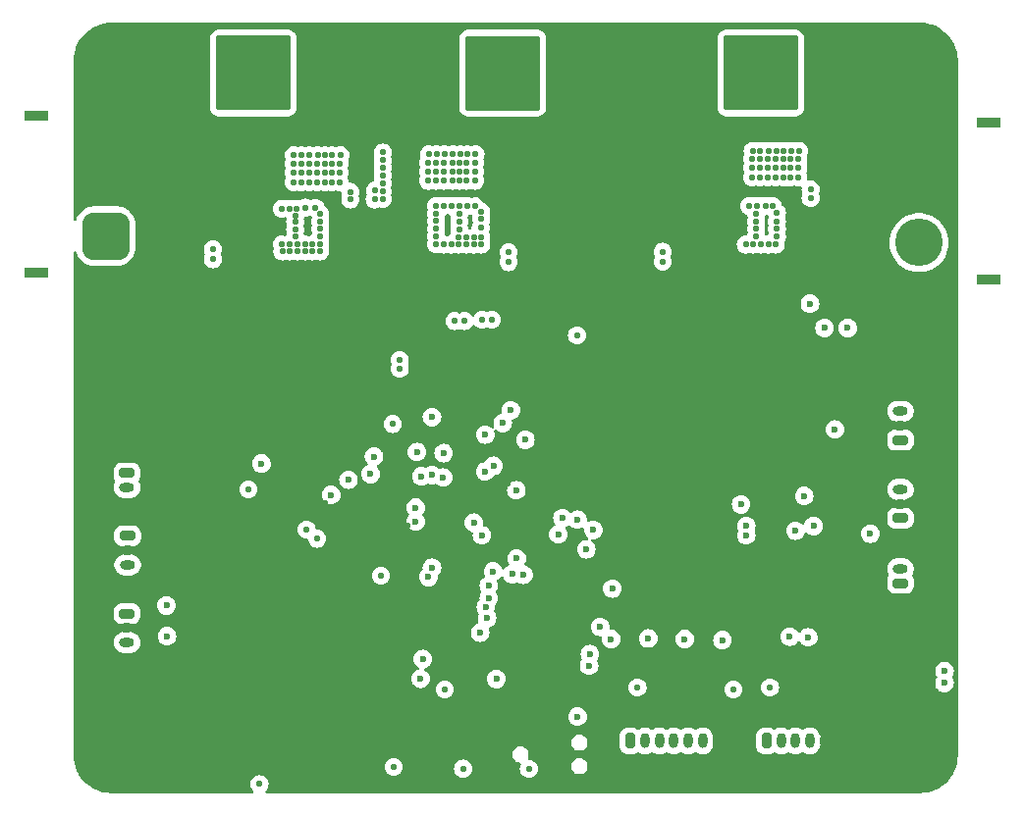
<source format=gbr>
%TF.GenerationSoftware,KiCad,Pcbnew,8.0.4*%
%TF.CreationDate,2024-12-09T12:19:11+01:00*%
%TF.ProjectId,BLDC motor controller,424c4443-206d-46f7-946f-7220636f6e74,1.1*%
%TF.SameCoordinates,Original*%
%TF.FileFunction,Copper,L2,Inr*%
%TF.FilePolarity,Positive*%
%FSLAX46Y46*%
G04 Gerber Fmt 4.6, Leading zero omitted, Abs format (unit mm)*
G04 Created by KiCad (PCBNEW 8.0.4) date 2024-12-09 12:19:11*
%MOMM*%
%LPD*%
G01*
G04 APERTURE LIST*
G04 Aperture macros list*
%AMRoundRect*
0 Rectangle with rounded corners*
0 $1 Rounding radius*
0 $2 $3 $4 $5 $6 $7 $8 $9 X,Y pos of 4 corners*
0 Add a 4 corners polygon primitive as box body*
4,1,4,$2,$3,$4,$5,$6,$7,$8,$9,$2,$3,0*
0 Add four circle primitives for the rounded corners*
1,1,$1+$1,$2,$3*
1,1,$1+$1,$4,$5*
1,1,$1+$1,$6,$7*
1,1,$1+$1,$8,$9*
0 Add four rect primitives between the rounded corners*
20,1,$1+$1,$2,$3,$4,$5,0*
20,1,$1+$1,$4,$5,$6,$7,0*
20,1,$1+$1,$6,$7,$8,$9,0*
20,1,$1+$1,$8,$9,$2,$3,0*%
G04 Aperture macros list end*
%TA.AperFunction,ComponentPad*%
%ADD10C,0.800000*%
%TD*%
%TA.AperFunction,ComponentPad*%
%ADD11C,6.000000*%
%TD*%
%TA.AperFunction,ComponentPad*%
%ADD12RoundRect,0.200000X-0.200000X-0.450000X0.200000X-0.450000X0.200000X0.450000X-0.200000X0.450000X0*%
%TD*%
%TA.AperFunction,ComponentPad*%
%ADD13O,0.800000X1.300000*%
%TD*%
%TA.AperFunction,ComponentPad*%
%ADD14RoundRect,0.200000X-0.450000X0.200000X-0.450000X-0.200000X0.450000X-0.200000X0.450000X0.200000X0*%
%TD*%
%TA.AperFunction,ComponentPad*%
%ADD15O,1.300000X0.800000*%
%TD*%
%TA.AperFunction,ComponentPad*%
%ADD16C,0.550000*%
%TD*%
%TA.AperFunction,ComponentPad*%
%ADD17C,2.000000*%
%TD*%
%TA.AperFunction,ComponentPad*%
%ADD18RoundRect,0.325000X-2.925000X-2.925000X2.925000X-2.925000X2.925000X2.925000X-2.925000X2.925000X0*%
%TD*%
%TA.AperFunction,ComponentPad*%
%ADD19RoundRect,0.200000X0.450000X-0.200000X0.450000X0.200000X-0.450000X0.200000X-0.450000X-0.200000X0*%
%TD*%
%TA.AperFunction,ComponentPad*%
%ADD20R,2.000000X0.900000*%
%TD*%
%TA.AperFunction,ComponentPad*%
%ADD21RoundRect,1.025000X-1.025000X1.025000X-1.025000X-1.025000X1.025000X-1.025000X1.025000X1.025000X0*%
%TD*%
%TA.AperFunction,ComponentPad*%
%ADD22C,4.100000*%
%TD*%
%TA.AperFunction,ComponentPad*%
%ADD23RoundRect,1.025000X1.025000X-1.025000X1.025000X1.025000X-1.025000X1.025000X-1.025000X-1.025000X0*%
%TD*%
%TA.AperFunction,ViaPad*%
%ADD24C,0.550000*%
%TD*%
%TA.AperFunction,ViaPad*%
%ADD25C,0.600000*%
%TD*%
G04 APERTURE END LIST*
D10*
%TO.N,GND*%
%TO.C,H2303*%
X164750000Y-71250000D03*
X165409010Y-69659010D03*
X165409010Y-72840990D03*
X167000000Y-69000000D03*
D11*
X167000000Y-71250000D03*
D10*
X167000000Y-73500000D03*
X168590990Y-69659010D03*
X168590990Y-72840990D03*
X169250000Y-71250000D03*
%TD*%
D12*
%TO.N,+3V3*%
%TO.C,J2202*%
X153750000Y-129750000D03*
D13*
%TO.N,+5V*%
X155000000Y-129750000D03*
%TO.N,/Project Architecture/Interface - Interconnects/AUXP_2_SCL*%
X156250000Y-129750000D03*
%TO.N,/Project Architecture/Interface - Interconnects/AUXP_2_SDA*%
X157500000Y-129750000D03*
%TO.N,GND*%
X158750000Y-129750000D03*
%TD*%
D10*
%TO.N,GND*%
%TO.C,H2304*%
X164750000Y-131000000D03*
X165409010Y-129409010D03*
X165409010Y-132590990D03*
X167000000Y-128750000D03*
D11*
X167000000Y-131000000D03*
D10*
X167000000Y-133250000D03*
X168590990Y-129409010D03*
X168590990Y-132590990D03*
X169250000Y-131000000D03*
%TD*%
D14*
%TO.N,/Project Architecture/Interface - FD-CAN/FDCAN_P*%
%TO.C,J2004*%
X98600000Y-118750000D03*
D15*
%TO.N,GND*%
X98600000Y-120000000D03*
%TO.N,/Project Architecture/Interface - FD-CAN/FDCAN_N*%
X98600000Y-121250000D03*
%TD*%
D16*
%TO.N,/Project Architecture/Motor Control - Inverter - Phase C/PHASE_C*%
%TO.C,J1301*%
X106550000Y-69140000D03*
X106550000Y-71070000D03*
X106550000Y-71580000D03*
X106550000Y-72090000D03*
X106550000Y-72600000D03*
X106550000Y-73110000D03*
X106550000Y-75040000D03*
X107000000Y-71325000D03*
X107000000Y-71835000D03*
X107000000Y-72345000D03*
X107000000Y-72855000D03*
D17*
X107350000Y-69940000D03*
X107350000Y-74240000D03*
D16*
X107450000Y-71070000D03*
X107450000Y-71580000D03*
X107450000Y-72090000D03*
X107450000Y-72600000D03*
X107450000Y-73110000D03*
X108480000Y-69140000D03*
X108480000Y-70040000D03*
X108480000Y-74140000D03*
X108480000Y-75040000D03*
X108735000Y-69590000D03*
X108735000Y-74590000D03*
X108990000Y-69140000D03*
X108990000Y-70040000D03*
X108990000Y-74140000D03*
X108990000Y-75040000D03*
X109245000Y-69590000D03*
X109245000Y-74590000D03*
X109500000Y-69140000D03*
X109500000Y-70040000D03*
D18*
X109500000Y-72090000D03*
D16*
X109500000Y-74140000D03*
X109500000Y-75040000D03*
X109755000Y-69590000D03*
X109755000Y-74590000D03*
X110010000Y-69140000D03*
X110010000Y-70040000D03*
X110010000Y-74140000D03*
X110010000Y-75040000D03*
X110265000Y-69590000D03*
X110265000Y-74590000D03*
X110520000Y-69140000D03*
X110520000Y-70040000D03*
X110520000Y-74140000D03*
X110520000Y-75040000D03*
X111550000Y-71070000D03*
X111550000Y-71580000D03*
X111550000Y-72090000D03*
X111550000Y-72600000D03*
X111550000Y-73110000D03*
D17*
X111650000Y-69940000D03*
X111650000Y-74240000D03*
D16*
X112000000Y-71325000D03*
X112000000Y-71835000D03*
X112000000Y-72345000D03*
X112000000Y-72855000D03*
X112450000Y-69140000D03*
X112450000Y-71070000D03*
X112450000Y-71580000D03*
X112450000Y-72090000D03*
X112450000Y-72600000D03*
X112450000Y-73110000D03*
X112450000Y-75040000D03*
%TD*%
D19*
%TO.N,/Project Architecture/Interface - Interconnects/RS485_P*%
%TO.C,J2008*%
X165300000Y-110525000D03*
D15*
%TO.N,GND*%
X165300000Y-109275000D03*
%TO.N,/Project Architecture/Interface - Interconnects/RS485_N*%
X165300000Y-108025000D03*
%TD*%
D16*
%TO.N,/Project Architecture/Motor Control - Inverter - Phase A/PHASE_A*%
%TO.C,J1101*%
X150300000Y-69130000D03*
X150300000Y-71060000D03*
X150300000Y-71570000D03*
X150300000Y-72080000D03*
X150300000Y-72590000D03*
X150300000Y-73100000D03*
X150300000Y-75030000D03*
X150750000Y-71315000D03*
X150750000Y-71825000D03*
X150750000Y-72335000D03*
X150750000Y-72845000D03*
D17*
X151100000Y-69930000D03*
X151100000Y-74230000D03*
D16*
X151200000Y-71060000D03*
X151200000Y-71570000D03*
X151200000Y-72080000D03*
X151200000Y-72590000D03*
X151200000Y-73100000D03*
X152230000Y-69130000D03*
X152230000Y-70030000D03*
X152230000Y-74130000D03*
X152230000Y-75030000D03*
X152485000Y-69580000D03*
X152485000Y-74580000D03*
X152740000Y-69130000D03*
X152740000Y-70030000D03*
X152740000Y-74130000D03*
X152740000Y-75030000D03*
X152995000Y-69580000D03*
X152995000Y-74580000D03*
X153250000Y-69130000D03*
X153250000Y-70030000D03*
D18*
X153250000Y-72080000D03*
D16*
X153250000Y-74130000D03*
X153250000Y-75030000D03*
X153505000Y-69580000D03*
X153505000Y-74580000D03*
X153760000Y-69130000D03*
X153760000Y-70030000D03*
X153760000Y-74130000D03*
X153760000Y-75030000D03*
X154015000Y-69580000D03*
X154015000Y-74580000D03*
X154270000Y-69130000D03*
X154270000Y-70030000D03*
X154270000Y-74130000D03*
X154270000Y-75030000D03*
X155300000Y-71060000D03*
X155300000Y-71570000D03*
X155300000Y-72080000D03*
X155300000Y-72590000D03*
X155300000Y-73100000D03*
D17*
X155400000Y-69930000D03*
X155400000Y-74230000D03*
D16*
X155750000Y-71315000D03*
X155750000Y-71825000D03*
X155750000Y-72335000D03*
X155750000Y-72845000D03*
X156200000Y-69130000D03*
X156200000Y-71060000D03*
X156200000Y-71570000D03*
X156200000Y-72080000D03*
X156200000Y-72590000D03*
X156200000Y-73100000D03*
X156200000Y-75030000D03*
%TD*%
%TO.N,/Project Architecture/Motor Control - Inverter - Phase B/PHASE_B*%
%TO.C,J1201*%
X128050000Y-69150000D03*
X128050000Y-71080000D03*
X128050000Y-71590000D03*
X128050000Y-72100000D03*
X128050000Y-72610000D03*
X128050000Y-73120000D03*
X128050000Y-75050000D03*
X128500000Y-71335000D03*
X128500000Y-71845000D03*
X128500000Y-72355000D03*
X128500000Y-72865000D03*
D17*
X128850000Y-69950000D03*
X128850000Y-74250000D03*
D16*
X128950000Y-71080000D03*
X128950000Y-71590000D03*
X128950000Y-72100000D03*
X128950000Y-72610000D03*
X128950000Y-73120000D03*
X129980000Y-69150000D03*
X129980000Y-70050000D03*
X129980000Y-74150000D03*
X129980000Y-75050000D03*
X130235000Y-69600000D03*
X130235000Y-74600000D03*
X130490000Y-69150000D03*
X130490000Y-70050000D03*
X130490000Y-74150000D03*
X130490000Y-75050000D03*
X130745000Y-69600000D03*
X130745000Y-74600000D03*
X131000000Y-69150000D03*
X131000000Y-70050000D03*
D18*
X131000000Y-72100000D03*
D16*
X131000000Y-74150000D03*
X131000000Y-75050000D03*
X131255000Y-69600000D03*
X131255000Y-74600000D03*
X131510000Y-69150000D03*
X131510000Y-70050000D03*
X131510000Y-74150000D03*
X131510000Y-75050000D03*
X131765000Y-69600000D03*
X131765000Y-74600000D03*
X132020000Y-69150000D03*
X132020000Y-70050000D03*
X132020000Y-74150000D03*
X132020000Y-75050000D03*
X133050000Y-71080000D03*
X133050000Y-71590000D03*
X133050000Y-72100000D03*
X133050000Y-72610000D03*
X133050000Y-73120000D03*
D17*
X133150000Y-69950000D03*
X133150000Y-74250000D03*
D16*
X133500000Y-71335000D03*
X133500000Y-71845000D03*
X133500000Y-72355000D03*
X133500000Y-72865000D03*
X133950000Y-69150000D03*
X133950000Y-71080000D03*
X133950000Y-71590000D03*
X133950000Y-72100000D03*
X133950000Y-72610000D03*
X133950000Y-73120000D03*
X133950000Y-75050000D03*
%TD*%
D19*
%TO.N,/Project Architecture/Interface - Fan Control/FAN_CONTROL_PWM*%
%TO.C,J2012*%
X165300000Y-116125000D03*
D15*
%TO.N,+12V*%
X165300000Y-114875000D03*
%TD*%
D10*
%TO.N,GND*%
%TO.C,H2301*%
X95000000Y-71000000D03*
X95659010Y-69409010D03*
X95659010Y-72590990D03*
X97250000Y-68750000D03*
D11*
X97250000Y-71000000D03*
D10*
X97250000Y-73250000D03*
X98840990Y-69409010D03*
X98840990Y-72590990D03*
X99500000Y-71000000D03*
%TD*%
D14*
%TO.N,/Project Architecture/Interface - Interconnects/TEMP_MOT_L*%
%TO.C,J2011*%
X98600000Y-106625000D03*
D15*
%TO.N,/Project Architecture/Interface - Interconnects/TEMP_MOT_H*%
X98600000Y-107875000D03*
%TD*%
D19*
%TO.N,/Project Architecture/Interface - Interconnects/RS485_N*%
%TO.C,J2009*%
X165300000Y-103775000D03*
D15*
%TO.N,GND*%
X165300000Y-102525000D03*
%TO.N,/Project Architecture/Interface - Interconnects/RS485_P*%
X165300000Y-101275000D03*
%TD*%
D14*
%TO.N,/Project Architecture/Interface - FD-CAN/FDCAN_N*%
%TO.C,J2005*%
X98650000Y-112050000D03*
D15*
%TO.N,GND*%
X98650000Y-113300000D03*
%TO.N,/Project Architecture/Interface - FD-CAN/FDCAN_P*%
X98650000Y-114550000D03*
%TD*%
D12*
%TO.N,+3V3*%
%TO.C,J2001*%
X142000000Y-129750000D03*
D13*
%TO.N,+5V*%
X143250000Y-129750000D03*
%TO.N,/Project Architecture/Interface - Interconnects/AUXP_1_CS*%
X144500000Y-129750000D03*
%TO.N,/Project Architecture/Interface - Interconnects/AUXP_1_MISO*%
X145750000Y-129750000D03*
%TO.N,/Project Architecture/Interface - Interconnects/AUXP_1_MOSI*%
X147000000Y-129750000D03*
%TO.N,/Project Architecture/Interface - Interconnects/AUXP_1_SCK*%
X148250000Y-129750000D03*
%TO.N,GND*%
X149500000Y-129750000D03*
%TD*%
D10*
%TO.N,GND*%
%TO.C,H2302*%
X95000000Y-130900000D03*
X95659010Y-129309010D03*
X95659010Y-132490990D03*
X97250000Y-128650000D03*
D11*
X97250000Y-130900000D03*
D10*
X97250000Y-133150000D03*
X98840990Y-129309010D03*
X98840990Y-132490990D03*
X99500000Y-130900000D03*
%TD*%
D20*
%TO.N,*%
%TO.C,J402*%
X90750000Y-75800000D03*
X90750000Y-89300000D03*
D21*
%TO.N,+VBAT_SAFE*%
X96750000Y-86150000D03*
D22*
%TO.N,GND*%
X96750000Y-78950000D03*
%TD*%
D20*
%TO.N,*%
%TO.C,J401*%
X172905000Y-89875000D03*
X172905000Y-76375000D03*
D23*
%TO.N,GND*%
X166905000Y-79525000D03*
D22*
%TO.N,+VBAT_SAFE*%
X166905000Y-86725000D03*
%TD*%
D24*
%TO.N,GND*%
X133750000Y-94500000D03*
%TO.N,+VBAT_SAFE*%
X125950000Y-81400000D03*
X152500000Y-81100000D03*
X125250000Y-79800000D03*
X115250000Y-85550000D03*
X125950000Y-80600000D03*
X129100000Y-85400000D03*
X128600000Y-81400000D03*
X154650000Y-84900000D03*
X155200000Y-81100000D03*
X125250000Y-81400000D03*
X125250000Y-86200000D03*
X127950000Y-79100000D03*
X112600000Y-86900000D03*
X127250000Y-84250000D03*
X127300000Y-81400000D03*
X128500000Y-86300000D03*
X115250000Y-86850000D03*
X128650000Y-79100000D03*
X113650000Y-79200000D03*
X112000000Y-87500000D03*
X127850000Y-86900000D03*
X126650000Y-81400000D03*
X113950000Y-87500000D03*
X125250000Y-83550000D03*
X127900000Y-81400000D03*
X129150000Y-86250000D03*
X127300000Y-80600000D03*
X153250000Y-86900000D03*
X124650000Y-79100000D03*
X127350000Y-79100000D03*
X154550000Y-81100000D03*
X154650000Y-85550000D03*
X124600000Y-79800000D03*
X113300000Y-87500000D03*
X153850000Y-80300000D03*
X113950000Y-86900000D03*
X115050000Y-79200000D03*
X114600000Y-86900000D03*
X113000000Y-79200000D03*
X116250000Y-81500000D03*
X113100000Y-86200000D03*
X115250000Y-84900000D03*
X116250000Y-79900000D03*
X112950000Y-79900000D03*
X127300000Y-79800000D03*
X112600000Y-83800000D03*
X114350000Y-79200000D03*
X126600000Y-83550000D03*
X127200000Y-86900000D03*
X114000000Y-83700000D03*
X127900000Y-79800000D03*
X153850000Y-79500000D03*
X153150000Y-79500000D03*
X113100000Y-84400000D03*
X116300000Y-79200000D03*
X154600000Y-78800000D03*
X125950000Y-79800000D03*
X152850000Y-84250000D03*
X114850000Y-83750000D03*
X124600000Y-81400000D03*
X155800000Y-80300000D03*
X129150000Y-84050000D03*
X117850000Y-83000000D03*
X155200000Y-79500000D03*
X152850000Y-85550000D03*
X119950000Y-83000000D03*
X112950000Y-80700000D03*
X152600000Y-86900000D03*
X127300000Y-83550000D03*
X157550000Y-82150000D03*
X115250000Y-84250000D03*
X120650000Y-82300000D03*
X115000000Y-80700000D03*
X116250000Y-80700000D03*
X113600000Y-81500000D03*
X120000000Y-82250000D03*
X115000000Y-81500000D03*
X125250000Y-85500000D03*
X128600000Y-79800000D03*
X115700000Y-79200000D03*
X113600000Y-80700000D03*
X155250000Y-78800000D03*
X153900000Y-86900000D03*
X153850000Y-81100000D03*
X152550000Y-78800000D03*
X152850000Y-84900000D03*
X152250000Y-83550000D03*
X125250000Y-84850000D03*
X113100000Y-84950000D03*
X153150000Y-80300000D03*
X111950000Y-83800000D03*
X156500000Y-81100000D03*
X154550000Y-79500000D03*
X128500000Y-86900000D03*
X152850000Y-86200000D03*
X152500000Y-79500000D03*
X156550000Y-78800000D03*
X128600000Y-83600000D03*
X116950000Y-79900000D03*
X126650000Y-80600000D03*
X117850000Y-82350000D03*
X155200000Y-80300000D03*
X125250000Y-86850000D03*
X116950000Y-81500000D03*
X129150000Y-84700000D03*
X125900000Y-86900000D03*
X127950000Y-83550000D03*
X129150000Y-86900000D03*
X115000000Y-79900000D03*
X114300000Y-80700000D03*
X137400000Y-94750000D03*
X156500000Y-79500000D03*
X113300000Y-86900000D03*
X120650000Y-79600000D03*
X153650000Y-83550000D03*
X151950000Y-86900000D03*
X115650000Y-81500000D03*
X154650000Y-84150000D03*
X115650000Y-80700000D03*
X127250000Y-85600000D03*
X120650000Y-81650000D03*
X113100000Y-85600000D03*
X125950000Y-83550000D03*
X127200000Y-86300000D03*
X117000000Y-79200000D03*
X115250000Y-87500000D03*
X128600000Y-80600000D03*
X126550000Y-86900000D03*
X155850000Y-78800000D03*
X124600000Y-80600000D03*
X114300000Y-81500000D03*
X115650000Y-79900000D03*
X153150000Y-81100000D03*
X116950000Y-80700000D03*
X114600000Y-87500000D03*
X112650000Y-87500000D03*
X114300000Y-79900000D03*
X125250000Y-84200000D03*
X154650000Y-86200000D03*
X127250000Y-84900000D03*
X113250000Y-83800000D03*
X154550000Y-86900000D03*
X112950000Y-81500000D03*
X156500000Y-80300000D03*
X155800000Y-79500000D03*
X111950000Y-86900000D03*
X127900000Y-80600000D03*
X154300000Y-83550000D03*
X113600000Y-79900000D03*
X126700000Y-79100000D03*
X120650000Y-80250000D03*
X120650000Y-80900000D03*
X152950000Y-83550000D03*
X120650000Y-82950000D03*
X155800000Y-81100000D03*
X157550000Y-82900000D03*
X153200000Y-78800000D03*
X125250000Y-80600000D03*
X152500000Y-80300000D03*
X125300000Y-79100000D03*
X126000000Y-79100000D03*
X120650000Y-78950000D03*
X127850000Y-86300000D03*
X154550000Y-80300000D03*
X153900000Y-78800000D03*
X126650000Y-79800000D03*
X115250000Y-86200000D03*
%TO.N,GND*%
X145950000Y-124250000D03*
X163500000Y-79100000D03*
X101200000Y-95600000D03*
X163700000Y-133300000D03*
X95700000Y-126200000D03*
X129600000Y-97700000D03*
X145800000Y-132700000D03*
X114500000Y-99700000D03*
X106500000Y-111500000D03*
X117800000Y-90700000D03*
X145400000Y-104500000D03*
X94600000Y-123000000D03*
X97000000Y-124000000D03*
X142800000Y-89400000D03*
X107500000Y-111500000D03*
X98400000Y-94400000D03*
X141100000Y-100000000D03*
X108400000Y-100700000D03*
X156400000Y-87300000D03*
X141800000Y-97500000D03*
X95500000Y-76000000D03*
X105500000Y-95600000D03*
X133321178Y-102600000D03*
X106500000Y-113500000D03*
X103700000Y-97900000D03*
X109400000Y-114500000D03*
X153000000Y-132600000D03*
X105600000Y-94400000D03*
X107300000Y-98200000D03*
X142900000Y-100000000D03*
X101200000Y-98900000D03*
X127600000Y-99500000D03*
X107600000Y-110500000D03*
X116800000Y-93700000D03*
X162100000Y-119700000D03*
X125310589Y-124510589D03*
X97500000Y-75000000D03*
X108400000Y-115500000D03*
X148000000Y-99800000D03*
X150800000Y-98300000D03*
X103700000Y-94400000D03*
X149350000Y-125250000D03*
X157100000Y-133500000D03*
X136350000Y-132300000D03*
X100300000Y-101400000D03*
X102700000Y-101400000D03*
X114900000Y-93700000D03*
X123200000Y-133347500D03*
X163100000Y-121600000D03*
X140200000Y-104600000D03*
X121500000Y-121800000D03*
X139900000Y-98500000D03*
X100900000Y-133700000D03*
X98800000Y-125000000D03*
X120100000Y-120300000D03*
X155100000Y-98900000D03*
X116800000Y-91700000D03*
X118300000Y-84100000D03*
X149100000Y-99800000D03*
X95500000Y-75000000D03*
X141900000Y-101000000D03*
X163200000Y-97400000D03*
X120600000Y-84100000D03*
X99300000Y-98900000D03*
X146900000Y-97400000D03*
X114400000Y-97200000D03*
X120600000Y-84800000D03*
X113500000Y-99700000D03*
X142100000Y-104600000D03*
X152200000Y-99900000D03*
X164200000Y-96400000D03*
X155300000Y-95300000D03*
X161150000Y-111450000D03*
X145000000Y-98400000D03*
X155600000Y-88800000D03*
X105500000Y-97900000D03*
X128200000Y-96300000D03*
X144200000Y-103000000D03*
X94700000Y-124300000D03*
X151000000Y-101900000D03*
X97000000Y-127100000D03*
X158300000Y-99800000D03*
X163500000Y-81200000D03*
X140000000Y-100000000D03*
X134600000Y-89200000D03*
X150100000Y-133600000D03*
X153300000Y-98900000D03*
X145200000Y-103000000D03*
X135400000Y-89200000D03*
X128900000Y-97000000D03*
X144300000Y-89400000D03*
X152000000Y-133600000D03*
X150900000Y-100800000D03*
X141700000Y-132800000D03*
X94600000Y-76000000D03*
X147100000Y-103000000D03*
X162100000Y-121500000D03*
X144200000Y-102000000D03*
X139900000Y-132800000D03*
X119000000Y-84800000D03*
X119000000Y-87600000D03*
X152475000Y-125125000D03*
X162900000Y-117850000D03*
X128600000Y-88500000D03*
X106500000Y-115500000D03*
X120700000Y-90700000D03*
X143100000Y-104600000D03*
X102200000Y-90500000D03*
X118977500Y-133272500D03*
X107400000Y-100700000D03*
X145900000Y-97400000D03*
X146750000Y-87850000D03*
X107600000Y-114500000D03*
X141000000Y-97500000D03*
X133900000Y-89200000D03*
X158100000Y-113700000D03*
X100200000Y-97900000D03*
X135100000Y-125750000D03*
X122800000Y-111200000D03*
X105850000Y-126200000D03*
X108400000Y-110500000D03*
X101400000Y-89700000D03*
X148000000Y-100800000D03*
X145100000Y-100900000D03*
X159300000Y-99800000D03*
X148200000Y-105400000D03*
X141200000Y-105600000D03*
X147100000Y-102000000D03*
X152000000Y-132600000D03*
X94700000Y-75000000D03*
X163500000Y-77300000D03*
X103900000Y-108350000D03*
X155175000Y-116175000D03*
X164500000Y-121750000D03*
X149900000Y-100800000D03*
X160700000Y-113100000D03*
X148700000Y-132600000D03*
X146000000Y-99900000D03*
X149300000Y-104400000D03*
X99400000Y-97900000D03*
X108400000Y-113500000D03*
X104350000Y-107800000D03*
X104600000Y-94400000D03*
X146200000Y-104500000D03*
X140700000Y-133800000D03*
X163500000Y-76200000D03*
X113450000Y-123650000D03*
X162200000Y-126800000D03*
X122300000Y-87600000D03*
X144300000Y-104500000D03*
X141700000Y-133800000D03*
X110300000Y-100700000D03*
X147900000Y-97300000D03*
X145100000Y-95300000D03*
X155100000Y-99900000D03*
X161150000Y-112200000D03*
X104500000Y-95600000D03*
X102700000Y-131600000D03*
X150100000Y-132600000D03*
X143900000Y-133700000D03*
X119000000Y-86900000D03*
X161200000Y-102800000D03*
X102700000Y-100400000D03*
X122700000Y-103400000D03*
X100200000Y-98900000D03*
X100300000Y-94400000D03*
X155600000Y-89600000D03*
X94700000Y-127200000D03*
X149100000Y-102900000D03*
X162200000Y-125700000D03*
X145200000Y-99900000D03*
X99900000Y-127100000D03*
X163500000Y-78100000D03*
X143000000Y-103100000D03*
X109200000Y-98200000D03*
X119800000Y-86900000D03*
X96500000Y-75000000D03*
X107600000Y-112500000D03*
X151000000Y-102900000D03*
X120600000Y-87600000D03*
X144000000Y-132700000D03*
X150100000Y-104400000D03*
X145900000Y-90200000D03*
X119800000Y-85500000D03*
X151500000Y-108200000D03*
X119000000Y-84100000D03*
X139900000Y-96300000D03*
X117800000Y-114400000D03*
X102600000Y-97900000D03*
X162100000Y-122600000D03*
X155200000Y-133500000D03*
X98000000Y-125000000D03*
X112600000Y-100700000D03*
X159450000Y-111450000D03*
X164050000Y-90950000D03*
X164500000Y-122750000D03*
X102050000Y-125750000D03*
X136200000Y-90000000D03*
X160300000Y-112200000D03*
X164200000Y-95600000D03*
X131400000Y-107500000D03*
X144800000Y-132700000D03*
X116000000Y-92700000D03*
X118500000Y-118900000D03*
X103700000Y-101400000D03*
X163200000Y-123900000D03*
X98900000Y-124000000D03*
X149900000Y-99800000D03*
X156400000Y-88800000D03*
X104500000Y-97900000D03*
X104300000Y-89500000D03*
X151550000Y-124350000D03*
X104600000Y-100400000D03*
X139800000Y-133800000D03*
X116800000Y-92700000D03*
X98900000Y-126100000D03*
X108400000Y-111500000D03*
X99900000Y-126100000D03*
X164050000Y-90150000D03*
X107500000Y-113500000D03*
X103500000Y-95600000D03*
X103600000Y-98900000D03*
X95600000Y-123000000D03*
X159300000Y-98800000D03*
X95600000Y-121100000D03*
X140900000Y-98500000D03*
X102700000Y-132700000D03*
X99400000Y-93400000D03*
X95700000Y-125300000D03*
X162750000Y-105450000D03*
X109300000Y-99700000D03*
X153500000Y-95300000D03*
X120600000Y-86200000D03*
X106500000Y-112500000D03*
X147200000Y-104500000D03*
X117800000Y-92700000D03*
X100300000Y-100400000D03*
X128300000Y-99000000D03*
X146200000Y-105500000D03*
X126900000Y-97600000D03*
X102600000Y-98900000D03*
X149000000Y-97300000D03*
X102200000Y-91300000D03*
X163250000Y-90200000D03*
X139900000Y-97500000D03*
X109400000Y-113500000D03*
X162200000Y-124900000D03*
X96500000Y-76000000D03*
X104600000Y-101400000D03*
X106750000Y-108350000D03*
X100200000Y-95600000D03*
X98300000Y-97900000D03*
X140100000Y-103100000D03*
X154200000Y-133500000D03*
X112600000Y-97200000D03*
X107400000Y-99700000D03*
X115900000Y-93700000D03*
X163100000Y-120700000D03*
X101200000Y-97900000D03*
X118300000Y-87600000D03*
X101300000Y-101400000D03*
X100900000Y-131600000D03*
X159850000Y-113100000D03*
X159100000Y-133400000D03*
X162500000Y-82000000D03*
X119800000Y-84100000D03*
X144000000Y-97400000D03*
X154100000Y-98900000D03*
X143200000Y-95300000D03*
X129900000Y-99000000D03*
X123100000Y-87600000D03*
X118300000Y-86200000D03*
X148200000Y-104400000D03*
X141200000Y-102100000D03*
X141000000Y-101000000D03*
X144300000Y-105500000D03*
X138300000Y-121000000D03*
X164050000Y-89450000D03*
X157900000Y-86600000D03*
X113400000Y-97200000D03*
X103800000Y-100400000D03*
X95600000Y-120100000D03*
X163500000Y-82000000D03*
X118900000Y-90700000D03*
X138800000Y-132800000D03*
X111500000Y-98200000D03*
X163250000Y-91000000D03*
X152200000Y-98900000D03*
X146100000Y-103000000D03*
X140800000Y-95300000D03*
X146900000Y-98400000D03*
X147000000Y-99900000D03*
X148100000Y-101900000D03*
X121700000Y-90700000D03*
X144100000Y-99900000D03*
X94600000Y-121100000D03*
X98400000Y-101400000D03*
X155600000Y-87300000D03*
X145300000Y-105500000D03*
X99400000Y-101400000D03*
X103700000Y-93400000D03*
X164500000Y-123750000D03*
X143000000Y-102100000D03*
X146000000Y-100900000D03*
X149800000Y-97300000D03*
X162500000Y-81100000D03*
X113400000Y-98200000D03*
X149200000Y-101900000D03*
X105900000Y-89500000D03*
X104950000Y-108350000D03*
X105600000Y-93400000D03*
X149000000Y-100800000D03*
X101300000Y-93400000D03*
X147800000Y-133600000D03*
X94700000Y-126100000D03*
X126200000Y-98100000D03*
X119000000Y-85500000D03*
X101300000Y-94400000D03*
X97000000Y-125000000D03*
X120600000Y-85500000D03*
X150800000Y-97300000D03*
X99400000Y-94400000D03*
X140200000Y-105600000D03*
X98400000Y-93400000D03*
X142000000Y-103100000D03*
X163500000Y-80100000D03*
X114400000Y-98200000D03*
X98300000Y-95600000D03*
X101300000Y-100400000D03*
X110300000Y-99700000D03*
X150900000Y-99800000D03*
X163250000Y-89500000D03*
X104600000Y-93400000D03*
X144300000Y-95300000D03*
X142800000Y-97500000D03*
X150000000Y-101900000D03*
X145100000Y-97400000D03*
X142100000Y-89400000D03*
X111600000Y-100700000D03*
X157500000Y-98800000D03*
X157900000Y-84300000D03*
X142800000Y-98500000D03*
X142000000Y-102100000D03*
X94600000Y-121900000D03*
X141075000Y-125225000D03*
X134800000Y-101200000D03*
X148100000Y-102900000D03*
X155600000Y-88100000D03*
X162800000Y-133300000D03*
X162200000Y-123900000D03*
X145850000Y-125500000D03*
X156400000Y-99800000D03*
X163100000Y-119700000D03*
X157400000Y-99800000D03*
X119800000Y-84800000D03*
X98400000Y-100400000D03*
X102700000Y-93400000D03*
X144800000Y-133700000D03*
X105800000Y-108350000D03*
X142100000Y-105600000D03*
X120600000Y-86900000D03*
X126900000Y-98800000D03*
X117800000Y-91700000D03*
X118300000Y-84800000D03*
X109300000Y-100700000D03*
X95700000Y-127200000D03*
X109400000Y-112500000D03*
X98300000Y-98900000D03*
X161800000Y-133300000D03*
X94700000Y-125300000D03*
X163200000Y-124900000D03*
X157900000Y-85800000D03*
X141100000Y-103100000D03*
X112700000Y-99700000D03*
X156400000Y-98800000D03*
X102600000Y-95600000D03*
X99500000Y-100400000D03*
X108450000Y-133400000D03*
X105600000Y-100400000D03*
X153000000Y-133600000D03*
X98800000Y-127100000D03*
X102200000Y-89700000D03*
X123800000Y-87600000D03*
X139200000Y-114400000D03*
X141800000Y-95300000D03*
X101400000Y-90500000D03*
X146800000Y-133600000D03*
X99200000Y-95600000D03*
X97000000Y-126100000D03*
X164200000Y-94500000D03*
X160300000Y-111450000D03*
X117500000Y-87600000D03*
X117000000Y-114000000D03*
X101800000Y-133700000D03*
X154100000Y-99900000D03*
X97500000Y-76000000D03*
X115696016Y-109200000D03*
X147200000Y-105500000D03*
X113500000Y-100700000D03*
X107500000Y-115500000D03*
X127700000Y-96900000D03*
X110200000Y-98200000D03*
X110200000Y-97200000D03*
X101800000Y-132700000D03*
X117800000Y-93700000D03*
X103000000Y-89500000D03*
X109400000Y-111500000D03*
X146100000Y-95300000D03*
X162500000Y-80100000D03*
X159100000Y-113100000D03*
X107550000Y-108350000D03*
X119800000Y-87600000D03*
X114500000Y-100700000D03*
X146100000Y-102000000D03*
X105150000Y-113300000D03*
X147900000Y-98300000D03*
X106500000Y-114500000D03*
X102700000Y-94400000D03*
X118300000Y-85500000D03*
X156650000Y-126600000D03*
X100300000Y-93400000D03*
X145800000Y-133700000D03*
X112500000Y-98200000D03*
X127600000Y-98300000D03*
X164500000Y-124750000D03*
X151200000Y-132600000D03*
X159450000Y-112200000D03*
X111500000Y-97200000D03*
X140350000Y-124350000D03*
X109400000Y-115500000D03*
X142900000Y-133700000D03*
X105500000Y-98900000D03*
X149200000Y-105400000D03*
X136200000Y-89200000D03*
X145900000Y-98400000D03*
X101400000Y-91300000D03*
X143100000Y-105600000D03*
X140000000Y-101000000D03*
X116700000Y-128900000D03*
X162500000Y-83000000D03*
X109200000Y-97200000D03*
X161150000Y-118500000D03*
X118300000Y-86900000D03*
X152400000Y-95300000D03*
X108300000Y-98200000D03*
X109400000Y-110500000D03*
X142900000Y-132700000D03*
X94600000Y-120100000D03*
X163200000Y-125800000D03*
X140100000Y-102100000D03*
X143600000Y-89400000D03*
X156400000Y-89600000D03*
X163100000Y-122600000D03*
X129100000Y-99700000D03*
X150000000Y-102900000D03*
X128400000Y-100200000D03*
X160000000Y-133400000D03*
X142900000Y-101000000D03*
X162100000Y-120700000D03*
X163200000Y-95500000D03*
X129100000Y-98300000D03*
X138800000Y-133800000D03*
X98000000Y-124000000D03*
X95600000Y-122000000D03*
X158100000Y-133400000D03*
X141800000Y-98500000D03*
X157900000Y-85100000D03*
X122950000Y-128900000D03*
X119000000Y-86200000D03*
X101800000Y-131600000D03*
X160800000Y-133400000D03*
X108400000Y-97200000D03*
X130400000Y-98400000D03*
X140000000Y-95300000D03*
X158300000Y-98800000D03*
X108400000Y-112500000D03*
X98000000Y-126100000D03*
X154300000Y-95300000D03*
X156400000Y-88100000D03*
X147000000Y-100900000D03*
X156100000Y-133500000D03*
X98000000Y-127100000D03*
X119900000Y-90700000D03*
X145100000Y-89400000D03*
X140700000Y-132800000D03*
X106500000Y-110500000D03*
X95700000Y-124300000D03*
X104500000Y-98900000D03*
X149800000Y-98300000D03*
X153200000Y-99900000D03*
X145300000Y-102000000D03*
X105100000Y-89500000D03*
X159300000Y-101450000D03*
X107650000Y-87850000D03*
X163500000Y-83000000D03*
X148900000Y-98300000D03*
X145900000Y-89400000D03*
X103450000Y-107800000D03*
X102600000Y-133700000D03*
X144000000Y-98400000D03*
X128400000Y-97600000D03*
X116800000Y-90700000D03*
X141900000Y-100000000D03*
X151100000Y-133600000D03*
X111600000Y-99700000D03*
X150100000Y-105400000D03*
X143633451Y-113400000D03*
X107300000Y-97200000D03*
X119800000Y-86200000D03*
X163200000Y-126800000D03*
X148700000Y-133600000D03*
X137550000Y-126100000D03*
X141300000Y-104600000D03*
X144100000Y-100900000D03*
X116800000Y-87600000D03*
X164200000Y-97400000D03*
X108400000Y-114500000D03*
X100900000Y-132700000D03*
X108500000Y-99700000D03*
X122400000Y-110600000D03*
%TO.N,+5V*%
X127570000Y-132130000D03*
X154050000Y-125150000D03*
X121600000Y-132000000D03*
X142625000Y-125125000D03*
D25*
%TO.N,+3V3*%
X156250000Y-111600000D03*
X138807932Y-111525520D03*
X125865649Y-107000000D03*
D24*
X150900000Y-125300000D03*
D25*
X129500000Y-106500000D03*
D24*
X110025000Y-133475000D03*
D25*
X132178822Y-108100000D03*
D24*
X133250000Y-132150000D03*
D25*
X159650000Y-102850000D03*
X169100000Y-124750000D03*
X162700000Y-111850000D03*
X139396016Y-119900000D03*
X151550000Y-109325000D03*
D24*
X126000000Y-125300000D03*
D25*
X137450000Y-127650000D03*
X138200000Y-113203984D03*
D24*
X120500000Y-115500000D03*
%TO.N,+3V3A*%
X109050000Y-108050000D03*
D25*
X157500000Y-92000000D03*
D24*
X115000000Y-112300000D03*
X114100000Y-111500000D03*
X121500000Y-102400000D03*
D25*
X169100000Y-123700000D03*
%TO.N,/Project Architecture/MCU - I_O/SENSE_TEMP_FET*%
X158750000Y-94100000D03*
X136150000Y-110500000D03*
%TO.N,/Project Architecture/MCU - I_O/SENSE_TEMP_MOT*%
X110200000Y-105800000D03*
X135800000Y-111900000D03*
%TO.N,/Project Architecture/MCU - I_O/BATTERY_VSENSE*%
X160750000Y-94100000D03*
X137450000Y-110650000D03*
%TO.N,/Project Architecture/Interface - FD-CAN/FDCAN_TERM_MID*%
X102000000Y-118050000D03*
X102050000Y-120700000D03*
%TO.N,/Project Architecture/Interface - Interconnects/AUX_1_SCK*%
X129800000Y-117440065D03*
X149950000Y-121050000D03*
%TO.N,/Project Architecture/Interface - Interconnects/AUX_1_MISO*%
X129650000Y-119150000D03*
X143550000Y-120900000D03*
%TO.N,/Project Architecture/Interface - Interconnects/AUX_1_MOSI*%
X146700000Y-120950000D03*
X129550000Y-118200000D03*
%TO.N,/Project Architecture/Interface - Interconnects/AUX_1_CS*%
X140350000Y-120950000D03*
X129050000Y-120400000D03*
%TO.N,/Project Architecture/Interface - Interconnects/AUX_2_SCL*%
X138511357Y-122252354D03*
X155750000Y-120750000D03*
%TO.N,/Project Architecture/Interface - Interconnects/AUX_2_SDA*%
X157350000Y-120800000D03*
X138450000Y-123250000D03*
%TO.N,/Project Architecture/MCU - I_O/DRIVER_ENABLE*%
X130200000Y-106000000D03*
X128500000Y-110900000D03*
%TO.N,/Project Architecture/MCU - I_O/DRIVER_NFALUT*%
X124900000Y-101800000D03*
X124000000Y-106900000D03*
X124600000Y-115600000D03*
%TO.N,/Project Architecture/Interface - RS8485/RS485_UART_DE*%
X157800000Y-111200000D03*
X152000000Y-111200000D03*
%TO.N,/Project Architecture/Interface - RS8485/RS485_UART_nRE*%
X152000000Y-112000000D03*
X157000000Y-108600000D03*
%TO.N,/Project Architecture/Interface - Interconnects/MCU_nRESET*%
X132200000Y-114000000D03*
X130450000Y-124400000D03*
%TO.N,/Project Architecture/Interface - Interconnects/AUX_1_V*%
X129800000Y-116350000D03*
%TO.N,/Project Architecture/Interface - Interconnects/AUX_1_U*%
X132800000Y-115400000D03*
%TO.N,/Project Architecture/Interface - Interconnects/AUX_1_B*%
X131800000Y-115350000D03*
%TO.N,/Project Architecture/Interface - Interconnects/AUX_1_A*%
X130165380Y-115115380D03*
%TO.N,/Project Architecture/Interface - Interconnects/AUX_2_PWM*%
X140450000Y-116600000D03*
%TO.N,/Project Architecture/MCU - I_O/PWM_PHASE_C*%
X116200000Y-108500000D03*
X124900000Y-114800000D03*
X131700000Y-101200000D03*
%TO.N,/Project Architecture/MCU - I_O/PWM_PHASE_B*%
X117700000Y-107200000D03*
X131000000Y-102300000D03*
X123500000Y-110800000D03*
%TO.N,/Project Architecture/MCU - I_O/PWM_PHASE_A*%
X129500000Y-103300000D03*
X119900000Y-105200000D03*
X123500000Y-109600000D03*
%TO.N,/Project Architecture/MCU - I_O/DRIVER_HIZ*%
X132950000Y-103750000D03*
X129200000Y-112000000D03*
%TO.N,/Project Architecture/MCU - I_O/DRIVER_MOSI*%
X123600000Y-104800000D03*
X119600000Y-106700000D03*
%TO.N,/Project Architecture/MCU - I_O/DRIVER_SCK*%
X124900000Y-106800000D03*
X125900000Y-104900000D03*
D24*
%TO.N,/Project Architecture/Motor Control - Inverter - Phase A/DRIVER_SPA+*%
X130071701Y-93396701D03*
X144782012Y-87517587D03*
%TO.N,/Project Architecture/Motor Control - Inverter - Phase A/DRIVER_SPB+*%
X126836514Y-93511514D03*
X131500000Y-87575000D03*
%TO.N,/Project Architecture/Motor Control - Inverter - Phase A/DRIVER_SPC+*%
X122125000Y-96875000D03*
X106000000Y-87325000D03*
%TO.N,/Project Architecture/Motor Control - Inverter - Phase A/DRIVER_SPA-*%
X144782012Y-88367587D03*
X129221701Y-93396701D03*
%TO.N,/Project Architecture/Motor Control - Inverter - Phase A/DRIVER_SPB-*%
X127686514Y-93511514D03*
X131500000Y-88425000D03*
%TO.N,/Project Architecture/Motor Control - Inverter - Phase A/DRIVER_SPC-*%
X122125000Y-97625000D03*
X106000000Y-88175000D03*
D25*
%TO.N,/Project Architecture/Interface - FD-CAN/CAN_MCU_N*%
X124099029Y-122675050D03*
X123922329Y-124378713D03*
%TD*%
%TA.AperFunction,Conductor*%
%TO.N,GND*%
G36*
X167003173Y-67750662D02*
G01*
X167326554Y-67767272D01*
X167339205Y-67768574D01*
X167656044Y-67817739D01*
X167668481Y-67820329D01*
X167893662Y-67879408D01*
X167978610Y-67901696D01*
X167990732Y-67905551D01*
X168001361Y-67909542D01*
X168290897Y-68018263D01*
X168302540Y-68023331D01*
X168589583Y-68166205D01*
X168600656Y-68172444D01*
X168864483Y-68339500D01*
X168871543Y-68343970D01*
X168881923Y-68351315D01*
X169039414Y-68475347D01*
X169133800Y-68549681D01*
X169143377Y-68558053D01*
X169373614Y-68781189D01*
X169382283Y-68790499D01*
X169588446Y-69036047D01*
X169596115Y-69046196D01*
X169776034Y-69311569D01*
X169782623Y-69322450D01*
X169934407Y-69604859D01*
X169939847Y-69616358D01*
X170061905Y-69912846D01*
X170066137Y-69924842D01*
X170157171Y-70232253D01*
X170160153Y-70244620D01*
X170219215Y-70559751D01*
X170220914Y-70572357D01*
X170247380Y-70891886D01*
X170247778Y-70904601D01*
X170241305Y-71228329D01*
X170241015Y-71234683D01*
X170238094Y-71275571D01*
X170238095Y-71275575D01*
X170244747Y-71298903D01*
X170249500Y-71332905D01*
X170249500Y-130996753D01*
X170249330Y-131003243D01*
X170232038Y-131333178D01*
X170230681Y-131346086D01*
X170179508Y-131669184D01*
X170176810Y-131681880D01*
X170092139Y-131997875D01*
X170088128Y-132010218D01*
X169970895Y-132315622D01*
X169965616Y-132327480D01*
X169817098Y-132618964D01*
X169810612Y-132630197D01*
X169718604Y-132771878D01*
X169632442Y-132904555D01*
X169624813Y-132915055D01*
X169418935Y-133169293D01*
X169410250Y-133178938D01*
X169178938Y-133410250D01*
X169169293Y-133418935D01*
X168915055Y-133624813D01*
X168904555Y-133632442D01*
X168630197Y-133810612D01*
X168618964Y-133817098D01*
X168327480Y-133965616D01*
X168315622Y-133970895D01*
X168010218Y-134088128D01*
X167997875Y-134092139D01*
X167681880Y-134176810D01*
X167669184Y-134179508D01*
X167346086Y-134230681D01*
X167333178Y-134232038D01*
X167003244Y-134249330D01*
X166996754Y-134249500D01*
X110646585Y-134249500D01*
X110579546Y-134229815D01*
X110533791Y-134177011D01*
X110523847Y-134107853D01*
X110552872Y-134044297D01*
X110558904Y-134037819D01*
X110580660Y-134016063D01*
X110635147Y-133961576D01*
X110728122Y-133813606D01*
X110785841Y-133648657D01*
X110805407Y-133475000D01*
X110785841Y-133301343D01*
X110728122Y-133136394D01*
X110635147Y-132988424D01*
X110511576Y-132864853D01*
X110363606Y-132771878D01*
X110363605Y-132771877D01*
X110363604Y-132771877D01*
X110198658Y-132714159D01*
X110198648Y-132714157D01*
X110025004Y-132694593D01*
X110024996Y-132694593D01*
X109851351Y-132714157D01*
X109851341Y-132714159D01*
X109686395Y-132771877D01*
X109538423Y-132864853D01*
X109414853Y-132988423D01*
X109321877Y-133136395D01*
X109264159Y-133301341D01*
X109264157Y-133301351D01*
X109244593Y-133474996D01*
X109244593Y-133475003D01*
X109264157Y-133648648D01*
X109264159Y-133648658D01*
X109321877Y-133813604D01*
X109414853Y-133961576D01*
X109491096Y-134037819D01*
X109524581Y-134099142D01*
X109519597Y-134168834D01*
X109477725Y-134224767D01*
X109412261Y-134249184D01*
X109403415Y-134249500D01*
X97253246Y-134249500D01*
X97246756Y-134249330D01*
X96916821Y-134232038D01*
X96903913Y-134230681D01*
X96580815Y-134179508D01*
X96568119Y-134176810D01*
X96252124Y-134092139D01*
X96239781Y-134088128D01*
X95934377Y-133970895D01*
X95922519Y-133965616D01*
X95914590Y-133961576D01*
X95631029Y-133817094D01*
X95619810Y-133810617D01*
X95345438Y-133632438D01*
X95334944Y-133624813D01*
X95080706Y-133418935D01*
X95071061Y-133410250D01*
X94839749Y-133178938D01*
X94831064Y-133169293D01*
X94625186Y-132915055D01*
X94617564Y-132904565D01*
X94439378Y-132630183D01*
X94432908Y-132618977D01*
X94284378Y-132327470D01*
X94279104Y-132315622D01*
X94274511Y-132303658D01*
X94161871Y-132010218D01*
X94158549Y-131999996D01*
X120819593Y-131999996D01*
X120819593Y-132000003D01*
X120839157Y-132173648D01*
X120839159Y-132173658D01*
X120896877Y-132338604D01*
X120896878Y-132338606D01*
X120989853Y-132486576D01*
X121113424Y-132610147D01*
X121261394Y-132703122D01*
X121426343Y-132760841D01*
X121426349Y-132760841D01*
X121426351Y-132760842D01*
X121599996Y-132780407D01*
X121600000Y-132780407D01*
X121600004Y-132780407D01*
X121773648Y-132760842D01*
X121773647Y-132760842D01*
X121773657Y-132760841D01*
X121938606Y-132703122D01*
X122086576Y-132610147D01*
X122210147Y-132486576D01*
X122303122Y-132338606D01*
X122360841Y-132173657D01*
X122365760Y-132129996D01*
X126789593Y-132129996D01*
X126789593Y-132130003D01*
X126809157Y-132303648D01*
X126809159Y-132303658D01*
X126821388Y-132338606D01*
X126866878Y-132468606D01*
X126959853Y-132616576D01*
X127083424Y-132740147D01*
X127231394Y-132833122D01*
X127396343Y-132890841D01*
X127396349Y-132890841D01*
X127396351Y-132890842D01*
X127569996Y-132910407D01*
X127570000Y-132910407D01*
X127570004Y-132910407D01*
X127743648Y-132890842D01*
X127743647Y-132890842D01*
X127743657Y-132890841D01*
X127908606Y-132833122D01*
X128056576Y-132740147D01*
X128180147Y-132616576D01*
X128273122Y-132468606D01*
X128330841Y-132303657D01*
X128345489Y-132173648D01*
X128350407Y-132130003D01*
X128350407Y-132129996D01*
X128330842Y-131956351D01*
X128330841Y-131956349D01*
X128330841Y-131956343D01*
X128273122Y-131791394D01*
X128180147Y-131643424D01*
X128056576Y-131519853D01*
X127908606Y-131426878D01*
X127908605Y-131426877D01*
X127908604Y-131426877D01*
X127743658Y-131369159D01*
X127743648Y-131369157D01*
X127570004Y-131349593D01*
X127569996Y-131349593D01*
X127396351Y-131369157D01*
X127396341Y-131369159D01*
X127231395Y-131426877D01*
X127083423Y-131519853D01*
X126959853Y-131643423D01*
X126866877Y-131791395D01*
X126809159Y-131956341D01*
X126809157Y-131956351D01*
X126789593Y-132129996D01*
X122365760Y-132129996D01*
X122379256Y-132010218D01*
X122380407Y-132000003D01*
X122380407Y-131999996D01*
X122360842Y-131826351D01*
X122360841Y-131826349D01*
X122360841Y-131826343D01*
X122303122Y-131661394D01*
X122210147Y-131513424D01*
X122086576Y-131389853D01*
X121938606Y-131296878D01*
X121938605Y-131296877D01*
X121938604Y-131296877D01*
X121773658Y-131239159D01*
X121773648Y-131239157D01*
X121600004Y-131219593D01*
X121599996Y-131219593D01*
X121426351Y-131239157D01*
X121426341Y-131239159D01*
X121261395Y-131296877D01*
X121113423Y-131389853D01*
X120989853Y-131513423D01*
X120896877Y-131661395D01*
X120839159Y-131826341D01*
X120839157Y-131826351D01*
X120819593Y-131999996D01*
X94158549Y-131999996D01*
X94157860Y-131997875D01*
X94152090Y-131976343D01*
X94073187Y-131681874D01*
X94070491Y-131669184D01*
X94069257Y-131661395D01*
X94019318Y-131346086D01*
X94017961Y-131333178D01*
X94000670Y-131003243D01*
X94000500Y-130996753D01*
X94000500Y-130846465D01*
X131844200Y-130846465D01*
X131844200Y-130983534D01*
X131870937Y-131117949D01*
X131870940Y-131117961D01*
X131923386Y-131244578D01*
X131923393Y-131244591D01*
X131999536Y-131358546D01*
X131999539Y-131358550D01*
X132096449Y-131455460D01*
X132096453Y-131455463D01*
X132210408Y-131531606D01*
X132210421Y-131531613D01*
X132337038Y-131584059D01*
X132337043Y-131584061D01*
X132471470Y-131610800D01*
X132473938Y-131611291D01*
X132535849Y-131643675D01*
X132570423Y-131704391D01*
X132566684Y-131774160D01*
X132554742Y-131798878D01*
X132546878Y-131811393D01*
X132489159Y-131976341D01*
X132489157Y-131976351D01*
X132469593Y-132149996D01*
X132469593Y-132150003D01*
X132489157Y-132323648D01*
X132489159Y-132323658D01*
X132546877Y-132488604D01*
X132546878Y-132488606D01*
X132639853Y-132636576D01*
X132763424Y-132760147D01*
X132911394Y-132853122D01*
X133076343Y-132910841D01*
X133076349Y-132910841D01*
X133076351Y-132910842D01*
X133249996Y-132930407D01*
X133250000Y-132930407D01*
X133250004Y-132930407D01*
X133423648Y-132910842D01*
X133423647Y-132910842D01*
X133423657Y-132910841D01*
X133588606Y-132853122D01*
X133736576Y-132760147D01*
X133860147Y-132636576D01*
X133953122Y-132488606D01*
X134010841Y-132323657D01*
X134017948Y-132260578D01*
X134030407Y-132150003D01*
X134030407Y-132149996D01*
X134010842Y-131976351D01*
X134010841Y-131976349D01*
X134010841Y-131976343D01*
X133970993Y-131862465D01*
X136924200Y-131862465D01*
X136924200Y-131999534D01*
X136950937Y-132133949D01*
X136950940Y-132133961D01*
X137003386Y-132260578D01*
X137003393Y-132260591D01*
X137079536Y-132374546D01*
X137079539Y-132374550D01*
X137176449Y-132471460D01*
X137176453Y-132471463D01*
X137290408Y-132547606D01*
X137290421Y-132547613D01*
X137417038Y-132600059D01*
X137417043Y-132600061D01*
X137541164Y-132624750D01*
X137551465Y-132626799D01*
X137551469Y-132626800D01*
X137551470Y-132626800D01*
X137688531Y-132626800D01*
X137688532Y-132626799D01*
X137822957Y-132600061D01*
X137949585Y-132547610D01*
X138063547Y-132471463D01*
X138160463Y-132374547D01*
X138236610Y-132260585D01*
X138289061Y-132133957D01*
X138315800Y-131999530D01*
X138315800Y-131862470D01*
X138289061Y-131728043D01*
X138254011Y-131643424D01*
X138236613Y-131601421D01*
X138236606Y-131601408D01*
X138160463Y-131487453D01*
X138160460Y-131487449D01*
X138063550Y-131390539D01*
X138063546Y-131390536D01*
X137949591Y-131314393D01*
X137949578Y-131314386D01*
X137822961Y-131261940D01*
X137822949Y-131261937D01*
X137688534Y-131235200D01*
X137688530Y-131235200D01*
X137551470Y-131235200D01*
X137551465Y-131235200D01*
X137417050Y-131261937D01*
X137417038Y-131261940D01*
X137290421Y-131314386D01*
X137290408Y-131314393D01*
X137176453Y-131390536D01*
X137176449Y-131390539D01*
X137079539Y-131487449D01*
X137079536Y-131487453D01*
X137003393Y-131601408D01*
X137003386Y-131601421D01*
X136950940Y-131728038D01*
X136950937Y-131728050D01*
X136924200Y-131862465D01*
X133970993Y-131862465D01*
X133953122Y-131811394D01*
X133860147Y-131663424D01*
X133736576Y-131539853D01*
X133588606Y-131446878D01*
X133588605Y-131446877D01*
X133588604Y-131446877D01*
X133423658Y-131389159D01*
X133423648Y-131389157D01*
X133275034Y-131372413D01*
X133210620Y-131345347D01*
X133171065Y-131287752D01*
X133168927Y-131217915D01*
X133174350Y-131201756D01*
X133209061Y-131117957D01*
X133235800Y-130983530D01*
X133235800Y-130846470D01*
X133209061Y-130712043D01*
X133208812Y-130711442D01*
X133156613Y-130585421D01*
X133156606Y-130585408D01*
X133080463Y-130471453D01*
X133080460Y-130471449D01*
X132983550Y-130374539D01*
X132983546Y-130374536D01*
X132869591Y-130298393D01*
X132869578Y-130298386D01*
X132742961Y-130245940D01*
X132742949Y-130245937D01*
X132608534Y-130219200D01*
X132608530Y-130219200D01*
X132471470Y-130219200D01*
X132471465Y-130219200D01*
X132337050Y-130245937D01*
X132337038Y-130245940D01*
X132210421Y-130298386D01*
X132210408Y-130298393D01*
X132096453Y-130374536D01*
X132096449Y-130374539D01*
X131999539Y-130471449D01*
X131999536Y-130471453D01*
X131923393Y-130585408D01*
X131923386Y-130585421D01*
X131870940Y-130712038D01*
X131870937Y-130712050D01*
X131844200Y-130846465D01*
X94000500Y-130846465D01*
X94000500Y-129830465D01*
X136924200Y-129830465D01*
X136924200Y-129967534D01*
X136950937Y-130101949D01*
X136950940Y-130101961D01*
X137003386Y-130228578D01*
X137003393Y-130228591D01*
X137079536Y-130342546D01*
X137079539Y-130342550D01*
X137176449Y-130439460D01*
X137176453Y-130439463D01*
X137290408Y-130515606D01*
X137290421Y-130515613D01*
X137417038Y-130568059D01*
X137417043Y-130568061D01*
X137551465Y-130594799D01*
X137551469Y-130594800D01*
X137551470Y-130594800D01*
X137688531Y-130594800D01*
X137688532Y-130594799D01*
X137822957Y-130568061D01*
X137949585Y-130515610D01*
X138063547Y-130439463D01*
X138160463Y-130342547D01*
X138236610Y-130228585D01*
X138289061Y-130101957D01*
X138315800Y-129967530D01*
X138315800Y-129830470D01*
X138289061Y-129696043D01*
X138289059Y-129696038D01*
X138236613Y-129569421D01*
X138236606Y-129569408D01*
X138160463Y-129455453D01*
X138160460Y-129455449D01*
X138063550Y-129358539D01*
X138063546Y-129358536D01*
X137949591Y-129282393D01*
X137949578Y-129282386D01*
X137855423Y-129243386D01*
X141099500Y-129243386D01*
X141099500Y-130256613D01*
X141105913Y-130327192D01*
X141105913Y-130327194D01*
X141105914Y-130327196D01*
X141156522Y-130489606D01*
X141214444Y-130585421D01*
X141244530Y-130635188D01*
X141364811Y-130755469D01*
X141364813Y-130755470D01*
X141364815Y-130755472D01*
X141510394Y-130843478D01*
X141672804Y-130894086D01*
X141743384Y-130900500D01*
X141743387Y-130900500D01*
X142256613Y-130900500D01*
X142256616Y-130900500D01*
X142327196Y-130894086D01*
X142489606Y-130843478D01*
X142633125Y-130756717D01*
X142700676Y-130738882D01*
X142766162Y-130759733D01*
X142823450Y-130798011D01*
X142823457Y-130798015D01*
X142932707Y-130843267D01*
X142987334Y-130865894D01*
X142987336Y-130865894D01*
X142987341Y-130865896D01*
X143161304Y-130900499D01*
X143161307Y-130900500D01*
X143161309Y-130900500D01*
X143338693Y-130900500D01*
X143338694Y-130900499D01*
X143396682Y-130888964D01*
X143512658Y-130865896D01*
X143512661Y-130865894D01*
X143512666Y-130865894D01*
X143676547Y-130798013D01*
X143805199Y-130712050D01*
X143806109Y-130711442D01*
X143872786Y-130690564D01*
X143940166Y-130709048D01*
X143943891Y-130711442D01*
X143944801Y-130712050D01*
X144073453Y-130798013D01*
X144073455Y-130798014D01*
X144073459Y-130798016D01*
X144183214Y-130843477D01*
X144237334Y-130865894D01*
X144237336Y-130865894D01*
X144237341Y-130865896D01*
X144411304Y-130900499D01*
X144411307Y-130900500D01*
X144411309Y-130900500D01*
X144588693Y-130900500D01*
X144588694Y-130900499D01*
X144646682Y-130888964D01*
X144762658Y-130865896D01*
X144762661Y-130865894D01*
X144762666Y-130865894D01*
X144926547Y-130798013D01*
X145055199Y-130712050D01*
X145056109Y-130711442D01*
X145122786Y-130690564D01*
X145190166Y-130709048D01*
X145193891Y-130711442D01*
X145194801Y-130712050D01*
X145323453Y-130798013D01*
X145323455Y-130798014D01*
X145323459Y-130798016D01*
X145433214Y-130843477D01*
X145487334Y-130865894D01*
X145487336Y-130865894D01*
X145487341Y-130865896D01*
X145661304Y-130900499D01*
X145661307Y-130900500D01*
X145661309Y-130900500D01*
X145838693Y-130900500D01*
X145838694Y-130900499D01*
X145896682Y-130888964D01*
X146012658Y-130865896D01*
X146012661Y-130865894D01*
X146012666Y-130865894D01*
X146176547Y-130798013D01*
X146305199Y-130712050D01*
X146306109Y-130711442D01*
X146372786Y-130690564D01*
X146440166Y-130709048D01*
X146443891Y-130711442D01*
X146444801Y-130712050D01*
X146573453Y-130798013D01*
X146573455Y-130798014D01*
X146573459Y-130798016D01*
X146683214Y-130843477D01*
X146737334Y-130865894D01*
X146737336Y-130865894D01*
X146737341Y-130865896D01*
X146911304Y-130900499D01*
X146911307Y-130900500D01*
X146911309Y-130900500D01*
X147088693Y-130900500D01*
X147088694Y-130900499D01*
X147146682Y-130888964D01*
X147262658Y-130865896D01*
X147262661Y-130865894D01*
X147262666Y-130865894D01*
X147426547Y-130798013D01*
X147555199Y-130712050D01*
X147556109Y-130711442D01*
X147622786Y-130690564D01*
X147690166Y-130709048D01*
X147693891Y-130711442D01*
X147694801Y-130712050D01*
X147823453Y-130798013D01*
X147823455Y-130798014D01*
X147823459Y-130798016D01*
X147933214Y-130843477D01*
X147987334Y-130865894D01*
X147987336Y-130865894D01*
X147987341Y-130865896D01*
X148161304Y-130900499D01*
X148161307Y-130900500D01*
X148161309Y-130900500D01*
X148338693Y-130900500D01*
X148338694Y-130900499D01*
X148396682Y-130888964D01*
X148512658Y-130865896D01*
X148512661Y-130865894D01*
X148512666Y-130865894D01*
X148676547Y-130798013D01*
X148824035Y-130699464D01*
X148949464Y-130574035D01*
X149048013Y-130426547D01*
X149115894Y-130262666D01*
X149117098Y-130256616D01*
X149150499Y-130088695D01*
X149150500Y-130088693D01*
X149150500Y-129411306D01*
X149150499Y-129411304D01*
X149117098Y-129243386D01*
X152849500Y-129243386D01*
X152849500Y-130256613D01*
X152855913Y-130327192D01*
X152855913Y-130327194D01*
X152855914Y-130327196D01*
X152906522Y-130489606D01*
X152964444Y-130585421D01*
X152994530Y-130635188D01*
X153114811Y-130755469D01*
X153114813Y-130755470D01*
X153114815Y-130755472D01*
X153260394Y-130843478D01*
X153422804Y-130894086D01*
X153493384Y-130900500D01*
X153493387Y-130900500D01*
X154006613Y-130900500D01*
X154006616Y-130900500D01*
X154077196Y-130894086D01*
X154239606Y-130843478D01*
X154383125Y-130756717D01*
X154450676Y-130738882D01*
X154516162Y-130759733D01*
X154573450Y-130798011D01*
X154573457Y-130798015D01*
X154682707Y-130843267D01*
X154737334Y-130865894D01*
X154737336Y-130865894D01*
X154737341Y-130865896D01*
X154911304Y-130900499D01*
X154911307Y-130900500D01*
X154911309Y-130900500D01*
X155088693Y-130900500D01*
X155088694Y-130900499D01*
X155146682Y-130888964D01*
X155262658Y-130865896D01*
X155262661Y-130865894D01*
X155262666Y-130865894D01*
X155426547Y-130798013D01*
X155555199Y-130712050D01*
X155556109Y-130711442D01*
X155622786Y-130690564D01*
X155690166Y-130709048D01*
X155693891Y-130711442D01*
X155694801Y-130712050D01*
X155823453Y-130798013D01*
X155823455Y-130798014D01*
X155823459Y-130798016D01*
X155933214Y-130843477D01*
X155987334Y-130865894D01*
X155987336Y-130865894D01*
X155987341Y-130865896D01*
X156161304Y-130900499D01*
X156161307Y-130900500D01*
X156161309Y-130900500D01*
X156338693Y-130900500D01*
X156338694Y-130900499D01*
X156396682Y-130888964D01*
X156512658Y-130865896D01*
X156512661Y-130865894D01*
X156512666Y-130865894D01*
X156676547Y-130798013D01*
X156805199Y-130712050D01*
X156806109Y-130711442D01*
X156872786Y-130690564D01*
X156940166Y-130709048D01*
X156943891Y-130711442D01*
X156944801Y-130712050D01*
X157073453Y-130798013D01*
X157073455Y-130798014D01*
X157073459Y-130798016D01*
X157183214Y-130843477D01*
X157237334Y-130865894D01*
X157237336Y-130865894D01*
X157237341Y-130865896D01*
X157411304Y-130900499D01*
X157411307Y-130900500D01*
X157411309Y-130900500D01*
X157588693Y-130900500D01*
X157588694Y-130900499D01*
X157646682Y-130888964D01*
X157762658Y-130865896D01*
X157762661Y-130865894D01*
X157762666Y-130865894D01*
X157926547Y-130798013D01*
X158074035Y-130699464D01*
X158199464Y-130574035D01*
X158298013Y-130426547D01*
X158365894Y-130262666D01*
X158367098Y-130256616D01*
X158400499Y-130088695D01*
X158400500Y-130088693D01*
X158400500Y-129411306D01*
X158400499Y-129411304D01*
X158365896Y-129237341D01*
X158365893Y-129237332D01*
X158298016Y-129073459D01*
X158298009Y-129073446D01*
X158199464Y-128925965D01*
X158199461Y-128925961D01*
X158074038Y-128800538D01*
X158074034Y-128800535D01*
X157926553Y-128701990D01*
X157926540Y-128701983D01*
X157762667Y-128634106D01*
X157762658Y-128634103D01*
X157588694Y-128599500D01*
X157588691Y-128599500D01*
X157411309Y-128599500D01*
X157411306Y-128599500D01*
X157237341Y-128634103D01*
X157237332Y-128634106D01*
X157073459Y-128701983D01*
X157073446Y-128701990D01*
X156943891Y-128788557D01*
X156877213Y-128809435D01*
X156809833Y-128790950D01*
X156806109Y-128788557D01*
X156676553Y-128701990D01*
X156676540Y-128701983D01*
X156512667Y-128634106D01*
X156512658Y-128634103D01*
X156338694Y-128599500D01*
X156338691Y-128599500D01*
X156161309Y-128599500D01*
X156161306Y-128599500D01*
X155987341Y-128634103D01*
X155987332Y-128634106D01*
X155823459Y-128701983D01*
X155823446Y-128701990D01*
X155693891Y-128788557D01*
X155627213Y-128809435D01*
X155559833Y-128790950D01*
X155556109Y-128788557D01*
X155426553Y-128701990D01*
X155426540Y-128701983D01*
X155262667Y-128634106D01*
X155262658Y-128634103D01*
X155088694Y-128599500D01*
X155088691Y-128599500D01*
X154911309Y-128599500D01*
X154911306Y-128599500D01*
X154737341Y-128634103D01*
X154737332Y-128634106D01*
X154573460Y-128701983D01*
X154573449Y-128701989D01*
X154516162Y-128740267D01*
X154449484Y-128761144D01*
X154383122Y-128743281D01*
X154239606Y-128656522D01*
X154167659Y-128634103D01*
X154077196Y-128605914D01*
X154077194Y-128605913D01*
X154077192Y-128605913D01*
X154027778Y-128601423D01*
X154006616Y-128599500D01*
X153493384Y-128599500D01*
X153474145Y-128601248D01*
X153422807Y-128605913D01*
X153260393Y-128656522D01*
X153114811Y-128744530D01*
X152994530Y-128864811D01*
X152906522Y-129010393D01*
X152855913Y-129172807D01*
X152849500Y-129243386D01*
X149117098Y-129243386D01*
X149115896Y-129237341D01*
X149115893Y-129237332D01*
X149048016Y-129073459D01*
X149048009Y-129073446D01*
X148949464Y-128925965D01*
X148949461Y-128925961D01*
X148824038Y-128800538D01*
X148824034Y-128800535D01*
X148676553Y-128701990D01*
X148676540Y-128701983D01*
X148512667Y-128634106D01*
X148512658Y-128634103D01*
X148338694Y-128599500D01*
X148338691Y-128599500D01*
X148161309Y-128599500D01*
X148161306Y-128599500D01*
X147987341Y-128634103D01*
X147987332Y-128634106D01*
X147823459Y-128701983D01*
X147823446Y-128701990D01*
X147693891Y-128788557D01*
X147627213Y-128809435D01*
X147559833Y-128790950D01*
X147556109Y-128788557D01*
X147426553Y-128701990D01*
X147426540Y-128701983D01*
X147262667Y-128634106D01*
X147262658Y-128634103D01*
X147088694Y-128599500D01*
X147088691Y-128599500D01*
X146911309Y-128599500D01*
X146911306Y-128599500D01*
X146737341Y-128634103D01*
X146737332Y-128634106D01*
X146573459Y-128701983D01*
X146573446Y-128701990D01*
X146443891Y-128788557D01*
X146377213Y-128809435D01*
X146309833Y-128790950D01*
X146306109Y-128788557D01*
X146176553Y-128701990D01*
X146176540Y-128701983D01*
X146012667Y-128634106D01*
X146012658Y-128634103D01*
X145838694Y-128599500D01*
X145838691Y-128599500D01*
X145661309Y-128599500D01*
X145661306Y-128599500D01*
X145487341Y-128634103D01*
X145487332Y-128634106D01*
X145323459Y-128701983D01*
X145323446Y-128701990D01*
X145193891Y-128788557D01*
X145127213Y-128809435D01*
X145059833Y-128790950D01*
X145056109Y-128788557D01*
X144926553Y-128701990D01*
X144926540Y-128701983D01*
X144762667Y-128634106D01*
X144762658Y-128634103D01*
X144588694Y-128599500D01*
X144588691Y-128599500D01*
X144411309Y-128599500D01*
X144411306Y-128599500D01*
X144237341Y-128634103D01*
X144237332Y-128634106D01*
X144073459Y-128701983D01*
X144073446Y-128701990D01*
X143943891Y-128788557D01*
X143877213Y-128809435D01*
X143809833Y-128790950D01*
X143806109Y-128788557D01*
X143676553Y-128701990D01*
X143676540Y-128701983D01*
X143512667Y-128634106D01*
X143512658Y-128634103D01*
X143338694Y-128599500D01*
X143338691Y-128599500D01*
X143161309Y-128599500D01*
X143161306Y-128599500D01*
X142987341Y-128634103D01*
X142987332Y-128634106D01*
X142823460Y-128701983D01*
X142823449Y-128701989D01*
X142766162Y-128740267D01*
X142699484Y-128761144D01*
X142633122Y-128743281D01*
X142489606Y-128656522D01*
X142417659Y-128634103D01*
X142327196Y-128605914D01*
X142327194Y-128605913D01*
X142327192Y-128605913D01*
X142277778Y-128601423D01*
X142256616Y-128599500D01*
X141743384Y-128599500D01*
X141724145Y-128601248D01*
X141672807Y-128605913D01*
X141510393Y-128656522D01*
X141364811Y-128744530D01*
X141244530Y-128864811D01*
X141156522Y-129010393D01*
X141105913Y-129172807D01*
X141099500Y-129243386D01*
X137855423Y-129243386D01*
X137822961Y-129229940D01*
X137822949Y-129229937D01*
X137688534Y-129203200D01*
X137688530Y-129203200D01*
X137551470Y-129203200D01*
X137551465Y-129203200D01*
X137417050Y-129229937D01*
X137417038Y-129229940D01*
X137290421Y-129282386D01*
X137290408Y-129282393D01*
X137176453Y-129358536D01*
X137176449Y-129358539D01*
X137079539Y-129455449D01*
X137079536Y-129455453D01*
X137003393Y-129569408D01*
X137003386Y-129569421D01*
X136950940Y-129696038D01*
X136950937Y-129696050D01*
X136924200Y-129830465D01*
X94000500Y-129830465D01*
X94000500Y-127649996D01*
X136644435Y-127649996D01*
X136644435Y-127650003D01*
X136664630Y-127829249D01*
X136664631Y-127829254D01*
X136724211Y-127999523D01*
X136820184Y-128152262D01*
X136947738Y-128279816D01*
X137100478Y-128375789D01*
X137270745Y-128435368D01*
X137270750Y-128435369D01*
X137449996Y-128455565D01*
X137450000Y-128455565D01*
X137450004Y-128455565D01*
X137629249Y-128435369D01*
X137629252Y-128435368D01*
X137629255Y-128435368D01*
X137799522Y-128375789D01*
X137952262Y-128279816D01*
X138079816Y-128152262D01*
X138175789Y-127999522D01*
X138235368Y-127829255D01*
X138255565Y-127650000D01*
X138235368Y-127470745D01*
X138175789Y-127300478D01*
X138079816Y-127147738D01*
X137952262Y-127020184D01*
X137799523Y-126924211D01*
X137629254Y-126864631D01*
X137629249Y-126864630D01*
X137450004Y-126844435D01*
X137449996Y-126844435D01*
X137270750Y-126864630D01*
X137270745Y-126864631D01*
X137100476Y-126924211D01*
X136947737Y-127020184D01*
X136820184Y-127147737D01*
X136724211Y-127300476D01*
X136664631Y-127470745D01*
X136664630Y-127470750D01*
X136644435Y-127649996D01*
X94000500Y-127649996D01*
X94000500Y-125299996D01*
X125219593Y-125299996D01*
X125219593Y-125300003D01*
X125239157Y-125473648D01*
X125239159Y-125473658D01*
X125296877Y-125638604D01*
X125296878Y-125638606D01*
X125389853Y-125786576D01*
X125513424Y-125910147D01*
X125661394Y-126003122D01*
X125826343Y-126060841D01*
X125826349Y-126060841D01*
X125826351Y-126060842D01*
X125999996Y-126080407D01*
X126000000Y-126080407D01*
X126000004Y-126080407D01*
X126173648Y-126060842D01*
X126173647Y-126060842D01*
X126173657Y-126060841D01*
X126338606Y-126003122D01*
X126486576Y-125910147D01*
X126610147Y-125786576D01*
X126703122Y-125638606D01*
X126760841Y-125473657D01*
X126771414Y-125379815D01*
X126780407Y-125300003D01*
X126780407Y-125299996D01*
X126760842Y-125126351D01*
X126760841Y-125126349D01*
X126760841Y-125126343D01*
X126703122Y-124961394D01*
X126610147Y-124813424D01*
X126486576Y-124689853D01*
X126338606Y-124596878D01*
X126338605Y-124596877D01*
X126338604Y-124596877D01*
X126173658Y-124539159D01*
X126173648Y-124539157D01*
X126000004Y-124519593D01*
X125999996Y-124519593D01*
X125826351Y-124539157D01*
X125826341Y-124539159D01*
X125661395Y-124596877D01*
X125513423Y-124689853D01*
X125389853Y-124813423D01*
X125296877Y-124961395D01*
X125239159Y-125126341D01*
X125239157Y-125126351D01*
X125219593Y-125299996D01*
X94000500Y-125299996D01*
X94000500Y-124378709D01*
X123116764Y-124378709D01*
X123116764Y-124378716D01*
X123136959Y-124557962D01*
X123136960Y-124557967D01*
X123196540Y-124728236D01*
X123233084Y-124786395D01*
X123292513Y-124880975D01*
X123420067Y-125008529D01*
X123572807Y-125104502D01*
X123743074Y-125164081D01*
X123743079Y-125164082D01*
X123922325Y-125184278D01*
X123922329Y-125184278D01*
X123922333Y-125184278D01*
X124101578Y-125164082D01*
X124101581Y-125164081D01*
X124101584Y-125164081D01*
X124271851Y-125104502D01*
X124424591Y-125008529D01*
X124552145Y-124880975D01*
X124648118Y-124728235D01*
X124707697Y-124557968D01*
X124709738Y-124539853D01*
X124725496Y-124399996D01*
X129644435Y-124399996D01*
X129644435Y-124400003D01*
X129664630Y-124579249D01*
X129664631Y-124579254D01*
X129724211Y-124749523D01*
X129764363Y-124813424D01*
X129820184Y-124902262D01*
X129947738Y-125029816D01*
X130100478Y-125125789D01*
X130209913Y-125164082D01*
X130270745Y-125185368D01*
X130270750Y-125185369D01*
X130449996Y-125205565D01*
X130450000Y-125205565D01*
X130450004Y-125205565D01*
X130629249Y-125185369D01*
X130629252Y-125185368D01*
X130629255Y-125185368D01*
X130799522Y-125125789D01*
X130800784Y-125124996D01*
X141844593Y-125124996D01*
X141844593Y-125125003D01*
X141864157Y-125298648D01*
X141864159Y-125298658D01*
X141864629Y-125300000D01*
X141921878Y-125463606D01*
X142014853Y-125611576D01*
X142138424Y-125735147D01*
X142286394Y-125828122D01*
X142451343Y-125885841D01*
X142451349Y-125885841D01*
X142451351Y-125885842D01*
X142624996Y-125905407D01*
X142625000Y-125905407D01*
X142625004Y-125905407D01*
X142798648Y-125885842D01*
X142798647Y-125885842D01*
X142798657Y-125885841D01*
X142963606Y-125828122D01*
X143111576Y-125735147D01*
X143235147Y-125611576D01*
X143328122Y-125463606D01*
X143385372Y-125299996D01*
X150119593Y-125299996D01*
X150119593Y-125300003D01*
X150139157Y-125473648D01*
X150139159Y-125473658D01*
X150196877Y-125638604D01*
X150196878Y-125638606D01*
X150289853Y-125786576D01*
X150413424Y-125910147D01*
X150561394Y-126003122D01*
X150726343Y-126060841D01*
X150726349Y-126060841D01*
X150726351Y-126060842D01*
X150899996Y-126080407D01*
X150900000Y-126080407D01*
X150900004Y-126080407D01*
X151073648Y-126060842D01*
X151073647Y-126060842D01*
X151073657Y-126060841D01*
X151238606Y-126003122D01*
X151386576Y-125910147D01*
X151510147Y-125786576D01*
X151603122Y-125638606D01*
X151660841Y-125473657D01*
X151671414Y-125379815D01*
X151680407Y-125300003D01*
X151680407Y-125299996D01*
X151663506Y-125149996D01*
X153269593Y-125149996D01*
X153269593Y-125150003D01*
X153289157Y-125323648D01*
X153289159Y-125323658D01*
X153342393Y-125475789D01*
X153346878Y-125488606D01*
X153439853Y-125636576D01*
X153563424Y-125760147D01*
X153711394Y-125853122D01*
X153876343Y-125910841D01*
X153876349Y-125910841D01*
X153876351Y-125910842D01*
X154049996Y-125930407D01*
X154050000Y-125930407D01*
X154050004Y-125930407D01*
X154223648Y-125910842D01*
X154223647Y-125910842D01*
X154223657Y-125910841D01*
X154388606Y-125853122D01*
X154536576Y-125760147D01*
X154660147Y-125636576D01*
X154753122Y-125488606D01*
X154810841Y-125323657D01*
X154818885Y-125252262D01*
X154830407Y-125150003D01*
X154830407Y-125149996D01*
X154810842Y-124976351D01*
X154810841Y-124976349D01*
X154810841Y-124976343D01*
X154753122Y-124811394D01*
X154660147Y-124663424D01*
X154536576Y-124539853D01*
X154388606Y-124446878D01*
X154388605Y-124446877D01*
X154388604Y-124446877D01*
X154223658Y-124389159D01*
X154223648Y-124389157D01*
X154050004Y-124369593D01*
X154049996Y-124369593D01*
X153876351Y-124389157D01*
X153876341Y-124389159D01*
X153711395Y-124446877D01*
X153563423Y-124539853D01*
X153439853Y-124663423D01*
X153346877Y-124811395D01*
X153289159Y-124976341D01*
X153289157Y-124976351D01*
X153269593Y-125149996D01*
X151663506Y-125149996D01*
X151660842Y-125126351D01*
X151660841Y-125126349D01*
X151660841Y-125126343D01*
X151603122Y-124961394D01*
X151510147Y-124813424D01*
X151386576Y-124689853D01*
X151238606Y-124596878D01*
X151238605Y-124596877D01*
X151238604Y-124596877D01*
X151073658Y-124539159D01*
X151073648Y-124539157D01*
X150900004Y-124519593D01*
X150899996Y-124519593D01*
X150726351Y-124539157D01*
X150726341Y-124539159D01*
X150561395Y-124596877D01*
X150413423Y-124689853D01*
X150289853Y-124813423D01*
X150196877Y-124961395D01*
X150139159Y-125126341D01*
X150139157Y-125126351D01*
X150119593Y-125299996D01*
X143385372Y-125299996D01*
X143385841Y-125298657D01*
X143398605Y-125185369D01*
X143405407Y-125125003D01*
X143405407Y-125124996D01*
X143385842Y-124951351D01*
X143385841Y-124951349D01*
X143385841Y-124951343D01*
X143328122Y-124786394D01*
X143235147Y-124638424D01*
X143111576Y-124514853D01*
X142963606Y-124421878D01*
X142963605Y-124421877D01*
X142963604Y-124421877D01*
X142798658Y-124364159D01*
X142798648Y-124364157D01*
X142625004Y-124344593D01*
X142624996Y-124344593D01*
X142451351Y-124364157D01*
X142451341Y-124364159D01*
X142286395Y-124421877D01*
X142138423Y-124514853D01*
X142014853Y-124638423D01*
X141921877Y-124786395D01*
X141864159Y-124951341D01*
X141864157Y-124951351D01*
X141844593Y-125124996D01*
X130800784Y-125124996D01*
X130952262Y-125029816D01*
X131079816Y-124902262D01*
X131175789Y-124749522D01*
X131235368Y-124579255D01*
X131235369Y-124579249D01*
X131255565Y-124400003D01*
X131255565Y-124399996D01*
X131235369Y-124220750D01*
X131235368Y-124220745D01*
X131175789Y-124050478D01*
X131175188Y-124049522D01*
X131079815Y-123897737D01*
X130952262Y-123770184D01*
X130799523Y-123674211D01*
X130629254Y-123614631D01*
X130629249Y-123614630D01*
X130450004Y-123594435D01*
X130449996Y-123594435D01*
X130270750Y-123614630D01*
X130270745Y-123614631D01*
X130100476Y-123674211D01*
X129947737Y-123770184D01*
X129820184Y-123897737D01*
X129724211Y-124050476D01*
X129664631Y-124220745D01*
X129664630Y-124220750D01*
X129644435Y-124399996D01*
X124725496Y-124399996D01*
X124727894Y-124378716D01*
X124727894Y-124378709D01*
X124707698Y-124199463D01*
X124707697Y-124199458D01*
X124693550Y-124159027D01*
X124648118Y-124029191D01*
X124552145Y-123876451D01*
X124424591Y-123748897D01*
X124424585Y-123748892D01*
X124295390Y-123667713D01*
X124249099Y-123615379D01*
X124238451Y-123546325D01*
X124266826Y-123482477D01*
X124320408Y-123445678D01*
X124341256Y-123438383D01*
X124448551Y-123400839D01*
X124601291Y-123304866D01*
X124656161Y-123249996D01*
X137644435Y-123249996D01*
X137644435Y-123250003D01*
X137664630Y-123429249D01*
X137664631Y-123429254D01*
X137724211Y-123599523D01*
X137787347Y-123700003D01*
X137820184Y-123752262D01*
X137947738Y-123879816D01*
X138100478Y-123975789D01*
X138253092Y-124029191D01*
X138270745Y-124035368D01*
X138270750Y-124035369D01*
X138449996Y-124055565D01*
X138450000Y-124055565D01*
X138450004Y-124055565D01*
X138629249Y-124035369D01*
X138629252Y-124035368D01*
X138629255Y-124035368D01*
X138799522Y-123975789D01*
X138952262Y-123879816D01*
X139079816Y-123752262D01*
X139112657Y-123699996D01*
X168294435Y-123699996D01*
X168294435Y-123700003D01*
X168314630Y-123879249D01*
X168314631Y-123879254D01*
X168374211Y-124049523D01*
X168443018Y-124159028D01*
X168462018Y-124226265D01*
X168443018Y-124290972D01*
X168374211Y-124400476D01*
X168314631Y-124570745D01*
X168314630Y-124570750D01*
X168294435Y-124749996D01*
X168294435Y-124750003D01*
X168314630Y-124929249D01*
X168314631Y-124929254D01*
X168374211Y-125099523D01*
X168428152Y-125185369D01*
X168470184Y-125252262D01*
X168597738Y-125379816D01*
X168688080Y-125436582D01*
X168747086Y-125473658D01*
X168750478Y-125475789D01*
X168920745Y-125535368D01*
X168920750Y-125535369D01*
X169099996Y-125555565D01*
X169100000Y-125555565D01*
X169100004Y-125555565D01*
X169279249Y-125535369D01*
X169279252Y-125535368D01*
X169279255Y-125535368D01*
X169449522Y-125475789D01*
X169602262Y-125379816D01*
X169729816Y-125252262D01*
X169825789Y-125099522D01*
X169885368Y-124929255D01*
X169885369Y-124929249D01*
X169905565Y-124750003D01*
X169905565Y-124749996D01*
X169885369Y-124570750D01*
X169885368Y-124570745D01*
X169825788Y-124400475D01*
X169756982Y-124290973D01*
X169737981Y-124223736D01*
X169756982Y-124159027D01*
X169825788Y-124049524D01*
X169830741Y-124035369D01*
X169885368Y-123879255D01*
X169885684Y-123876450D01*
X169905565Y-123700003D01*
X169905565Y-123699996D01*
X169885369Y-123520750D01*
X169885368Y-123520745D01*
X169825788Y-123350476D01*
X169729815Y-123197737D01*
X169602262Y-123070184D01*
X169449523Y-122974211D01*
X169279254Y-122914631D01*
X169279249Y-122914630D01*
X169100004Y-122894435D01*
X169099996Y-122894435D01*
X168920750Y-122914630D01*
X168920745Y-122914631D01*
X168750476Y-122974211D01*
X168597737Y-123070184D01*
X168470184Y-123197737D01*
X168374211Y-123350476D01*
X168314631Y-123520745D01*
X168314630Y-123520750D01*
X168294435Y-123699996D01*
X139112657Y-123699996D01*
X139175789Y-123599522D01*
X139235368Y-123429255D01*
X139238570Y-123400839D01*
X139255565Y-123250003D01*
X139255565Y-123249996D01*
X139235369Y-123070750D01*
X139235368Y-123070745D01*
X139175788Y-122900475D01*
X139154109Y-122865974D01*
X139135108Y-122798737D01*
X139154109Y-122734028D01*
X139167504Y-122712711D01*
X139237146Y-122601876D01*
X139296725Y-122431609D01*
X139296726Y-122431603D01*
X139316922Y-122252357D01*
X139316922Y-122252350D01*
X139296726Y-122073104D01*
X139296725Y-122073099D01*
X139237145Y-121902830D01*
X139194756Y-121835369D01*
X139141173Y-121750092D01*
X139013619Y-121622538D01*
X138954465Y-121585369D01*
X138860880Y-121526565D01*
X138690611Y-121466985D01*
X138690606Y-121466984D01*
X138511361Y-121446789D01*
X138511353Y-121446789D01*
X138332107Y-121466984D01*
X138332102Y-121466985D01*
X138161833Y-121526565D01*
X138009094Y-121622538D01*
X137881541Y-121750091D01*
X137785568Y-121902830D01*
X137725988Y-122073099D01*
X137725987Y-122073104D01*
X137705792Y-122252350D01*
X137705792Y-122252357D01*
X137725987Y-122431603D01*
X137725990Y-122431616D01*
X137785566Y-122601872D01*
X137785568Y-122601876D01*
X137807248Y-122636380D01*
X137826248Y-122703617D01*
X137807248Y-122768324D01*
X137724211Y-122900476D01*
X137664631Y-123070745D01*
X137664630Y-123070750D01*
X137644435Y-123249996D01*
X124656161Y-123249996D01*
X124728845Y-123177312D01*
X124824818Y-123024572D01*
X124884397Y-122854305D01*
X124900351Y-122712711D01*
X124904594Y-122675053D01*
X124904594Y-122675046D01*
X124884398Y-122495800D01*
X124884397Y-122495795D01*
X124824817Y-122325526D01*
X124728844Y-122172787D01*
X124601291Y-122045234D01*
X124448552Y-121949261D01*
X124278283Y-121889681D01*
X124278278Y-121889680D01*
X124099033Y-121869485D01*
X124099025Y-121869485D01*
X123919779Y-121889680D01*
X123919774Y-121889681D01*
X123749505Y-121949261D01*
X123596766Y-122045234D01*
X123469213Y-122172787D01*
X123373240Y-122325526D01*
X123313660Y-122495795D01*
X123313659Y-122495800D01*
X123293464Y-122675046D01*
X123293464Y-122675053D01*
X123313659Y-122854299D01*
X123313660Y-122854304D01*
X123373240Y-123024573D01*
X123469213Y-123177312D01*
X123596767Y-123304866D01*
X123669355Y-123350476D01*
X123725967Y-123386048D01*
X123772258Y-123438383D01*
X123782906Y-123507437D01*
X123754531Y-123571285D01*
X123700950Y-123608083D01*
X123572809Y-123652922D01*
X123420066Y-123748897D01*
X123292513Y-123876450D01*
X123196540Y-124029189D01*
X123136960Y-124199458D01*
X123136959Y-124199463D01*
X123116764Y-124378709D01*
X94000500Y-124378709D01*
X94000500Y-121161304D01*
X97449500Y-121161304D01*
X97449500Y-121338695D01*
X97484103Y-121512658D01*
X97484106Y-121512667D01*
X97551983Y-121676540D01*
X97551990Y-121676553D01*
X97650535Y-121824034D01*
X97650538Y-121824038D01*
X97775961Y-121949461D01*
X97775965Y-121949464D01*
X97923446Y-122048009D01*
X97923459Y-122048016D01*
X98046363Y-122098923D01*
X98087334Y-122115894D01*
X98087336Y-122115894D01*
X98087341Y-122115896D01*
X98261304Y-122150499D01*
X98261307Y-122150500D01*
X98261309Y-122150500D01*
X98938693Y-122150500D01*
X98938694Y-122150499D01*
X98996682Y-122138964D01*
X99112658Y-122115896D01*
X99112661Y-122115894D01*
X99112666Y-122115894D01*
X99276547Y-122048013D01*
X99424035Y-121949464D01*
X99549464Y-121824035D01*
X99648013Y-121676547D01*
X99715894Y-121512666D01*
X99717307Y-121505565D01*
X99750499Y-121338695D01*
X99750500Y-121338693D01*
X99750500Y-121161306D01*
X99750499Y-121161304D01*
X99715896Y-120987341D01*
X99715893Y-120987332D01*
X99712547Y-120979255D01*
X99691835Y-120929249D01*
X99648016Y-120823459D01*
X99648009Y-120823446D01*
X99565521Y-120699996D01*
X101244435Y-120699996D01*
X101244435Y-120700003D01*
X101264630Y-120879249D01*
X101264631Y-120879254D01*
X101324211Y-121049523D01*
X101394451Y-121161309D01*
X101420184Y-121202262D01*
X101547738Y-121329816D01*
X101700478Y-121425789D01*
X101843367Y-121475788D01*
X101870745Y-121485368D01*
X101870750Y-121485369D01*
X102049996Y-121505565D01*
X102050000Y-121505565D01*
X102050004Y-121505565D01*
X102229249Y-121485369D01*
X102229252Y-121485368D01*
X102229255Y-121485368D01*
X102399522Y-121425789D01*
X102552262Y-121329816D01*
X102679816Y-121202262D01*
X102775789Y-121049522D01*
X102835368Y-120879255D01*
X102835369Y-120879249D01*
X102855565Y-120700003D01*
X102855565Y-120699996D01*
X102835369Y-120520750D01*
X102835368Y-120520745D01*
X102793116Y-120399996D01*
X128244435Y-120399996D01*
X128244435Y-120400003D01*
X128264630Y-120579249D01*
X128264631Y-120579254D01*
X128324211Y-120749523D01*
X128400384Y-120870750D01*
X128420184Y-120902262D01*
X128547738Y-121029816D01*
X128700478Y-121125789D01*
X128870745Y-121185368D01*
X128870750Y-121185369D01*
X129049996Y-121205565D01*
X129050000Y-121205565D01*
X129050004Y-121205565D01*
X129229249Y-121185369D01*
X129229252Y-121185368D01*
X129229255Y-121185368D01*
X129399522Y-121125789D01*
X129552262Y-121029816D01*
X129679816Y-120902262D01*
X129775789Y-120749522D01*
X129835368Y-120579255D01*
X129835369Y-120579249D01*
X129855565Y-120400003D01*
X129855565Y-120399996D01*
X129835369Y-120220750D01*
X129835368Y-120220745D01*
X129786691Y-120081634D01*
X129783130Y-120011855D01*
X129817859Y-119951227D01*
X129862777Y-119923638D01*
X129930342Y-119899996D01*
X138590451Y-119899996D01*
X138590451Y-119900003D01*
X138610646Y-120079249D01*
X138610647Y-120079254D01*
X138670227Y-120249523D01*
X138733662Y-120350478D01*
X138766200Y-120402262D01*
X138893754Y-120529816D01*
X138926728Y-120550535D01*
X139038466Y-120620745D01*
X139046494Y-120625789D01*
X139216761Y-120685368D01*
X139216766Y-120685369D01*
X139396012Y-120705565D01*
X139396016Y-120705565D01*
X139396019Y-120705565D01*
X139419724Y-120702894D01*
X139488546Y-120714948D01*
X139539926Y-120762297D01*
X139557550Y-120829908D01*
X139556828Y-120839997D01*
X139544435Y-120949995D01*
X139544435Y-120950003D01*
X139564630Y-121129249D01*
X139564631Y-121129254D01*
X139624211Y-121299523D01*
X139648825Y-121338695D01*
X139720184Y-121452262D01*
X139847738Y-121579816D01*
X140000478Y-121675789D01*
X140085573Y-121705565D01*
X140170745Y-121735368D01*
X140170750Y-121735369D01*
X140349996Y-121755565D01*
X140350000Y-121755565D01*
X140350004Y-121755565D01*
X140529249Y-121735369D01*
X140529252Y-121735368D01*
X140529255Y-121735368D01*
X140699522Y-121675789D01*
X140852262Y-121579816D01*
X140979816Y-121452262D01*
X141075789Y-121299522D01*
X141135368Y-121129255D01*
X141141002Y-121079254D01*
X141155565Y-120950003D01*
X141155565Y-120949996D01*
X141149931Y-120899996D01*
X142744435Y-120899996D01*
X142744435Y-120900003D01*
X142764630Y-121079249D01*
X142764631Y-121079254D01*
X142824211Y-121249523D01*
X142880241Y-121338693D01*
X142920184Y-121402262D01*
X143047738Y-121529816D01*
X143200478Y-121625789D01*
X143354878Y-121679816D01*
X143370745Y-121685368D01*
X143370750Y-121685369D01*
X143549996Y-121705565D01*
X143550000Y-121705565D01*
X143550004Y-121705565D01*
X143729249Y-121685369D01*
X143729252Y-121685368D01*
X143729255Y-121685368D01*
X143899522Y-121625789D01*
X144052262Y-121529816D01*
X144179816Y-121402262D01*
X144275789Y-121249522D01*
X144335368Y-121079255D01*
X144338664Y-121050003D01*
X144349932Y-120949996D01*
X145894435Y-120949996D01*
X145894435Y-120950003D01*
X145914630Y-121129249D01*
X145914631Y-121129254D01*
X145974211Y-121299523D01*
X145998825Y-121338695D01*
X146070184Y-121452262D01*
X146197738Y-121579816D01*
X146350478Y-121675789D01*
X146435573Y-121705565D01*
X146520745Y-121735368D01*
X146520750Y-121735369D01*
X146699996Y-121755565D01*
X146700000Y-121755565D01*
X146700004Y-121755565D01*
X146879249Y-121735369D01*
X146879252Y-121735368D01*
X146879255Y-121735368D01*
X147049522Y-121675789D01*
X147202262Y-121579816D01*
X147329816Y-121452262D01*
X147425789Y-121299522D01*
X147485368Y-121129255D01*
X147491002Y-121079254D01*
X147494299Y-121049996D01*
X149144435Y-121049996D01*
X149144435Y-121050003D01*
X149164630Y-121229249D01*
X149164631Y-121229254D01*
X149224211Y-121399523D01*
X149278152Y-121485369D01*
X149320184Y-121552262D01*
X149447738Y-121679816D01*
X149536148Y-121735368D01*
X149559581Y-121750092D01*
X149600478Y-121775789D01*
X149738354Y-121824034D01*
X149770745Y-121835368D01*
X149770750Y-121835369D01*
X149949996Y-121855565D01*
X149950000Y-121855565D01*
X149950004Y-121855565D01*
X150129249Y-121835369D01*
X150129252Y-121835368D01*
X150129255Y-121835368D01*
X150299522Y-121775789D01*
X150452262Y-121679816D01*
X150579816Y-121552262D01*
X150675789Y-121399522D01*
X150735368Y-121229255D01*
X150735369Y-121229249D01*
X150755565Y-121050003D01*
X150755565Y-121049996D01*
X150735369Y-120870750D01*
X150735368Y-120870745D01*
X150724609Y-120839997D01*
X150693116Y-120749996D01*
X154944435Y-120749996D01*
X154944435Y-120750003D01*
X154964630Y-120929249D01*
X154964631Y-120929254D01*
X155024211Y-121099523D01*
X155078152Y-121185369D01*
X155120184Y-121252262D01*
X155247738Y-121379816D01*
X155338080Y-121436582D01*
X155386466Y-121466985D01*
X155400478Y-121475789D01*
X155554878Y-121529816D01*
X155570745Y-121535368D01*
X155570750Y-121535369D01*
X155749996Y-121555565D01*
X155750000Y-121555565D01*
X155750004Y-121555565D01*
X155929249Y-121535369D01*
X155929252Y-121535368D01*
X155929255Y-121535368D01*
X156099522Y-121475789D01*
X156252262Y-121379816D01*
X156379816Y-121252262D01*
X156429297Y-121173512D01*
X156481631Y-121127221D01*
X156550685Y-121116572D01*
X156614533Y-121144947D01*
X156639284Y-121173511D01*
X156720184Y-121302262D01*
X156847738Y-121429816D01*
X157000478Y-121525789D01*
X157154878Y-121579816D01*
X157170745Y-121585368D01*
X157170750Y-121585369D01*
X157349996Y-121605565D01*
X157350000Y-121605565D01*
X157350004Y-121605565D01*
X157529249Y-121585369D01*
X157529252Y-121585368D01*
X157529255Y-121585368D01*
X157699522Y-121525789D01*
X157852262Y-121429816D01*
X157979816Y-121302262D01*
X158075789Y-121149522D01*
X158135368Y-120979255D01*
X158138664Y-120950003D01*
X158155565Y-120800003D01*
X158155565Y-120799996D01*
X158135369Y-120620750D01*
X158135368Y-120620745D01*
X158117872Y-120570745D01*
X158075789Y-120450478D01*
X158074067Y-120447738D01*
X158012955Y-120350478D01*
X157979816Y-120297738D01*
X157852262Y-120170184D01*
X157843426Y-120164632D01*
X157699523Y-120074211D01*
X157529254Y-120014631D01*
X157529249Y-120014630D01*
X157350004Y-119994435D01*
X157349996Y-119994435D01*
X157170750Y-120014630D01*
X157170745Y-120014631D01*
X157000476Y-120074211D01*
X156847737Y-120170184D01*
X156720184Y-120297737D01*
X156720182Y-120297740D01*
X156670701Y-120376488D01*
X156618366Y-120422779D01*
X156549313Y-120433426D01*
X156485465Y-120405051D01*
X156460714Y-120376487D01*
X156444371Y-120350478D01*
X156379816Y-120247738D01*
X156252262Y-120120184D01*
X156243426Y-120114632D01*
X156099523Y-120024211D01*
X155929254Y-119964631D01*
X155929249Y-119964630D01*
X155750004Y-119944435D01*
X155749996Y-119944435D01*
X155570750Y-119964630D01*
X155570745Y-119964631D01*
X155400476Y-120024211D01*
X155247737Y-120120184D01*
X155120184Y-120247737D01*
X155024211Y-120400476D01*
X154964631Y-120570745D01*
X154964630Y-120570750D01*
X154944435Y-120749996D01*
X150693116Y-120749996D01*
X150675789Y-120700478D01*
X150666295Y-120685369D01*
X150628858Y-120625788D01*
X150579816Y-120547738D01*
X150452262Y-120420184D01*
X150428178Y-120405051D01*
X150299523Y-120324211D01*
X150129254Y-120264631D01*
X150129249Y-120264630D01*
X149950004Y-120244435D01*
X149949996Y-120244435D01*
X149770750Y-120264630D01*
X149770745Y-120264631D01*
X149600476Y-120324211D01*
X149447737Y-120420184D01*
X149320184Y-120547737D01*
X149224211Y-120700476D01*
X149164631Y-120870745D01*
X149164630Y-120870750D01*
X149144435Y-121049996D01*
X147494299Y-121049996D01*
X147505565Y-120950003D01*
X147505565Y-120949996D01*
X147485369Y-120770750D01*
X147485368Y-120770745D01*
X147465844Y-120714948D01*
X147425789Y-120600478D01*
X147407106Y-120570745D01*
X147381388Y-120529815D01*
X147329816Y-120447738D01*
X147202262Y-120320184D01*
X147166543Y-120297740D01*
X147049523Y-120224211D01*
X146879254Y-120164631D01*
X146879249Y-120164630D01*
X146700004Y-120144435D01*
X146699996Y-120144435D01*
X146520750Y-120164630D01*
X146520745Y-120164631D01*
X146350476Y-120224211D01*
X146197737Y-120320184D01*
X146070184Y-120447737D01*
X145974211Y-120600476D01*
X145914631Y-120770745D01*
X145914630Y-120770750D01*
X145894435Y-120949996D01*
X144349932Y-120949996D01*
X144355565Y-120900003D01*
X144355565Y-120899996D01*
X144335369Y-120720750D01*
X144335368Y-120720745D01*
X144293284Y-120600476D01*
X144275789Y-120550478D01*
X144274067Y-120547738D01*
X144212955Y-120450478D01*
X144179816Y-120397738D01*
X144052262Y-120270184D01*
X144043426Y-120264632D01*
X143899523Y-120174211D01*
X143729254Y-120114631D01*
X143729249Y-120114630D01*
X143550004Y-120094435D01*
X143549996Y-120094435D01*
X143370750Y-120114630D01*
X143370745Y-120114631D01*
X143200476Y-120174211D01*
X143047737Y-120270184D01*
X142920184Y-120397737D01*
X142824211Y-120550476D01*
X142764631Y-120720745D01*
X142764630Y-120720750D01*
X142744435Y-120899996D01*
X141149931Y-120899996D01*
X141135369Y-120770750D01*
X141135368Y-120770745D01*
X141115844Y-120714948D01*
X141075789Y-120600478D01*
X141057106Y-120570745D01*
X141031388Y-120529815D01*
X140979816Y-120447738D01*
X140852262Y-120320184D01*
X140816543Y-120297740D01*
X140699523Y-120224211D01*
X140529254Y-120164631D01*
X140529249Y-120164630D01*
X140350004Y-120144435D01*
X140349999Y-120144435D01*
X140326286Y-120147106D01*
X140257465Y-120135049D01*
X140206087Y-120087698D01*
X140188465Y-120020087D01*
X140189187Y-120010001D01*
X140201581Y-119900002D01*
X140201581Y-119899996D01*
X140181385Y-119720750D01*
X140181384Y-119720745D01*
X140154560Y-119644086D01*
X140121805Y-119550478D01*
X140025832Y-119397738D01*
X139898278Y-119270184D01*
X139745539Y-119174211D01*
X139575270Y-119114631D01*
X139575265Y-119114630D01*
X139396020Y-119094435D01*
X139396012Y-119094435D01*
X139216766Y-119114630D01*
X139216761Y-119114631D01*
X139046492Y-119174211D01*
X138893753Y-119270184D01*
X138766200Y-119397737D01*
X138670227Y-119550476D01*
X138610647Y-119720745D01*
X138610646Y-119720750D01*
X138590451Y-119899996D01*
X129930342Y-119899996D01*
X129999522Y-119875789D01*
X130152262Y-119779816D01*
X130279816Y-119652262D01*
X130375789Y-119499522D01*
X130435368Y-119329255D01*
X130455565Y-119150000D01*
X130449304Y-119094435D01*
X130435369Y-118970750D01*
X130435368Y-118970745D01*
X130387998Y-118835369D01*
X130375789Y-118800478D01*
X130286924Y-118659051D01*
X130267925Y-118591815D01*
X130274878Y-118552125D01*
X130335366Y-118379262D01*
X130335369Y-118379249D01*
X130355565Y-118200003D01*
X130355565Y-118199997D01*
X130345967Y-118114815D01*
X130343677Y-118094491D01*
X130355731Y-118025670D01*
X130379217Y-117992926D01*
X130429813Y-117942330D01*
X130429813Y-117942329D01*
X130429816Y-117942327D01*
X130525789Y-117789587D01*
X130585368Y-117619320D01*
X130585923Y-117614395D01*
X130605565Y-117440068D01*
X130605565Y-117440061D01*
X130585369Y-117260815D01*
X130585368Y-117260810D01*
X130574522Y-117229815D01*
X130525789Y-117090543D01*
X130444393Y-116961003D01*
X130425394Y-116893768D01*
X130444395Y-116829059D01*
X130525788Y-116699524D01*
X130560613Y-116600000D01*
X130560614Y-116599996D01*
X139644435Y-116599996D01*
X139644435Y-116600003D01*
X139664630Y-116779249D01*
X139664631Y-116779254D01*
X139724211Y-116949523D01*
X139767921Y-117019086D01*
X139820184Y-117102262D01*
X139947738Y-117229816D01*
X140038080Y-117286582D01*
X140097966Y-117324211D01*
X140100478Y-117325789D01*
X140270745Y-117385368D01*
X140270750Y-117385369D01*
X140449996Y-117405565D01*
X140450000Y-117405565D01*
X140450004Y-117405565D01*
X140629249Y-117385369D01*
X140629252Y-117385368D01*
X140629255Y-117385368D01*
X140799522Y-117325789D01*
X140952262Y-117229816D01*
X141079816Y-117102262D01*
X141175789Y-116949522D01*
X141235368Y-116779255D01*
X141235369Y-116779249D01*
X141255565Y-116600003D01*
X141255565Y-116599996D01*
X141235369Y-116420750D01*
X141235368Y-116420745D01*
X141202141Y-116325788D01*
X141175789Y-116250478D01*
X141079816Y-116097738D01*
X140952262Y-115970184D01*
X140919379Y-115949522D01*
X140799523Y-115874211D01*
X140629254Y-115814631D01*
X140629249Y-115814630D01*
X140450004Y-115794435D01*
X140449996Y-115794435D01*
X140270750Y-115814630D01*
X140270745Y-115814631D01*
X140100476Y-115874211D01*
X139947737Y-115970184D01*
X139820184Y-116097737D01*
X139724211Y-116250476D01*
X139664631Y-116420745D01*
X139664630Y-116420750D01*
X139644435Y-116599996D01*
X130560614Y-116599996D01*
X130585368Y-116529255D01*
X130585369Y-116529249D01*
X130605565Y-116350003D01*
X130605565Y-116349996D01*
X130585369Y-116170750D01*
X130585366Y-116170737D01*
X130525790Y-116000481D01*
X130525786Y-116000472D01*
X130516913Y-115986350D01*
X130497913Y-115919113D01*
X130518281Y-115852278D01*
X130555934Y-115815386D01*
X130667642Y-115745196D01*
X130795196Y-115617642D01*
X130819014Y-115579734D01*
X130871345Y-115533445D01*
X130940399Y-115522795D01*
X131004248Y-115551169D01*
X131041048Y-115604752D01*
X131074209Y-115699519D01*
X131087194Y-115720184D01*
X131170184Y-115852262D01*
X131297738Y-115979816D01*
X131450478Y-116075789D01*
X131548665Y-116110146D01*
X131620745Y-116135368D01*
X131620750Y-116135369D01*
X131799996Y-116155565D01*
X131800000Y-116155565D01*
X131800004Y-116155565D01*
X131979249Y-116135369D01*
X131979252Y-116135368D01*
X131979255Y-116135368D01*
X132149522Y-116075789D01*
X132194242Y-116047688D01*
X132261475Y-116028689D01*
X132326183Y-116047689D01*
X132368256Y-116074125D01*
X132450475Y-116125788D01*
X132620745Y-116185368D01*
X132620750Y-116185369D01*
X132799996Y-116205565D01*
X132800000Y-116205565D01*
X132800004Y-116205565D01*
X132979249Y-116185369D01*
X132979252Y-116185368D01*
X132979255Y-116185368D01*
X133149522Y-116125789D01*
X133302262Y-116029816D01*
X133429816Y-115902262D01*
X133525789Y-115749522D01*
X133585368Y-115579255D01*
X133589085Y-115546267D01*
X133605565Y-115400003D01*
X133605565Y-115399996D01*
X133585369Y-115220750D01*
X133585368Y-115220745D01*
X133567872Y-115170745D01*
X133525789Y-115050478D01*
X133502506Y-115013424D01*
X133475337Y-114970184D01*
X133429816Y-114897738D01*
X133318382Y-114786304D01*
X164149500Y-114786304D01*
X164149500Y-114963695D01*
X164184103Y-115137658D01*
X164184106Y-115137667D01*
X164251983Y-115301540D01*
X164251991Y-115301555D01*
X164290265Y-115358834D01*
X164311144Y-115425511D01*
X164293281Y-115491875D01*
X164206523Y-115635391D01*
X164155913Y-115797807D01*
X164149500Y-115868386D01*
X164149500Y-116381613D01*
X164155913Y-116452192D01*
X164206522Y-116614606D01*
X164294530Y-116760188D01*
X164414811Y-116880469D01*
X164414813Y-116880470D01*
X164414815Y-116880472D01*
X164560394Y-116968478D01*
X164722804Y-117019086D01*
X164793384Y-117025500D01*
X164793387Y-117025500D01*
X165806613Y-117025500D01*
X165806616Y-117025500D01*
X165877196Y-117019086D01*
X166039606Y-116968478D01*
X166185185Y-116880472D01*
X166305472Y-116760185D01*
X166393478Y-116614606D01*
X166444086Y-116452196D01*
X166450500Y-116381616D01*
X166450500Y-115868384D01*
X166444086Y-115797804D01*
X166393478Y-115635394D01*
X166306716Y-115491873D01*
X166288881Y-115424322D01*
X166309731Y-115358839D01*
X166348013Y-115301547D01*
X166415894Y-115137666D01*
X166418606Y-115124035D01*
X166440608Y-115013423D01*
X166450500Y-114963691D01*
X166450500Y-114786309D01*
X166450500Y-114786306D01*
X166450499Y-114786304D01*
X166415896Y-114612341D01*
X166415893Y-114612332D01*
X166348016Y-114448459D01*
X166348009Y-114448446D01*
X166249464Y-114300965D01*
X166249461Y-114300961D01*
X166124038Y-114175538D01*
X166124034Y-114175535D01*
X165976553Y-114076990D01*
X165976540Y-114076983D01*
X165812667Y-114009106D01*
X165812658Y-114009103D01*
X165638694Y-113974500D01*
X165638691Y-113974500D01*
X164961309Y-113974500D01*
X164961306Y-113974500D01*
X164787341Y-114009103D01*
X164787332Y-114009106D01*
X164623459Y-114076983D01*
X164623446Y-114076990D01*
X164475965Y-114175535D01*
X164475961Y-114175538D01*
X164350538Y-114300961D01*
X164350535Y-114300965D01*
X164251990Y-114448446D01*
X164251983Y-114448459D01*
X164184106Y-114612332D01*
X164184103Y-114612341D01*
X164149500Y-114786304D01*
X133318382Y-114786304D01*
X133302262Y-114770184D01*
X133221747Y-114719593D01*
X133149523Y-114674211D01*
X132979254Y-114614631D01*
X132979249Y-114614630D01*
X132969862Y-114613573D01*
X132905448Y-114586507D01*
X132865892Y-114528912D01*
X132863755Y-114459075D01*
X132878750Y-114424382D01*
X132925789Y-114349522D01*
X132985368Y-114179255D01*
X132991655Y-114123459D01*
X133005565Y-114000003D01*
X133005565Y-113999996D01*
X132985369Y-113820750D01*
X132985368Y-113820745D01*
X132925789Y-113650478D01*
X132925174Y-113649500D01*
X132829815Y-113497737D01*
X132702262Y-113370184D01*
X132549523Y-113274211D01*
X132379254Y-113214631D01*
X132379249Y-113214630D01*
X132200004Y-113194435D01*
X132199996Y-113194435D01*
X132020750Y-113214630D01*
X132020745Y-113214631D01*
X131850476Y-113274211D01*
X131697737Y-113370184D01*
X131570184Y-113497737D01*
X131474211Y-113650476D01*
X131414631Y-113820745D01*
X131414630Y-113820750D01*
X131394435Y-113999996D01*
X131394435Y-114000003D01*
X131414630Y-114179249D01*
X131414631Y-114179254D01*
X131474211Y-114349523D01*
X131528696Y-114436235D01*
X131547696Y-114503472D01*
X131527328Y-114570307D01*
X131474060Y-114615521D01*
X131464659Y-114619248D01*
X131450478Y-114624210D01*
X131297737Y-114720184D01*
X131170182Y-114847739D01*
X131146365Y-114885645D01*
X131094031Y-114931935D01*
X131024977Y-114942583D01*
X130961129Y-114914208D01*
X130924330Y-114860627D01*
X130898323Y-114786304D01*
X130891169Y-114765858D01*
X130795196Y-114613118D01*
X130667642Y-114485564D01*
X130514903Y-114389591D01*
X130344634Y-114330011D01*
X130344629Y-114330010D01*
X130165384Y-114309815D01*
X130165376Y-114309815D01*
X129986130Y-114330010D01*
X129986125Y-114330011D01*
X129815856Y-114389591D01*
X129663117Y-114485564D01*
X129535564Y-114613117D01*
X129439591Y-114765856D01*
X129380011Y-114936125D01*
X129380010Y-114936130D01*
X129359815Y-115115376D01*
X129359815Y-115115383D01*
X129380010Y-115294629D01*
X129380013Y-115294642D01*
X129439589Y-115464900D01*
X129448467Y-115479029D01*
X129467466Y-115546267D01*
X129447097Y-115613101D01*
X129409445Y-115649992D01*
X129297740Y-115720182D01*
X129297737Y-115720184D01*
X129170184Y-115847737D01*
X129074211Y-116000476D01*
X129014631Y-116170745D01*
X129014630Y-116170750D01*
X128994435Y-116349996D01*
X128994435Y-116350003D01*
X129014630Y-116529249D01*
X129014631Y-116529254D01*
X129074211Y-116699523D01*
X129155605Y-116829060D01*
X129174605Y-116896297D01*
X129155605Y-116961004D01*
X129074211Y-117090541D01*
X129014631Y-117260810D01*
X129014630Y-117260815D01*
X128994435Y-117440061D01*
X128994435Y-117440068D01*
X129006322Y-117545573D01*
X128994267Y-117614395D01*
X128970784Y-117647136D01*
X128920186Y-117697734D01*
X128824211Y-117850476D01*
X128764631Y-118020745D01*
X128764630Y-118020750D01*
X128744435Y-118199996D01*
X128744435Y-118200003D01*
X128764630Y-118379249D01*
X128764631Y-118379254D01*
X128804567Y-118493384D01*
X128824211Y-118549522D01*
X128906080Y-118679816D01*
X128913074Y-118690946D01*
X128932074Y-118758182D01*
X128925122Y-118797872D01*
X128864632Y-118970742D01*
X128864630Y-118970750D01*
X128844435Y-119149996D01*
X128844435Y-119150003D01*
X128864630Y-119329249D01*
X128864633Y-119329262D01*
X128913308Y-119468365D01*
X128916870Y-119538144D01*
X128882142Y-119598771D01*
X128837222Y-119626361D01*
X128700480Y-119674209D01*
X128547737Y-119770184D01*
X128420184Y-119897737D01*
X128324211Y-120050476D01*
X128264631Y-120220745D01*
X128264630Y-120220750D01*
X128244435Y-120399996D01*
X102793116Y-120399996D01*
X102775789Y-120350478D01*
X102775174Y-120349500D01*
X102679815Y-120197737D01*
X102552262Y-120070184D01*
X102399523Y-119974211D01*
X102229254Y-119914631D01*
X102229249Y-119914630D01*
X102050004Y-119894435D01*
X102049996Y-119894435D01*
X101870750Y-119914630D01*
X101870745Y-119914631D01*
X101700476Y-119974211D01*
X101547737Y-120070184D01*
X101420184Y-120197737D01*
X101324211Y-120350476D01*
X101264631Y-120520745D01*
X101264630Y-120520750D01*
X101244435Y-120699996D01*
X99565521Y-120699996D01*
X99549464Y-120675965D01*
X99549461Y-120675961D01*
X99424038Y-120550538D01*
X99424034Y-120550535D01*
X99276553Y-120451990D01*
X99276540Y-120451983D01*
X99112667Y-120384106D01*
X99112658Y-120384103D01*
X98938694Y-120349500D01*
X98938691Y-120349500D01*
X98261309Y-120349500D01*
X98261306Y-120349500D01*
X98087341Y-120384103D01*
X98087332Y-120384106D01*
X97923459Y-120451983D01*
X97923446Y-120451990D01*
X97775965Y-120550535D01*
X97775961Y-120550538D01*
X97650538Y-120675961D01*
X97650535Y-120675965D01*
X97551990Y-120823446D01*
X97551983Y-120823459D01*
X97484106Y-120987332D01*
X97484103Y-120987341D01*
X97449500Y-121161304D01*
X94000500Y-121161304D01*
X94000500Y-118493386D01*
X97449500Y-118493386D01*
X97449500Y-119006613D01*
X97455913Y-119077192D01*
X97455913Y-119077194D01*
X97455914Y-119077196D01*
X97506522Y-119239606D01*
X97594530Y-119385188D01*
X97714811Y-119505469D01*
X97714813Y-119505470D01*
X97714815Y-119505472D01*
X97860394Y-119593478D01*
X98022804Y-119644086D01*
X98093384Y-119650500D01*
X98093387Y-119650500D01*
X99106613Y-119650500D01*
X99106616Y-119650500D01*
X99177196Y-119644086D01*
X99339606Y-119593478D01*
X99485185Y-119505472D01*
X99605472Y-119385185D01*
X99693478Y-119239606D01*
X99744086Y-119077196D01*
X99750500Y-119006616D01*
X99750500Y-118493384D01*
X99744086Y-118422804D01*
X99693478Y-118260394D01*
X99605472Y-118114815D01*
X99605470Y-118114813D01*
X99605469Y-118114811D01*
X99540654Y-118049996D01*
X101194435Y-118049996D01*
X101194435Y-118050003D01*
X101214630Y-118229249D01*
X101214631Y-118229254D01*
X101274211Y-118399523D01*
X101368462Y-118549522D01*
X101370184Y-118552262D01*
X101497738Y-118679816D01*
X101533461Y-118702262D01*
X101622456Y-118758182D01*
X101650478Y-118775789D01*
X101820745Y-118835368D01*
X101820750Y-118835369D01*
X101999996Y-118855565D01*
X102000000Y-118855565D01*
X102000004Y-118855565D01*
X102179249Y-118835369D01*
X102179252Y-118835368D01*
X102179255Y-118835368D01*
X102349522Y-118775789D01*
X102502262Y-118679816D01*
X102629816Y-118552262D01*
X102725789Y-118399522D01*
X102785368Y-118229255D01*
X102788664Y-118200003D01*
X102805565Y-118050003D01*
X102805565Y-118049996D01*
X102785369Y-117870750D01*
X102785368Y-117870745D01*
X102756970Y-117789588D01*
X102725789Y-117700478D01*
X102724067Y-117697738D01*
X102629815Y-117547737D01*
X102502262Y-117420184D01*
X102349523Y-117324211D01*
X102179254Y-117264631D01*
X102179249Y-117264630D01*
X102000004Y-117244435D01*
X101999996Y-117244435D01*
X101820750Y-117264630D01*
X101820745Y-117264631D01*
X101650476Y-117324211D01*
X101497737Y-117420184D01*
X101370184Y-117547737D01*
X101274211Y-117700476D01*
X101214631Y-117870745D01*
X101214630Y-117870750D01*
X101194435Y-118049996D01*
X99540654Y-118049996D01*
X99485188Y-117994530D01*
X99339606Y-117906522D01*
X99224791Y-117870745D01*
X99177196Y-117855914D01*
X99177194Y-117855913D01*
X99177192Y-117855913D01*
X99127778Y-117851423D01*
X99106616Y-117849500D01*
X98093384Y-117849500D01*
X98074145Y-117851248D01*
X98022807Y-117855913D01*
X97860393Y-117906522D01*
X97714811Y-117994530D01*
X97594530Y-118114811D01*
X97506522Y-118260393D01*
X97455913Y-118422807D01*
X97449500Y-118493386D01*
X94000500Y-118493386D01*
X94000500Y-115499996D01*
X119719593Y-115499996D01*
X119719593Y-115500003D01*
X119739157Y-115673648D01*
X119739159Y-115673658D01*
X119796877Y-115838604D01*
X119796878Y-115838606D01*
X119889853Y-115986576D01*
X120013424Y-116110147D01*
X120161394Y-116203122D01*
X120326343Y-116260841D01*
X120326349Y-116260841D01*
X120326351Y-116260842D01*
X120499996Y-116280407D01*
X120500000Y-116280407D01*
X120500004Y-116280407D01*
X120673648Y-116260842D01*
X120673647Y-116260842D01*
X120673657Y-116260841D01*
X120838606Y-116203122D01*
X120986576Y-116110147D01*
X121110147Y-115986576D01*
X121203122Y-115838606D01*
X121260841Y-115673657D01*
X121265152Y-115635393D01*
X121269140Y-115599996D01*
X123794435Y-115599996D01*
X123794435Y-115600003D01*
X123814630Y-115779249D01*
X123814631Y-115779254D01*
X123874211Y-115949523D01*
X123967341Y-116097737D01*
X123970184Y-116102262D01*
X124097738Y-116229816D01*
X124250478Y-116325789D01*
X124319678Y-116350003D01*
X124420745Y-116385368D01*
X124420750Y-116385369D01*
X124599996Y-116405565D01*
X124600000Y-116405565D01*
X124600004Y-116405565D01*
X124779249Y-116385369D01*
X124779252Y-116385368D01*
X124779255Y-116385368D01*
X124949522Y-116325789D01*
X125102262Y-116229816D01*
X125229816Y-116102262D01*
X125325789Y-115949522D01*
X125385368Y-115779255D01*
X125388718Y-115749522D01*
X125405565Y-115600003D01*
X125405565Y-115599997D01*
X125394683Y-115503420D01*
X125406737Y-115434598D01*
X125430216Y-115401861D01*
X125529816Y-115302262D01*
X125625789Y-115149522D01*
X125685368Y-114979255D01*
X125685369Y-114979249D01*
X125705565Y-114800003D01*
X125705565Y-114799996D01*
X125685369Y-114620750D01*
X125685368Y-114620745D01*
X125625788Y-114450476D01*
X125537404Y-114309815D01*
X125529816Y-114297738D01*
X125402262Y-114170184D01*
X125327900Y-114123459D01*
X125249523Y-114074211D01*
X125079254Y-114014631D01*
X125079249Y-114014630D01*
X124900004Y-113994435D01*
X124899996Y-113994435D01*
X124720750Y-114014630D01*
X124720745Y-114014631D01*
X124550476Y-114074211D01*
X124397737Y-114170184D01*
X124270184Y-114297737D01*
X124174211Y-114450476D01*
X124114631Y-114620745D01*
X124114630Y-114620750D01*
X124094435Y-114799996D01*
X124094435Y-114800003D01*
X124105316Y-114896579D01*
X124093261Y-114965401D01*
X124069778Y-114998142D01*
X123970185Y-115097736D01*
X123970184Y-115097737D01*
X123874211Y-115250476D01*
X123814631Y-115420745D01*
X123814630Y-115420750D01*
X123794435Y-115599996D01*
X121269140Y-115599996D01*
X121280407Y-115500003D01*
X121280407Y-115499996D01*
X121260842Y-115326351D01*
X121260841Y-115326349D01*
X121260841Y-115326343D01*
X121203122Y-115161394D01*
X121110147Y-115013424D01*
X120986576Y-114889853D01*
X120838606Y-114796878D01*
X120838605Y-114796877D01*
X120838604Y-114796877D01*
X120673658Y-114739159D01*
X120673648Y-114739157D01*
X120500004Y-114719593D01*
X120499996Y-114719593D01*
X120326351Y-114739157D01*
X120326341Y-114739159D01*
X120161395Y-114796877D01*
X120013423Y-114889853D01*
X119889853Y-115013423D01*
X119796877Y-115161395D01*
X119739159Y-115326341D01*
X119739157Y-115326351D01*
X119719593Y-115499996D01*
X94000500Y-115499996D01*
X94000500Y-114461304D01*
X97499500Y-114461304D01*
X97499500Y-114638695D01*
X97534103Y-114812658D01*
X97534106Y-114812667D01*
X97601983Y-114976540D01*
X97601990Y-114976553D01*
X97700535Y-115124034D01*
X97700538Y-115124038D01*
X97825961Y-115249461D01*
X97825965Y-115249464D01*
X97973446Y-115348009D01*
X97973459Y-115348016D01*
X97999577Y-115358834D01*
X98137334Y-115415894D01*
X98137336Y-115415894D01*
X98137341Y-115415896D01*
X98311304Y-115450499D01*
X98311307Y-115450500D01*
X98311309Y-115450500D01*
X98988693Y-115450500D01*
X98988694Y-115450499D01*
X99046682Y-115438964D01*
X99162658Y-115415896D01*
X99162661Y-115415894D01*
X99162666Y-115415894D01*
X99326547Y-115348013D01*
X99474035Y-115249464D01*
X99599464Y-115124035D01*
X99698013Y-114976547D01*
X99765894Y-114812666D01*
X99768414Y-114800000D01*
X99800499Y-114638695D01*
X99800500Y-114638693D01*
X99800500Y-114461306D01*
X99800499Y-114461304D01*
X99765896Y-114287341D01*
X99765893Y-114287332D01*
X99698016Y-114123459D01*
X99698009Y-114123446D01*
X99599464Y-113975965D01*
X99599461Y-113975961D01*
X99474038Y-113850538D01*
X99474034Y-113850535D01*
X99326553Y-113751990D01*
X99326540Y-113751983D01*
X99162667Y-113684106D01*
X99162658Y-113684103D01*
X98988694Y-113649500D01*
X98988691Y-113649500D01*
X98311309Y-113649500D01*
X98311306Y-113649500D01*
X98137341Y-113684103D01*
X98137332Y-113684106D01*
X97973459Y-113751983D01*
X97973446Y-113751990D01*
X97825965Y-113850535D01*
X97825961Y-113850538D01*
X97700538Y-113975961D01*
X97700535Y-113975965D01*
X97601990Y-114123446D01*
X97601983Y-114123459D01*
X97534106Y-114287332D01*
X97534103Y-114287341D01*
X97499500Y-114461304D01*
X94000500Y-114461304D01*
X94000500Y-111793384D01*
X97499500Y-111793384D01*
X97499500Y-112306616D01*
X97501106Y-112324292D01*
X97505913Y-112377192D01*
X97505913Y-112377194D01*
X97505914Y-112377196D01*
X97556522Y-112539606D01*
X97614412Y-112635368D01*
X97644530Y-112685188D01*
X97764811Y-112805469D01*
X97764813Y-112805470D01*
X97764815Y-112805472D01*
X97910394Y-112893478D01*
X98072804Y-112944086D01*
X98143384Y-112950500D01*
X98143387Y-112950500D01*
X99156613Y-112950500D01*
X99156616Y-112950500D01*
X99227196Y-112944086D01*
X99389606Y-112893478D01*
X99535185Y-112805472D01*
X99655472Y-112685185D01*
X99743478Y-112539606D01*
X99794086Y-112377196D01*
X99800500Y-112306616D01*
X99800500Y-111793384D01*
X99794086Y-111722804D01*
X99743478Y-111560394D01*
X99706966Y-111499996D01*
X113319593Y-111499996D01*
X113319593Y-111500003D01*
X113339157Y-111673648D01*
X113339159Y-111673658D01*
X113386385Y-111808620D01*
X113396878Y-111838606D01*
X113489853Y-111986576D01*
X113613424Y-112110147D01*
X113761394Y-112203122D01*
X113926343Y-112260841D01*
X113926348Y-112260841D01*
X113926350Y-112260842D01*
X114099997Y-112280407D01*
X114106572Y-112280407D01*
X114173611Y-112300092D01*
X114219366Y-112352896D01*
X114229792Y-112390524D01*
X114239157Y-112473649D01*
X114239159Y-112473658D01*
X114292393Y-112625789D01*
X114296878Y-112638606D01*
X114389853Y-112786576D01*
X114513424Y-112910147D01*
X114661394Y-113003122D01*
X114826343Y-113060841D01*
X114826349Y-113060841D01*
X114826351Y-113060842D01*
X114999996Y-113080407D01*
X115000000Y-113080407D01*
X115000004Y-113080407D01*
X115173648Y-113060842D01*
X115173647Y-113060842D01*
X115173657Y-113060841D01*
X115338606Y-113003122D01*
X115486576Y-112910147D01*
X115610147Y-112786576D01*
X115703122Y-112638606D01*
X115760841Y-112473657D01*
X115765634Y-112431117D01*
X115780407Y-112300003D01*
X115780407Y-112299996D01*
X115760842Y-112126351D01*
X115760841Y-112126349D01*
X115760841Y-112126343D01*
X115703122Y-111961394D01*
X115610147Y-111813424D01*
X115486576Y-111689853D01*
X115338606Y-111596878D01*
X115338605Y-111596877D01*
X115338604Y-111596877D01*
X115173658Y-111539159D01*
X115173648Y-111539157D01*
X115000004Y-111519593D01*
X114993428Y-111519593D01*
X114926389Y-111499908D01*
X114880634Y-111447104D01*
X114870208Y-111409476D01*
X114860842Y-111326350D01*
X114860841Y-111326348D01*
X114860841Y-111326343D01*
X114803122Y-111161394D01*
X114710147Y-111013424D01*
X114586576Y-110889853D01*
X114438606Y-110796878D01*
X114438605Y-110796877D01*
X114438604Y-110796877D01*
X114273658Y-110739159D01*
X114273648Y-110739157D01*
X114100004Y-110719593D01*
X114099996Y-110719593D01*
X113926351Y-110739157D01*
X113926341Y-110739159D01*
X113761395Y-110796877D01*
X113613423Y-110889853D01*
X113489853Y-111013423D01*
X113396877Y-111161395D01*
X113339159Y-111326341D01*
X113339157Y-111326351D01*
X113319593Y-111499996D01*
X99706966Y-111499996D01*
X99655472Y-111414815D01*
X99655470Y-111414813D01*
X99655469Y-111414811D01*
X99535188Y-111294530D01*
X99520032Y-111285368D01*
X99389606Y-111206522D01*
X99227196Y-111155914D01*
X99227194Y-111155913D01*
X99227192Y-111155913D01*
X99177778Y-111151423D01*
X99156616Y-111149500D01*
X98143384Y-111149500D01*
X98124145Y-111151248D01*
X98072807Y-111155913D01*
X97910393Y-111206522D01*
X97764811Y-111294530D01*
X97644530Y-111414811D01*
X97556522Y-111560393D01*
X97505913Y-111722807D01*
X97504392Y-111739552D01*
X97499500Y-111793384D01*
X94000500Y-111793384D01*
X94000500Y-109599996D01*
X122694435Y-109599996D01*
X122694435Y-109600003D01*
X122714630Y-109779249D01*
X122714631Y-109779254D01*
X122774211Y-109949523D01*
X122870184Y-110102262D01*
X122880241Y-110112319D01*
X122913726Y-110173642D01*
X122908742Y-110243334D01*
X122880241Y-110287681D01*
X122870184Y-110297737D01*
X122774211Y-110450476D01*
X122714631Y-110620745D01*
X122714630Y-110620750D01*
X122694435Y-110799996D01*
X122694435Y-110800003D01*
X122714630Y-110979249D01*
X122714631Y-110979254D01*
X122774211Y-111149523D01*
X122856492Y-111280472D01*
X122870184Y-111302262D01*
X122997738Y-111429816D01*
X123082509Y-111483081D01*
X123150054Y-111525523D01*
X123150478Y-111525789D01*
X123319328Y-111584872D01*
X123320745Y-111585368D01*
X123320750Y-111585369D01*
X123499996Y-111605565D01*
X123500000Y-111605565D01*
X123500004Y-111605565D01*
X123679249Y-111585369D01*
X123679252Y-111585368D01*
X123679255Y-111585368D01*
X123849522Y-111525789D01*
X124002262Y-111429816D01*
X124129816Y-111302262D01*
X124225789Y-111149522D01*
X124285368Y-110979255D01*
X124286390Y-110970184D01*
X124294298Y-110899996D01*
X127694435Y-110899996D01*
X127694435Y-110900003D01*
X127714630Y-111079249D01*
X127714631Y-111079254D01*
X127774211Y-111249523D01*
X127835924Y-111347738D01*
X127870184Y-111402262D01*
X127997738Y-111529816D01*
X128039559Y-111556094D01*
X128133536Y-111615144D01*
X128150478Y-111625789D01*
X128278955Y-111670745D01*
X128327318Y-111687668D01*
X128326756Y-111689273D01*
X128380088Y-111719100D01*
X128412948Y-111780760D01*
X128414741Y-111819770D01*
X128394435Y-111999996D01*
X128394435Y-112000003D01*
X128414630Y-112179249D01*
X128414631Y-112179254D01*
X128474211Y-112349523D01*
X128552205Y-112473649D01*
X128570184Y-112502262D01*
X128697738Y-112629816D01*
X128785857Y-112685185D01*
X128812175Y-112701722D01*
X128850478Y-112725789D01*
X129020745Y-112785368D01*
X129020750Y-112785369D01*
X129199996Y-112805565D01*
X129200000Y-112805565D01*
X129200004Y-112805565D01*
X129379249Y-112785369D01*
X129379252Y-112785368D01*
X129379255Y-112785368D01*
X129549522Y-112725789D01*
X129702262Y-112629816D01*
X129829816Y-112502262D01*
X129925789Y-112349522D01*
X129985368Y-112179255D01*
X129985369Y-112179249D01*
X130005565Y-112000003D01*
X130005565Y-111999996D01*
X129994298Y-111899996D01*
X134994435Y-111899996D01*
X134994435Y-111900003D01*
X135014630Y-112079249D01*
X135014631Y-112079254D01*
X135074211Y-112249523D01*
X135167769Y-112398419D01*
X135170184Y-112402262D01*
X135297738Y-112529816D01*
X135450478Y-112625789D01*
X135535573Y-112655565D01*
X135620745Y-112685368D01*
X135620750Y-112685369D01*
X135799996Y-112705565D01*
X135800000Y-112705565D01*
X135800004Y-112705565D01*
X135979249Y-112685369D01*
X135979252Y-112685368D01*
X135979255Y-112685368D01*
X136149522Y-112625789D01*
X136302262Y-112529816D01*
X136429816Y-112402262D01*
X136525789Y-112249522D01*
X136585368Y-112079255D01*
X136591002Y-112029254D01*
X136605565Y-111900003D01*
X136605565Y-111899996D01*
X136585369Y-111720750D01*
X136585368Y-111720745D01*
X136525788Y-111550475D01*
X136453461Y-111435369D01*
X136436536Y-111408433D01*
X136417536Y-111341198D01*
X136437903Y-111274363D01*
X136491171Y-111229148D01*
X136498955Y-111226062D01*
X136499516Y-111225792D01*
X136499519Y-111225789D01*
X136499522Y-111225789D01*
X136652262Y-111129816D01*
X136652262Y-111129815D01*
X136658158Y-111126111D01*
X136659844Y-111128795D01*
X136711514Y-111107609D01*
X136780229Y-111120259D01*
X136814486Y-111148111D01*
X136815260Y-111147338D01*
X136820184Y-111152262D01*
X136947738Y-111279816D01*
X136983461Y-111302262D01*
X137091557Y-111370184D01*
X137100478Y-111375789D01*
X137254878Y-111429816D01*
X137270745Y-111435368D01*
X137270750Y-111435369D01*
X137449996Y-111455565D01*
X137450000Y-111455565D01*
X137450004Y-111455565D01*
X137629249Y-111435369D01*
X137629252Y-111435368D01*
X137629255Y-111435368D01*
X137799522Y-111375789D01*
X137817953Y-111364207D01*
X137885188Y-111345206D01*
X137952024Y-111365572D01*
X137997239Y-111418838D01*
X138007148Y-111483081D01*
X138003044Y-111519506D01*
X138002368Y-111525516D01*
X138002367Y-111525521D01*
X138002367Y-111525523D01*
X138022562Y-111704769D01*
X138022563Y-111704774D01*
X138082143Y-111875043D01*
X138160657Y-111999996D01*
X138178116Y-112027782D01*
X138305670Y-112155336D01*
X138340144Y-112176998D01*
X138386435Y-112229331D01*
X138397084Y-112298385D01*
X138368709Y-112362233D01*
X138310319Y-112400606D01*
X138260289Y-112405211D01*
X138200004Y-112398419D01*
X138199996Y-112398419D01*
X138020750Y-112418614D01*
X138020745Y-112418615D01*
X137850476Y-112478195D01*
X137697737Y-112574168D01*
X137570184Y-112701721D01*
X137474211Y-112854460D01*
X137414631Y-113024729D01*
X137414630Y-113024734D01*
X137394435Y-113203980D01*
X137394435Y-113203987D01*
X137414630Y-113383233D01*
X137414631Y-113383238D01*
X137474211Y-113553507D01*
X137570184Y-113706246D01*
X137697738Y-113833800D01*
X137850478Y-113929773D01*
X137982476Y-113975961D01*
X138020745Y-113989352D01*
X138020750Y-113989353D01*
X138199996Y-114009549D01*
X138200000Y-114009549D01*
X138200004Y-114009549D01*
X138379249Y-113989353D01*
X138379252Y-113989352D01*
X138379255Y-113989352D01*
X138549522Y-113929773D01*
X138702262Y-113833800D01*
X138829816Y-113706246D01*
X138925789Y-113553506D01*
X138985368Y-113383239D01*
X138986839Y-113370184D01*
X139005565Y-113203987D01*
X139005565Y-113203980D01*
X138985369Y-113024734D01*
X138985368Y-113024729D01*
X138945274Y-112910147D01*
X138925789Y-112854462D01*
X138829816Y-112701722D01*
X138702262Y-112574168D01*
X138667786Y-112552505D01*
X138621496Y-112500171D01*
X138610848Y-112431117D01*
X138639223Y-112367269D01*
X138697613Y-112328897D01*
X138747642Y-112324292D01*
X138769075Y-112326706D01*
X138807930Y-112331085D01*
X138807932Y-112331085D01*
X138807936Y-112331085D01*
X138987181Y-112310889D01*
X138987184Y-112310888D01*
X138987187Y-112310888D01*
X139157454Y-112251309D01*
X139310194Y-112155336D01*
X139437748Y-112027782D01*
X139533721Y-111875042D01*
X139593300Y-111704775D01*
X139593583Y-111702262D01*
X139613497Y-111525523D01*
X139613497Y-111525516D01*
X139593301Y-111346270D01*
X139593300Y-111346265D01*
X139559782Y-111250476D01*
X139542118Y-111199996D01*
X151194435Y-111199996D01*
X151194435Y-111200003D01*
X151214630Y-111379249D01*
X151214633Y-111379262D01*
X151276510Y-111556094D01*
X151274364Y-111556844D01*
X151283962Y-111615144D01*
X151275609Y-111643590D01*
X151276510Y-111643906D01*
X151214633Y-111820737D01*
X151214630Y-111820750D01*
X151194435Y-111999996D01*
X151194435Y-112000003D01*
X151214630Y-112179249D01*
X151214631Y-112179254D01*
X151274211Y-112349523D01*
X151352205Y-112473649D01*
X151370184Y-112502262D01*
X151497738Y-112629816D01*
X151585857Y-112685185D01*
X151612175Y-112701722D01*
X151650478Y-112725789D01*
X151820745Y-112785368D01*
X151820750Y-112785369D01*
X151999996Y-112805565D01*
X152000000Y-112805565D01*
X152000004Y-112805565D01*
X152179249Y-112785369D01*
X152179252Y-112785368D01*
X152179255Y-112785368D01*
X152349522Y-112725789D01*
X152502262Y-112629816D01*
X152629816Y-112502262D01*
X152725789Y-112349522D01*
X152785368Y-112179255D01*
X152785369Y-112179249D01*
X152805565Y-112000003D01*
X152805565Y-111999996D01*
X152785369Y-111820750D01*
X152785366Y-111820737D01*
X152723489Y-111643905D01*
X152725637Y-111643153D01*
X152718527Y-111599996D01*
X155444435Y-111599996D01*
X155444435Y-111600003D01*
X155464630Y-111779249D01*
X155464631Y-111779254D01*
X155524211Y-111949523D01*
X155605724Y-112079249D01*
X155620184Y-112102262D01*
X155747738Y-112229816D01*
X155828253Y-112280407D01*
X155898095Y-112324292D01*
X155900478Y-112325789D01*
X156004629Y-112362233D01*
X156070745Y-112385368D01*
X156070750Y-112385369D01*
X156249996Y-112405565D01*
X156250000Y-112405565D01*
X156250004Y-112405565D01*
X156429249Y-112385369D01*
X156429252Y-112385368D01*
X156429255Y-112385368D01*
X156599522Y-112325789D01*
X156752262Y-112229816D01*
X156879816Y-112102262D01*
X156975789Y-111949522D01*
X157025093Y-111808617D01*
X157065813Y-111751844D01*
X157130766Y-111726096D01*
X157199328Y-111739552D01*
X157229815Y-111761893D01*
X157297738Y-111829816D01*
X157450478Y-111925789D01*
X157552234Y-111961395D01*
X157620745Y-111985368D01*
X157620750Y-111985369D01*
X157799996Y-112005565D01*
X157800000Y-112005565D01*
X157800004Y-112005565D01*
X157979249Y-111985369D01*
X157979252Y-111985368D01*
X157979255Y-111985368D01*
X158149522Y-111925789D01*
X158270146Y-111849996D01*
X161894435Y-111849996D01*
X161894435Y-111850003D01*
X161914630Y-112029249D01*
X161914631Y-112029254D01*
X161974211Y-112199523D01*
X162052609Y-112324292D01*
X162070184Y-112352262D01*
X162197738Y-112479816D01*
X162350478Y-112575789D01*
X162504878Y-112629816D01*
X162520745Y-112635368D01*
X162520750Y-112635369D01*
X162699996Y-112655565D01*
X162700000Y-112655565D01*
X162700004Y-112655565D01*
X162879249Y-112635369D01*
X162879252Y-112635368D01*
X162879255Y-112635368D01*
X163049522Y-112575789D01*
X163202262Y-112479816D01*
X163329816Y-112352262D01*
X163425789Y-112199522D01*
X163485368Y-112029255D01*
X163485534Y-112027782D01*
X163505565Y-111850003D01*
X163505565Y-111849996D01*
X163485369Y-111670750D01*
X163485368Y-111670745D01*
X163465912Y-111615144D01*
X163425789Y-111500478D01*
X163424067Y-111497738D01*
X163378677Y-111425500D01*
X163329816Y-111347738D01*
X163202262Y-111220184D01*
X163170144Y-111200003D01*
X163049523Y-111124211D01*
X162879254Y-111064631D01*
X162879249Y-111064630D01*
X162700004Y-111044435D01*
X162699996Y-111044435D01*
X162520750Y-111064630D01*
X162520745Y-111064631D01*
X162350476Y-111124211D01*
X162197737Y-111220184D01*
X162070184Y-111347737D01*
X161974211Y-111500476D01*
X161914631Y-111670745D01*
X161914630Y-111670750D01*
X161894435Y-111849996D01*
X158270146Y-111849996D01*
X158302262Y-111829816D01*
X158429816Y-111702262D01*
X158525789Y-111549522D01*
X158585368Y-111379255D01*
X158586390Y-111370184D01*
X158605565Y-111200003D01*
X158605565Y-111199996D01*
X158585369Y-111020750D01*
X158585368Y-111020745D01*
X158582806Y-111013423D01*
X158525789Y-110850478D01*
X158525188Y-110849522D01*
X158482518Y-110781613D01*
X158429816Y-110697738D01*
X158302262Y-110570184D01*
X158190570Y-110500003D01*
X158149523Y-110474211D01*
X157979254Y-110414631D01*
X157979249Y-110414630D01*
X157800004Y-110394435D01*
X157799996Y-110394435D01*
X157620750Y-110414630D01*
X157620745Y-110414631D01*
X157450476Y-110474211D01*
X157297737Y-110570184D01*
X157170184Y-110697737D01*
X157074209Y-110850480D01*
X157024906Y-110991380D01*
X156984185Y-111048156D01*
X156919232Y-111073903D01*
X156850670Y-111060447D01*
X156820184Y-111038106D01*
X156752262Y-110970184D01*
X156599523Y-110874211D01*
X156429254Y-110814631D01*
X156429249Y-110814630D01*
X156250004Y-110794435D01*
X156249996Y-110794435D01*
X156070750Y-110814630D01*
X156070745Y-110814631D01*
X155900476Y-110874211D01*
X155747737Y-110970184D01*
X155620184Y-111097737D01*
X155524211Y-111250476D01*
X155464631Y-111420745D01*
X155464630Y-111420750D01*
X155444435Y-111599996D01*
X152718527Y-111599996D01*
X152716035Y-111584872D01*
X152724392Y-111556411D01*
X152723489Y-111556095D01*
X152785366Y-111379262D01*
X152785369Y-111379249D01*
X152805565Y-111200003D01*
X152805565Y-111199996D01*
X152785369Y-111020750D01*
X152785368Y-111020745D01*
X152782806Y-111013423D01*
X152725789Y-110850478D01*
X152725188Y-110849522D01*
X152682518Y-110781613D01*
X152629816Y-110697738D01*
X152502262Y-110570184D01*
X152390570Y-110500003D01*
X152349523Y-110474211D01*
X152179254Y-110414631D01*
X152179249Y-110414630D01*
X152000004Y-110394435D01*
X151999996Y-110394435D01*
X151820750Y-110414630D01*
X151820745Y-110414631D01*
X151650476Y-110474211D01*
X151497737Y-110570184D01*
X151370184Y-110697737D01*
X151274211Y-110850476D01*
X151214631Y-111020745D01*
X151214630Y-111020750D01*
X151194435Y-111199996D01*
X139542118Y-111199996D01*
X139533721Y-111175998D01*
X139532423Y-111173933D01*
X139472933Y-111079254D01*
X139437748Y-111023258D01*
X139310194Y-110895704D01*
X139275988Y-110874211D01*
X139157455Y-110799731D01*
X138987186Y-110740151D01*
X138987181Y-110740150D01*
X138807936Y-110719955D01*
X138807928Y-110719955D01*
X138628682Y-110740150D01*
X138628677Y-110740151D01*
X138458407Y-110799731D01*
X138439974Y-110811314D01*
X138372737Y-110830313D01*
X138305902Y-110809944D01*
X138260689Y-110756675D01*
X138250784Y-110692435D01*
X138255565Y-110650002D01*
X138255565Y-110649996D01*
X138235369Y-110470750D01*
X138235368Y-110470745D01*
X138215733Y-110414631D01*
X138175789Y-110300478D01*
X138174067Y-110297738D01*
X138155624Y-110268386D01*
X164149500Y-110268386D01*
X164149500Y-110781613D01*
X164155913Y-110852192D01*
X164155913Y-110852194D01*
X164155914Y-110852196D01*
X164206522Y-111014606D01*
X164291945Y-111155913D01*
X164294530Y-111160188D01*
X164414811Y-111280469D01*
X164414813Y-111280470D01*
X164414815Y-111280472D01*
X164560394Y-111368478D01*
X164722804Y-111419086D01*
X164793384Y-111425500D01*
X164793387Y-111425500D01*
X165806613Y-111425500D01*
X165806616Y-111425500D01*
X165877196Y-111419086D01*
X166039606Y-111368478D01*
X166185185Y-111280472D01*
X166305472Y-111160185D01*
X166393478Y-111014606D01*
X166444086Y-110852196D01*
X166450500Y-110781616D01*
X166450500Y-110268384D01*
X166444086Y-110197804D01*
X166393478Y-110035394D01*
X166305472Y-109889815D01*
X166305470Y-109889813D01*
X166305469Y-109889811D01*
X166185188Y-109769530D01*
X166039606Y-109681522D01*
X166017142Y-109674522D01*
X165877196Y-109630914D01*
X165877194Y-109630913D01*
X165877192Y-109630913D01*
X165827778Y-109626423D01*
X165806616Y-109624500D01*
X164793384Y-109624500D01*
X164774145Y-109626248D01*
X164722807Y-109630913D01*
X164560393Y-109681522D01*
X164414811Y-109769530D01*
X164294530Y-109889811D01*
X164206522Y-110035393D01*
X164155913Y-110197807D01*
X164149500Y-110268386D01*
X138155624Y-110268386D01*
X138111276Y-110197807D01*
X138079816Y-110147738D01*
X137952262Y-110020184D01*
X137923171Y-110001905D01*
X137799523Y-109924211D01*
X137629254Y-109864631D01*
X137629249Y-109864630D01*
X137450004Y-109844435D01*
X137449996Y-109844435D01*
X137270750Y-109864630D01*
X137270745Y-109864631D01*
X137100476Y-109924211D01*
X136941842Y-110023889D01*
X136940217Y-110021303D01*
X136887809Y-110042458D01*
X136819164Y-110029432D01*
X136785496Y-110001905D01*
X136784740Y-110002662D01*
X136652262Y-109870184D01*
X136499523Y-109774211D01*
X136329254Y-109714631D01*
X136329249Y-109714630D01*
X136150004Y-109694435D01*
X136149996Y-109694435D01*
X135970750Y-109714630D01*
X135970745Y-109714631D01*
X135800476Y-109774211D01*
X135647737Y-109870184D01*
X135520184Y-109997737D01*
X135424211Y-110150476D01*
X135364631Y-110320745D01*
X135364630Y-110320750D01*
X135344435Y-110499996D01*
X135344435Y-110500003D01*
X135364630Y-110679249D01*
X135364631Y-110679254D01*
X135410362Y-110809944D01*
X135424211Y-110849522D01*
X135513346Y-110991380D01*
X135513463Y-110991565D01*
X135532463Y-111058801D01*
X135512095Y-111125637D01*
X135458828Y-111170851D01*
X135451051Y-111173933D01*
X135450483Y-111174207D01*
X135297737Y-111270184D01*
X135170184Y-111397737D01*
X135074211Y-111550476D01*
X135014631Y-111720745D01*
X135014630Y-111720750D01*
X134994435Y-111899996D01*
X129994298Y-111899996D01*
X129985369Y-111820750D01*
X129985368Y-111820745D01*
X129938802Y-111687668D01*
X129925789Y-111650478D01*
X129921186Y-111643153D01*
X129866484Y-111556095D01*
X129829816Y-111497738D01*
X129702262Y-111370184D01*
X129692751Y-111364208D01*
X129549521Y-111274210D01*
X129420739Y-111229148D01*
X129379255Y-111214632D01*
X129379252Y-111214631D01*
X129372683Y-111212333D01*
X129373243Y-111210732D01*
X129319899Y-111180887D01*
X129287047Y-111119223D01*
X129285258Y-111080229D01*
X129285369Y-111079249D01*
X129305565Y-110900000D01*
X129302659Y-110874211D01*
X129285369Y-110720750D01*
X129285368Y-110720745D01*
X129284965Y-110719593D01*
X129225789Y-110550478D01*
X129129816Y-110397738D01*
X129002262Y-110270184D01*
X128959531Y-110243334D01*
X128849523Y-110174211D01*
X128679254Y-110114631D01*
X128679249Y-110114630D01*
X128500004Y-110094435D01*
X128499996Y-110094435D01*
X128320750Y-110114630D01*
X128320745Y-110114631D01*
X128150476Y-110174211D01*
X127997737Y-110270184D01*
X127870184Y-110397737D01*
X127774211Y-110550476D01*
X127714631Y-110720745D01*
X127714630Y-110720750D01*
X127694435Y-110899996D01*
X124294298Y-110899996D01*
X124305565Y-110800003D01*
X124305565Y-110799996D01*
X124285369Y-110620750D01*
X124285368Y-110620745D01*
X124267676Y-110570184D01*
X124225789Y-110450478D01*
X124203265Y-110414632D01*
X124144272Y-110320745D01*
X124129816Y-110297738D01*
X124119759Y-110287681D01*
X124086274Y-110226358D01*
X124091258Y-110156666D01*
X124119759Y-110112319D01*
X124121710Y-110110368D01*
X124129816Y-110102262D01*
X124225789Y-109949522D01*
X124285368Y-109779255D01*
X124285369Y-109779249D01*
X124305565Y-109600003D01*
X124305565Y-109599996D01*
X124285369Y-109420750D01*
X124285368Y-109420745D01*
X124251864Y-109324996D01*
X150744435Y-109324996D01*
X150744435Y-109325003D01*
X150764630Y-109504249D01*
X150764631Y-109504254D01*
X150824211Y-109674523D01*
X150890019Y-109779255D01*
X150920184Y-109827262D01*
X151047738Y-109954816D01*
X151116046Y-109997737D01*
X151166488Y-110029432D01*
X151200478Y-110050789D01*
X151325211Y-110094435D01*
X151370745Y-110110368D01*
X151370750Y-110110369D01*
X151549996Y-110130565D01*
X151550000Y-110130565D01*
X151550004Y-110130565D01*
X151729249Y-110110369D01*
X151729252Y-110110368D01*
X151729255Y-110110368D01*
X151899522Y-110050789D01*
X152052262Y-109954816D01*
X152179816Y-109827262D01*
X152275789Y-109674522D01*
X152335368Y-109504255D01*
X152344777Y-109420750D01*
X152355565Y-109325003D01*
X152355565Y-109324996D01*
X152335369Y-109145750D01*
X152335368Y-109145745D01*
X152275788Y-108975476D01*
X152231860Y-108905565D01*
X152179816Y-108822738D01*
X152052262Y-108695184D01*
X151996501Y-108660147D01*
X151900772Y-108599996D01*
X156194435Y-108599996D01*
X156194435Y-108600003D01*
X156214630Y-108779249D01*
X156214631Y-108779254D01*
X156274211Y-108949523D01*
X156367341Y-109097737D01*
X156370184Y-109102262D01*
X156497738Y-109229816D01*
X156650478Y-109325789D01*
X156820745Y-109385368D01*
X156820750Y-109385369D01*
X156999996Y-109405565D01*
X157000000Y-109405565D01*
X157000004Y-109405565D01*
X157179249Y-109385369D01*
X157179252Y-109385368D01*
X157179255Y-109385368D01*
X157349522Y-109325789D01*
X157502262Y-109229816D01*
X157629816Y-109102262D01*
X157725789Y-108949522D01*
X157785368Y-108779255D01*
X157785791Y-108775500D01*
X157805565Y-108600003D01*
X157805565Y-108599996D01*
X157785369Y-108420750D01*
X157785368Y-108420745D01*
X157738802Y-108287667D01*
X157725789Y-108250478D01*
X157629816Y-108097738D01*
X157502262Y-107970184D01*
X157491932Y-107963693D01*
X157448343Y-107936304D01*
X164149500Y-107936304D01*
X164149500Y-108113695D01*
X164184103Y-108287658D01*
X164184106Y-108287667D01*
X164251983Y-108451540D01*
X164251990Y-108451553D01*
X164350535Y-108599034D01*
X164350538Y-108599038D01*
X164475961Y-108724461D01*
X164475965Y-108724464D01*
X164623446Y-108823009D01*
X164623459Y-108823016D01*
X164687454Y-108849523D01*
X164787334Y-108890894D01*
X164787336Y-108890894D01*
X164787341Y-108890896D01*
X164961304Y-108925499D01*
X164961307Y-108925500D01*
X164961309Y-108925500D01*
X165638693Y-108925500D01*
X165638694Y-108925499D01*
X165696682Y-108913964D01*
X165812658Y-108890896D01*
X165812661Y-108890894D01*
X165812666Y-108890894D01*
X165969845Y-108825789D01*
X165976540Y-108823016D01*
X165976540Y-108823015D01*
X165976547Y-108823013D01*
X166124035Y-108724464D01*
X166249464Y-108599035D01*
X166348013Y-108451547D01*
X166349054Y-108449035D01*
X166374084Y-108388606D01*
X166415894Y-108287666D01*
X166417568Y-108279254D01*
X166438964Y-108171682D01*
X166450500Y-108113691D01*
X166450500Y-107936309D01*
X166450500Y-107936306D01*
X166450499Y-107936304D01*
X166415896Y-107762341D01*
X166415893Y-107762332D01*
X166348016Y-107598459D01*
X166348009Y-107598446D01*
X166249464Y-107450965D01*
X166249461Y-107450961D01*
X166124038Y-107325538D01*
X166124034Y-107325535D01*
X165976553Y-107226990D01*
X165976540Y-107226983D01*
X165812667Y-107159106D01*
X165812658Y-107159103D01*
X165638694Y-107124500D01*
X165638691Y-107124500D01*
X164961309Y-107124500D01*
X164961306Y-107124500D01*
X164787341Y-107159103D01*
X164787332Y-107159106D01*
X164623459Y-107226983D01*
X164623446Y-107226990D01*
X164475965Y-107325535D01*
X164475961Y-107325538D01*
X164350538Y-107450961D01*
X164350535Y-107450965D01*
X164251990Y-107598446D01*
X164251983Y-107598459D01*
X164184106Y-107762332D01*
X164184103Y-107762341D01*
X164149500Y-107936304D01*
X157448343Y-107936304D01*
X157349523Y-107874211D01*
X157179254Y-107814631D01*
X157179249Y-107814630D01*
X157000004Y-107794435D01*
X156999996Y-107794435D01*
X156820750Y-107814630D01*
X156820745Y-107814631D01*
X156650476Y-107874211D01*
X156497737Y-107970184D01*
X156370184Y-108097737D01*
X156274211Y-108250476D01*
X156214631Y-108420745D01*
X156214630Y-108420750D01*
X156194435Y-108599996D01*
X151900772Y-108599996D01*
X151899523Y-108599211D01*
X151729254Y-108539631D01*
X151729249Y-108539630D01*
X151550004Y-108519435D01*
X151549996Y-108519435D01*
X151370750Y-108539630D01*
X151370745Y-108539631D01*
X151200476Y-108599211D01*
X151047737Y-108695184D01*
X150920184Y-108822737D01*
X150824211Y-108975476D01*
X150764631Y-109145745D01*
X150764630Y-109145750D01*
X150744435Y-109324996D01*
X124251864Y-109324996D01*
X124237998Y-109285369D01*
X124225789Y-109250478D01*
X124129816Y-109097738D01*
X124002262Y-108970184D01*
X123931148Y-108925500D01*
X123849523Y-108874211D01*
X123679254Y-108814631D01*
X123679249Y-108814630D01*
X123500004Y-108794435D01*
X123499996Y-108794435D01*
X123320750Y-108814630D01*
X123320745Y-108814631D01*
X123150476Y-108874211D01*
X122997737Y-108970184D01*
X122870184Y-109097737D01*
X122774211Y-109250476D01*
X122714631Y-109420745D01*
X122714630Y-109420750D01*
X122694435Y-109599996D01*
X94000500Y-109599996D01*
X94000500Y-106368386D01*
X97449500Y-106368386D01*
X97449500Y-106881613D01*
X97455913Y-106952192D01*
X97455913Y-106952194D01*
X97455914Y-106952196D01*
X97486242Y-107049523D01*
X97506522Y-107114606D01*
X97593281Y-107258122D01*
X97611117Y-107325677D01*
X97590267Y-107391162D01*
X97551989Y-107448449D01*
X97551983Y-107448460D01*
X97484106Y-107612332D01*
X97484103Y-107612341D01*
X97449500Y-107786304D01*
X97449500Y-107963695D01*
X97484103Y-108137658D01*
X97484106Y-108137667D01*
X97551983Y-108301540D01*
X97551990Y-108301553D01*
X97650535Y-108449034D01*
X97650538Y-108449038D01*
X97775961Y-108574461D01*
X97775965Y-108574464D01*
X97923446Y-108673009D01*
X97923459Y-108673016D01*
X98046363Y-108723923D01*
X98087334Y-108740894D01*
X98087336Y-108740894D01*
X98087341Y-108740896D01*
X98261304Y-108775499D01*
X98261307Y-108775500D01*
X98261309Y-108775500D01*
X98938693Y-108775500D01*
X98938694Y-108775499D01*
X98996682Y-108763964D01*
X99112658Y-108740896D01*
X99112661Y-108740894D01*
X99112666Y-108740894D01*
X99276547Y-108673013D01*
X99424035Y-108574464D01*
X99549464Y-108449035D01*
X99648013Y-108301547D01*
X99715894Y-108137666D01*
X99723387Y-108100000D01*
X99733333Y-108049996D01*
X108269593Y-108049996D01*
X108269593Y-108050003D01*
X108289157Y-108223648D01*
X108289159Y-108223658D01*
X108346877Y-108388604D01*
X108346878Y-108388606D01*
X108439853Y-108536576D01*
X108563424Y-108660147D01*
X108711394Y-108753122D01*
X108876343Y-108810841D01*
X108876349Y-108810841D01*
X108876351Y-108810842D01*
X109049996Y-108830407D01*
X109050000Y-108830407D01*
X109050004Y-108830407D01*
X109223648Y-108810842D01*
X109223647Y-108810842D01*
X109223657Y-108810841D01*
X109388606Y-108753122D01*
X109536576Y-108660147D01*
X109660147Y-108536576D01*
X109683132Y-108499996D01*
X115394435Y-108499996D01*
X115394435Y-108500003D01*
X115414630Y-108679249D01*
X115414631Y-108679254D01*
X115474211Y-108849523D01*
X115521951Y-108925500D01*
X115570184Y-109002262D01*
X115697738Y-109129816D01*
X115850478Y-109225789D01*
X116020745Y-109285368D01*
X116020750Y-109285369D01*
X116199996Y-109305565D01*
X116200000Y-109305565D01*
X116200004Y-109305565D01*
X116379249Y-109285369D01*
X116379252Y-109285368D01*
X116379255Y-109285368D01*
X116549522Y-109225789D01*
X116702262Y-109129816D01*
X116829816Y-109002262D01*
X116925789Y-108849522D01*
X116985368Y-108679255D01*
X116986071Y-108673016D01*
X117005565Y-108500003D01*
X117005565Y-108499996D01*
X116985369Y-108320750D01*
X116985368Y-108320745D01*
X116978648Y-108301540D01*
X116925789Y-108150478D01*
X116917739Y-108137667D01*
X116894069Y-108099996D01*
X131373257Y-108099996D01*
X131373257Y-108100003D01*
X131393452Y-108279249D01*
X131393453Y-108279254D01*
X131453033Y-108449523D01*
X131509652Y-108539631D01*
X131549006Y-108602262D01*
X131676560Y-108729816D01*
X131749264Y-108775499D01*
X131824886Y-108823016D01*
X131829300Y-108825789D01*
X131897128Y-108849523D01*
X131999567Y-108885368D01*
X131999572Y-108885369D01*
X132178818Y-108905565D01*
X132178822Y-108905565D01*
X132178826Y-108905565D01*
X132358071Y-108885369D01*
X132358074Y-108885368D01*
X132358077Y-108885368D01*
X132528344Y-108825789D01*
X132681084Y-108729816D01*
X132808638Y-108602262D01*
X132904611Y-108449522D01*
X132964190Y-108279255D01*
X132964191Y-108279249D01*
X132984387Y-108100003D01*
X132984387Y-108099996D01*
X132964191Y-107920750D01*
X132964190Y-107920745D01*
X132946498Y-107870184D01*
X132904611Y-107750478D01*
X132882087Y-107714632D01*
X132828793Y-107629815D01*
X132808638Y-107597738D01*
X132681084Y-107470184D01*
X132650491Y-107450961D01*
X132528345Y-107374211D01*
X132358076Y-107314631D01*
X132358071Y-107314630D01*
X132178826Y-107294435D01*
X132178818Y-107294435D01*
X131999572Y-107314630D01*
X131999567Y-107314631D01*
X131829298Y-107374211D01*
X131676559Y-107470184D01*
X131549006Y-107597737D01*
X131453033Y-107750476D01*
X131393453Y-107920745D01*
X131393452Y-107920750D01*
X131373257Y-108099996D01*
X116894069Y-108099996D01*
X116829815Y-107997737D01*
X116702262Y-107870184D01*
X116549523Y-107774211D01*
X116379254Y-107714631D01*
X116379249Y-107714630D01*
X116200004Y-107694435D01*
X116199996Y-107694435D01*
X116020750Y-107714630D01*
X116020745Y-107714631D01*
X115850476Y-107774211D01*
X115697737Y-107870184D01*
X115570184Y-107997737D01*
X115474211Y-108150476D01*
X115414631Y-108320745D01*
X115414630Y-108320750D01*
X115394435Y-108499996D01*
X109683132Y-108499996D01*
X109753122Y-108388606D01*
X109810841Y-108223657D01*
X109820531Y-108137658D01*
X109830407Y-108050003D01*
X109830407Y-108049996D01*
X109810842Y-107876351D01*
X109810841Y-107876349D01*
X109810841Y-107876343D01*
X109753122Y-107711394D01*
X109660147Y-107563424D01*
X109536576Y-107439853D01*
X109388606Y-107346878D01*
X109388605Y-107346877D01*
X109388604Y-107346877D01*
X109223658Y-107289159D01*
X109223648Y-107289157D01*
X109050004Y-107269593D01*
X109049996Y-107269593D01*
X108876351Y-107289157D01*
X108876341Y-107289159D01*
X108711395Y-107346877D01*
X108563423Y-107439853D01*
X108439853Y-107563423D01*
X108346877Y-107711395D01*
X108289159Y-107876341D01*
X108289157Y-107876351D01*
X108269593Y-108049996D01*
X99733333Y-108049996D01*
X99750499Y-107963695D01*
X99750500Y-107963693D01*
X99750500Y-107786306D01*
X99750499Y-107786304D01*
X99715896Y-107612341D01*
X99715893Y-107612332D01*
X99648015Y-107448457D01*
X99648011Y-107448450D01*
X99609733Y-107391162D01*
X99588855Y-107324485D01*
X99606717Y-107258125D01*
X99641858Y-107199996D01*
X116894435Y-107199996D01*
X116894435Y-107200003D01*
X116914630Y-107379249D01*
X116914631Y-107379254D01*
X116974211Y-107549523D01*
X117024662Y-107629815D01*
X117070184Y-107702262D01*
X117197738Y-107829816D01*
X117261983Y-107870184D01*
X117342450Y-107920745D01*
X117350478Y-107925789D01*
X117458807Y-107963695D01*
X117520745Y-107985368D01*
X117520750Y-107985369D01*
X117699996Y-108005565D01*
X117700000Y-108005565D01*
X117700004Y-108005565D01*
X117879249Y-107985369D01*
X117879252Y-107985368D01*
X117879255Y-107985368D01*
X118049522Y-107925789D01*
X118202262Y-107829816D01*
X118329816Y-107702262D01*
X118425789Y-107549522D01*
X118485368Y-107379255D01*
X118485369Y-107379249D01*
X118505565Y-107200003D01*
X118505565Y-107199996D01*
X118485369Y-107020750D01*
X118485368Y-107020745D01*
X118425789Y-106850478D01*
X118425188Y-106849522D01*
X118384877Y-106785367D01*
X118331235Y-106699996D01*
X118794435Y-106699996D01*
X118794435Y-106700003D01*
X118814630Y-106879249D01*
X118814631Y-106879254D01*
X118874211Y-107049523D01*
X118915106Y-107114606D01*
X118970184Y-107202262D01*
X119097738Y-107329816D01*
X119168392Y-107374211D01*
X119195369Y-107391162D01*
X119250478Y-107425789D01*
X119322427Y-107450965D01*
X119420745Y-107485368D01*
X119420750Y-107485369D01*
X119599996Y-107505565D01*
X119600000Y-107505565D01*
X119600004Y-107505565D01*
X119779249Y-107485369D01*
X119779252Y-107485368D01*
X119779255Y-107485368D01*
X119949522Y-107425789D01*
X120102262Y-107329816D01*
X120229816Y-107202262D01*
X120325789Y-107049522D01*
X120378110Y-106899996D01*
X123194435Y-106899996D01*
X123194435Y-106900003D01*
X123214630Y-107079249D01*
X123214631Y-107079254D01*
X123274211Y-107249523D01*
X123321975Y-107325538D01*
X123370184Y-107402262D01*
X123497738Y-107529816D01*
X123551223Y-107563423D01*
X123629075Y-107612341D01*
X123650478Y-107625789D01*
X123661984Y-107629815D01*
X123820745Y-107685368D01*
X123820750Y-107685369D01*
X123999996Y-107705565D01*
X124000000Y-107705565D01*
X124000004Y-107705565D01*
X124179249Y-107685369D01*
X124179252Y-107685368D01*
X124179255Y-107685368D01*
X124349522Y-107625789D01*
X124370936Y-107612334D01*
X124394166Y-107597737D01*
X124473062Y-107548163D01*
X124540297Y-107529163D01*
X124579988Y-107536115D01*
X124720745Y-107585368D01*
X124720750Y-107585369D01*
X124899996Y-107605565D01*
X124900000Y-107605565D01*
X124900004Y-107605565D01*
X125079249Y-107585369D01*
X125079252Y-107585368D01*
X125079255Y-107585368D01*
X125079256Y-107585367D01*
X125079259Y-107585367D01*
X125109451Y-107574801D01*
X125183269Y-107548971D01*
X125253045Y-107545409D01*
X125311903Y-107578332D01*
X125363387Y-107629816D01*
X125451797Y-107685368D01*
X125498370Y-107714632D01*
X125516127Y-107725789D01*
X125620561Y-107762332D01*
X125686394Y-107785368D01*
X125686399Y-107785369D01*
X125865645Y-107805565D01*
X125865649Y-107805565D01*
X125865653Y-107805565D01*
X126044898Y-107785369D01*
X126044901Y-107785368D01*
X126044904Y-107785368D01*
X126215171Y-107725789D01*
X126367911Y-107629816D01*
X126495465Y-107502262D01*
X126591438Y-107349522D01*
X126651017Y-107179255D01*
X126651018Y-107179249D01*
X126671214Y-107000003D01*
X126671214Y-106999996D01*
X126651018Y-106820750D01*
X126651017Y-106820745D01*
X126616025Y-106720745D01*
X126591438Y-106650478D01*
X126496884Y-106499996D01*
X128694435Y-106499996D01*
X128694435Y-106500003D01*
X128714630Y-106679249D01*
X128714631Y-106679254D01*
X128774211Y-106849523D01*
X128794375Y-106881613D01*
X128870184Y-107002262D01*
X128997738Y-107129816D01*
X129150478Y-107225789D01*
X129248776Y-107260185D01*
X129320745Y-107285368D01*
X129320750Y-107285369D01*
X129499996Y-107305565D01*
X129500000Y-107305565D01*
X129500004Y-107305565D01*
X129679249Y-107285369D01*
X129679252Y-107285368D01*
X129679255Y-107285368D01*
X129849522Y-107225789D01*
X130002262Y-107129816D01*
X130129816Y-107002262D01*
X130225709Y-106849648D01*
X130278043Y-106803359D01*
X130316814Y-106792402D01*
X130379255Y-106785368D01*
X130549522Y-106725789D01*
X130702262Y-106629816D01*
X130829816Y-106502262D01*
X130925789Y-106349522D01*
X130985368Y-106179255D01*
X130985369Y-106179249D01*
X131005565Y-106000003D01*
X131005565Y-105999996D01*
X130985369Y-105820750D01*
X130985368Y-105820745D01*
X130969085Y-105774210D01*
X130925789Y-105650478D01*
X130925707Y-105650348D01*
X130849971Y-105529815D01*
X130829816Y-105497738D01*
X130702262Y-105370184D01*
X130549523Y-105274211D01*
X130379254Y-105214631D01*
X130379249Y-105214630D01*
X130200004Y-105194435D01*
X130199996Y-105194435D01*
X130020750Y-105214630D01*
X130020745Y-105214631D01*
X129850476Y-105274211D01*
X129697737Y-105370184D01*
X129570184Y-105497737D01*
X129474293Y-105650348D01*
X129421958Y-105696639D01*
X129383183Y-105707596D01*
X129320750Y-105714630D01*
X129150478Y-105774210D01*
X128997737Y-105870184D01*
X128870184Y-105997737D01*
X128774211Y-106150476D01*
X128714631Y-106320745D01*
X128714630Y-106320750D01*
X128694435Y-106499996D01*
X126496884Y-106499996D01*
X126495465Y-106497738D01*
X126367911Y-106370184D01*
X126335028Y-106349522D01*
X126215172Y-106274211D01*
X126044903Y-106214631D01*
X126044898Y-106214630D01*
X125865653Y-106194435D01*
X125865645Y-106194435D01*
X125686399Y-106214630D01*
X125686386Y-106214633D01*
X125582381Y-106251027D01*
X125512602Y-106254589D01*
X125453745Y-106221667D01*
X125402262Y-106170184D01*
X125249523Y-106074211D01*
X125079254Y-106014631D01*
X125079249Y-106014630D01*
X124900004Y-105994435D01*
X124899996Y-105994435D01*
X124720750Y-106014630D01*
X124720745Y-106014631D01*
X124550476Y-106074211D01*
X124426937Y-106151836D01*
X124359700Y-106170836D01*
X124320011Y-106163884D01*
X124179257Y-106114632D01*
X124179249Y-106114630D01*
X124000004Y-106094435D01*
X123999996Y-106094435D01*
X123820750Y-106114630D01*
X123820745Y-106114631D01*
X123650476Y-106174211D01*
X123497737Y-106270184D01*
X123370184Y-106397737D01*
X123274211Y-106550476D01*
X123214631Y-106720745D01*
X123214630Y-106720750D01*
X123194435Y-106899996D01*
X120378110Y-106899996D01*
X120385368Y-106879255D01*
X120385369Y-106879249D01*
X120405565Y-106700003D01*
X120405565Y-106699996D01*
X120385369Y-106520750D01*
X120385368Y-106520745D01*
X120325789Y-106350478D01*
X120325188Y-106349522D01*
X120263300Y-106251027D01*
X120229816Y-106197738D01*
X120173011Y-106140933D01*
X120139526Y-106079610D01*
X120144510Y-106009918D01*
X120186382Y-105953985D01*
X120219736Y-105936211D01*
X120249522Y-105925789D01*
X120402262Y-105829816D01*
X120529816Y-105702262D01*
X120625789Y-105549522D01*
X120685368Y-105379255D01*
X120699985Y-105249523D01*
X120705565Y-105200003D01*
X120705565Y-105199996D01*
X120685369Y-105020750D01*
X120685368Y-105020745D01*
X120670848Y-104979249D01*
X120625789Y-104850478D01*
X120594069Y-104799996D01*
X122794435Y-104799996D01*
X122794435Y-104800003D01*
X122814630Y-104979249D01*
X122814631Y-104979254D01*
X122874211Y-105149523D01*
X122915122Y-105214632D01*
X122970184Y-105302262D01*
X123097738Y-105429816D01*
X123188080Y-105486582D01*
X123205833Y-105497737D01*
X123250478Y-105525789D01*
X123318306Y-105549523D01*
X123420745Y-105585368D01*
X123420750Y-105585369D01*
X123599996Y-105605565D01*
X123600000Y-105605565D01*
X123600004Y-105605565D01*
X123779249Y-105585369D01*
X123779252Y-105585368D01*
X123779255Y-105585368D01*
X123949522Y-105525789D01*
X124102262Y-105429816D01*
X124229816Y-105302262D01*
X124325789Y-105149522D01*
X124385368Y-104979255D01*
X124385369Y-104979249D01*
X124394299Y-104899996D01*
X125094435Y-104899996D01*
X125094435Y-104900003D01*
X125114630Y-105079249D01*
X125114631Y-105079254D01*
X125174211Y-105249523D01*
X125250028Y-105370184D01*
X125270184Y-105402262D01*
X125397738Y-105529816D01*
X125486148Y-105585368D01*
X125542450Y-105620745D01*
X125550478Y-105625789D01*
X125720745Y-105685368D01*
X125720750Y-105685369D01*
X125899996Y-105705565D01*
X125900000Y-105705565D01*
X125900004Y-105705565D01*
X126079249Y-105685369D01*
X126079252Y-105685368D01*
X126079255Y-105685368D01*
X126249522Y-105625789D01*
X126402262Y-105529816D01*
X126529816Y-105402262D01*
X126625789Y-105249522D01*
X126685368Y-105079255D01*
X126685369Y-105079249D01*
X126705565Y-104900003D01*
X126705565Y-104899996D01*
X126685369Y-104720750D01*
X126685368Y-104720745D01*
X126625789Y-104550478D01*
X126616295Y-104535369D01*
X126562955Y-104450478D01*
X126529816Y-104397738D01*
X126402262Y-104270184D01*
X126393385Y-104264606D01*
X126249523Y-104174211D01*
X126079254Y-104114631D01*
X126079249Y-104114630D01*
X125900004Y-104094435D01*
X125899996Y-104094435D01*
X125720750Y-104114630D01*
X125720745Y-104114631D01*
X125550476Y-104174211D01*
X125397737Y-104270184D01*
X125270184Y-104397737D01*
X125174211Y-104550476D01*
X125114631Y-104720745D01*
X125114630Y-104720750D01*
X125094435Y-104899996D01*
X124394299Y-104899996D01*
X124405565Y-104800003D01*
X124405565Y-104799996D01*
X124385369Y-104620750D01*
X124385368Y-104620745D01*
X124367676Y-104570184D01*
X124325789Y-104450478D01*
X124303265Y-104414632D01*
X124229815Y-104297737D01*
X124102262Y-104170184D01*
X123949523Y-104074211D01*
X123779254Y-104014631D01*
X123779249Y-104014630D01*
X123600004Y-103994435D01*
X123599996Y-103994435D01*
X123420750Y-104014630D01*
X123420745Y-104014631D01*
X123250476Y-104074211D01*
X123097737Y-104170184D01*
X122970184Y-104297737D01*
X122874211Y-104450476D01*
X122814631Y-104620745D01*
X122814630Y-104620750D01*
X122794435Y-104799996D01*
X120594069Y-104799996D01*
X120529816Y-104697738D01*
X120402262Y-104570184D01*
X120370897Y-104550476D01*
X120249523Y-104474211D01*
X120079254Y-104414631D01*
X120079249Y-104414630D01*
X119900004Y-104394435D01*
X119899996Y-104394435D01*
X119720750Y-104414630D01*
X119720745Y-104414631D01*
X119550476Y-104474211D01*
X119397737Y-104570184D01*
X119270184Y-104697737D01*
X119174211Y-104850476D01*
X119114631Y-105020745D01*
X119114630Y-105020750D01*
X119094435Y-105199996D01*
X119094435Y-105200003D01*
X119114630Y-105379249D01*
X119114631Y-105379254D01*
X119174211Y-105549523D01*
X119270184Y-105702262D01*
X119326988Y-105759066D01*
X119360473Y-105820389D01*
X119355489Y-105890081D01*
X119313617Y-105946014D01*
X119280262Y-105963788D01*
X119250480Y-105974209D01*
X119097737Y-106070184D01*
X118970184Y-106197737D01*
X118874211Y-106350476D01*
X118814631Y-106520745D01*
X118814630Y-106520750D01*
X118794435Y-106699996D01*
X118331235Y-106699996D01*
X118329816Y-106697738D01*
X118202262Y-106570184D01*
X118131608Y-106525789D01*
X118049523Y-106474211D01*
X117879254Y-106414631D01*
X117879249Y-106414630D01*
X117700004Y-106394435D01*
X117699996Y-106394435D01*
X117520750Y-106414630D01*
X117520745Y-106414631D01*
X117350476Y-106474211D01*
X117197737Y-106570184D01*
X117070184Y-106697737D01*
X116974211Y-106850476D01*
X116914631Y-107020745D01*
X116914630Y-107020750D01*
X116894435Y-107199996D01*
X99641858Y-107199996D01*
X99693478Y-107114606D01*
X99744086Y-106952196D01*
X99750500Y-106881616D01*
X99750500Y-106368384D01*
X99744086Y-106297804D01*
X99693478Y-106135394D01*
X99605472Y-105989815D01*
X99605470Y-105989813D01*
X99605469Y-105989811D01*
X99485188Y-105869530D01*
X99419493Y-105829816D01*
X99370165Y-105799996D01*
X109394435Y-105799996D01*
X109394435Y-105800003D01*
X109414630Y-105979249D01*
X109414631Y-105979254D01*
X109474211Y-106149523D01*
X109567383Y-106297804D01*
X109570184Y-106302262D01*
X109697738Y-106429816D01*
X109768392Y-106474211D01*
X109842450Y-106520745D01*
X109850478Y-106525789D01*
X109977352Y-106570184D01*
X110020745Y-106585368D01*
X110020750Y-106585369D01*
X110199996Y-106605565D01*
X110200000Y-106605565D01*
X110200004Y-106605565D01*
X110379249Y-106585369D01*
X110379252Y-106585368D01*
X110379255Y-106585368D01*
X110549522Y-106525789D01*
X110702262Y-106429816D01*
X110829816Y-106302262D01*
X110925789Y-106149522D01*
X110985368Y-105979255D01*
X110985369Y-105979249D01*
X111005565Y-105800003D01*
X111005565Y-105799996D01*
X110985369Y-105620750D01*
X110985368Y-105620745D01*
X110960446Y-105549522D01*
X110925789Y-105450478D01*
X110829816Y-105297738D01*
X110702262Y-105170184D01*
X110669379Y-105149522D01*
X110549523Y-105074211D01*
X110379254Y-105014631D01*
X110379249Y-105014630D01*
X110200004Y-104994435D01*
X110199996Y-104994435D01*
X110020750Y-105014630D01*
X110020745Y-105014631D01*
X109850476Y-105074211D01*
X109697737Y-105170184D01*
X109570184Y-105297737D01*
X109474211Y-105450476D01*
X109414631Y-105620745D01*
X109414630Y-105620750D01*
X109394435Y-105799996D01*
X99370165Y-105799996D01*
X99339606Y-105781522D01*
X99177196Y-105730914D01*
X99177194Y-105730913D01*
X99177192Y-105730913D01*
X99127778Y-105726423D01*
X99106616Y-105724500D01*
X98093384Y-105724500D01*
X98074145Y-105726248D01*
X98022807Y-105730913D01*
X97860393Y-105781522D01*
X97714811Y-105869530D01*
X97594530Y-105989811D01*
X97506522Y-106135393D01*
X97455913Y-106297807D01*
X97449500Y-106368386D01*
X94000500Y-106368386D01*
X94000500Y-103299996D01*
X128694435Y-103299996D01*
X128694435Y-103300003D01*
X128714630Y-103479249D01*
X128714631Y-103479254D01*
X128774211Y-103649523D01*
X128837347Y-103750003D01*
X128870184Y-103802262D01*
X128997738Y-103929816D01*
X129088080Y-103986582D01*
X129132721Y-104014632D01*
X129150478Y-104025789D01*
X129167131Y-104031616D01*
X129320745Y-104085368D01*
X129320750Y-104085369D01*
X129499996Y-104105565D01*
X129500000Y-104105565D01*
X129500004Y-104105565D01*
X129679249Y-104085369D01*
X129679252Y-104085368D01*
X129679255Y-104085368D01*
X129849522Y-104025789D01*
X130002262Y-103929816D01*
X130129816Y-103802262D01*
X130162657Y-103749996D01*
X132144435Y-103749996D01*
X132144435Y-103750003D01*
X132164630Y-103929249D01*
X132164631Y-103929254D01*
X132224211Y-104099523D01*
X132233705Y-104114632D01*
X132320184Y-104252262D01*
X132447738Y-104379816D01*
X132538080Y-104436582D01*
X132597966Y-104474211D01*
X132600478Y-104475789D01*
X132756753Y-104530472D01*
X132770745Y-104535368D01*
X132770750Y-104535369D01*
X132949996Y-104555565D01*
X132950000Y-104555565D01*
X132950004Y-104555565D01*
X133129249Y-104535369D01*
X133129252Y-104535368D01*
X133129255Y-104535368D01*
X133299522Y-104475789D01*
X133452262Y-104379816D01*
X133579816Y-104252262D01*
X133675789Y-104099522D01*
X133735368Y-103929255D01*
X133755565Y-103750000D01*
X133744244Y-103649523D01*
X133735369Y-103570750D01*
X133735368Y-103570745D01*
X133717046Y-103518384D01*
X133675789Y-103400478D01*
X133579816Y-103247738D01*
X133452262Y-103120184D01*
X133425108Y-103103122D01*
X133299523Y-103024211D01*
X133129254Y-102964631D01*
X133129249Y-102964630D01*
X132950004Y-102944435D01*
X132949996Y-102944435D01*
X132770750Y-102964630D01*
X132770745Y-102964631D01*
X132600476Y-103024211D01*
X132447737Y-103120184D01*
X132320184Y-103247737D01*
X132224211Y-103400476D01*
X132164631Y-103570745D01*
X132164630Y-103570750D01*
X132144435Y-103749996D01*
X130162657Y-103749996D01*
X130225789Y-103649522D01*
X130285368Y-103479255D01*
X130285369Y-103479249D01*
X130305565Y-103300003D01*
X130305565Y-103299996D01*
X130285369Y-103120750D01*
X130285368Y-103120745D01*
X130247722Y-103013159D01*
X130244161Y-102943380D01*
X130278890Y-102882752D01*
X130340883Y-102850525D01*
X130410458Y-102856930D01*
X130452445Y-102884523D01*
X130497738Y-102929816D01*
X130588080Y-102986582D01*
X130647966Y-103024211D01*
X130650478Y-103025789D01*
X130820745Y-103085368D01*
X130820750Y-103085369D01*
X130999996Y-103105565D01*
X131000000Y-103105565D01*
X131000004Y-103105565D01*
X131179249Y-103085369D01*
X131179252Y-103085368D01*
X131179255Y-103085368D01*
X131349522Y-103025789D01*
X131502262Y-102929816D01*
X131582082Y-102849996D01*
X158844435Y-102849996D01*
X158844435Y-102850003D01*
X158864630Y-103029249D01*
X158864631Y-103029254D01*
X158924211Y-103199523D01*
X158987347Y-103300003D01*
X159020184Y-103352262D01*
X159147738Y-103479816D01*
X159209119Y-103518384D01*
X159292450Y-103570745D01*
X159300478Y-103575789D01*
X159470745Y-103635368D01*
X159470750Y-103635369D01*
X159649996Y-103655565D01*
X159650000Y-103655565D01*
X159650004Y-103655565D01*
X159829249Y-103635369D01*
X159829252Y-103635368D01*
X159829255Y-103635368D01*
X159999522Y-103575789D01*
X160090878Y-103518386D01*
X164149500Y-103518386D01*
X164149500Y-104031613D01*
X164155913Y-104102192D01*
X164155913Y-104102194D01*
X164155914Y-104102196D01*
X164206522Y-104264606D01*
X164287003Y-104397738D01*
X164294530Y-104410188D01*
X164414811Y-104530469D01*
X164414813Y-104530470D01*
X164414815Y-104530472D01*
X164560394Y-104618478D01*
X164722804Y-104669086D01*
X164793384Y-104675500D01*
X164793387Y-104675500D01*
X165806613Y-104675500D01*
X165806616Y-104675500D01*
X165877196Y-104669086D01*
X166039606Y-104618478D01*
X166185185Y-104530472D01*
X166305472Y-104410185D01*
X166393478Y-104264606D01*
X166444086Y-104102196D01*
X166450500Y-104031616D01*
X166450500Y-103518384D01*
X166444086Y-103447804D01*
X166393478Y-103285394D01*
X166305472Y-103139815D01*
X166305470Y-103139813D01*
X166305469Y-103139811D01*
X166185188Y-103019530D01*
X166039606Y-102931522D01*
X165895366Y-102886576D01*
X165877196Y-102880914D01*
X165877194Y-102880913D01*
X165877192Y-102880913D01*
X165827778Y-102876423D01*
X165806616Y-102874500D01*
X164793384Y-102874500D01*
X164774145Y-102876248D01*
X164722807Y-102880913D01*
X164560393Y-102931522D01*
X164414811Y-103019530D01*
X164294530Y-103139811D01*
X164206522Y-103285393D01*
X164155913Y-103447807D01*
X164149500Y-103518386D01*
X160090878Y-103518386D01*
X160152262Y-103479816D01*
X160279816Y-103352262D01*
X160375789Y-103199522D01*
X160435368Y-103029255D01*
X160435759Y-103025788D01*
X160455565Y-102850003D01*
X160455565Y-102849996D01*
X160435369Y-102670750D01*
X160435368Y-102670745D01*
X160427942Y-102649522D01*
X160375789Y-102500478D01*
X160279816Y-102347738D01*
X160152262Y-102220184D01*
X160081148Y-102175500D01*
X159999523Y-102124211D01*
X159829254Y-102064631D01*
X159829249Y-102064630D01*
X159650004Y-102044435D01*
X159649996Y-102044435D01*
X159470750Y-102064630D01*
X159470745Y-102064631D01*
X159300476Y-102124211D01*
X159147737Y-102220184D01*
X159020184Y-102347737D01*
X158924211Y-102500476D01*
X158864631Y-102670745D01*
X158864630Y-102670750D01*
X158844435Y-102849996D01*
X131582082Y-102849996D01*
X131629816Y-102802262D01*
X131725789Y-102649522D01*
X131785368Y-102479255D01*
X131785369Y-102479249D01*
X131805565Y-102300003D01*
X131805565Y-102299997D01*
X131787638Y-102140893D01*
X131785368Y-102120745D01*
X131785367Y-102120743D01*
X131785258Y-102119771D01*
X131797312Y-102050949D01*
X131844661Y-101999569D01*
X131872875Y-101988219D01*
X131872682Y-101987668D01*
X131896742Y-101979249D01*
X132049522Y-101925789D01*
X132202262Y-101829816D01*
X132329816Y-101702262D01*
X132425789Y-101549522D01*
X132485368Y-101379255D01*
X132487121Y-101363695D01*
X132505565Y-101200003D01*
X132505565Y-101199996D01*
X132504022Y-101186304D01*
X164149500Y-101186304D01*
X164149500Y-101363695D01*
X164184103Y-101537658D01*
X164184106Y-101537667D01*
X164251983Y-101701540D01*
X164251990Y-101701553D01*
X164350535Y-101849034D01*
X164350538Y-101849038D01*
X164475961Y-101974461D01*
X164475965Y-101974464D01*
X164623446Y-102073009D01*
X164623459Y-102073016D01*
X164746363Y-102123923D01*
X164787334Y-102140894D01*
X164787336Y-102140894D01*
X164787341Y-102140896D01*
X164961304Y-102175499D01*
X164961307Y-102175500D01*
X164961309Y-102175500D01*
X165638693Y-102175500D01*
X165638694Y-102175499D01*
X165696682Y-102163964D01*
X165812658Y-102140896D01*
X165812661Y-102140894D01*
X165812666Y-102140894D01*
X165976547Y-102073013D01*
X166124035Y-101974464D01*
X166249464Y-101849035D01*
X166348013Y-101701547D01*
X166415894Y-101537666D01*
X166421043Y-101511783D01*
X166450499Y-101363695D01*
X166450500Y-101363693D01*
X166450500Y-101186306D01*
X166450499Y-101186304D01*
X166415896Y-101012341D01*
X166415893Y-101012332D01*
X166348016Y-100848459D01*
X166348009Y-100848446D01*
X166249464Y-100700965D01*
X166249461Y-100700961D01*
X166124038Y-100575538D01*
X166124034Y-100575535D01*
X165976553Y-100476990D01*
X165976540Y-100476983D01*
X165812667Y-100409106D01*
X165812658Y-100409103D01*
X165638694Y-100374500D01*
X165638691Y-100374500D01*
X164961309Y-100374500D01*
X164961306Y-100374500D01*
X164787341Y-100409103D01*
X164787332Y-100409106D01*
X164623459Y-100476983D01*
X164623446Y-100476990D01*
X164475965Y-100575535D01*
X164475961Y-100575538D01*
X164350538Y-100700961D01*
X164350535Y-100700965D01*
X164251990Y-100848446D01*
X164251983Y-100848459D01*
X164184106Y-101012332D01*
X164184103Y-101012341D01*
X164149500Y-101186304D01*
X132504022Y-101186304D01*
X132485369Y-101020750D01*
X132485368Y-101020745D01*
X132425788Y-100850476D01*
X132386582Y-100788080D01*
X132329816Y-100697738D01*
X132202262Y-100570184D01*
X132049523Y-100474211D01*
X131879254Y-100414631D01*
X131879249Y-100414630D01*
X131700004Y-100394435D01*
X131699996Y-100394435D01*
X131520750Y-100414630D01*
X131520745Y-100414631D01*
X131350476Y-100474211D01*
X131197737Y-100570184D01*
X131070184Y-100697737D01*
X130974211Y-100850476D01*
X130914631Y-101020745D01*
X130914630Y-101020750D01*
X130894435Y-101199996D01*
X130894435Y-101200003D01*
X130914741Y-101380230D01*
X130902686Y-101449052D01*
X130855337Y-101500431D01*
X130827124Y-101511783D01*
X130827317Y-101512333D01*
X130820747Y-101514631D01*
X130820745Y-101514632D01*
X130758158Y-101536531D01*
X130650478Y-101574210D01*
X130497737Y-101670184D01*
X130370184Y-101797737D01*
X130274211Y-101950476D01*
X130214631Y-102120745D01*
X130214630Y-102120750D01*
X130194435Y-102299996D01*
X130194435Y-102300003D01*
X130214630Y-102479249D01*
X130214632Y-102479257D01*
X130252277Y-102586841D01*
X130255838Y-102656620D01*
X130221109Y-102717247D01*
X130159115Y-102749474D01*
X130089540Y-102743068D01*
X130047554Y-102715476D01*
X130002262Y-102670184D01*
X129849523Y-102574211D01*
X129679254Y-102514631D01*
X129679249Y-102514630D01*
X129500004Y-102494435D01*
X129499996Y-102494435D01*
X129320750Y-102514630D01*
X129320745Y-102514631D01*
X129150476Y-102574211D01*
X128997737Y-102670184D01*
X128870184Y-102797737D01*
X128774211Y-102950476D01*
X128714631Y-103120745D01*
X128714630Y-103120750D01*
X128694435Y-103299996D01*
X94000500Y-103299996D01*
X94000500Y-102399996D01*
X120719593Y-102399996D01*
X120719593Y-102400003D01*
X120739157Y-102573648D01*
X120739159Y-102573658D01*
X120788784Y-102715476D01*
X120796878Y-102738606D01*
X120889853Y-102886576D01*
X121013424Y-103010147D01*
X121161394Y-103103122D01*
X121326343Y-103160841D01*
X121326349Y-103160841D01*
X121326351Y-103160842D01*
X121499996Y-103180407D01*
X121500000Y-103180407D01*
X121500004Y-103180407D01*
X121673648Y-103160842D01*
X121673647Y-103160842D01*
X121673657Y-103160841D01*
X121838606Y-103103122D01*
X121986576Y-103010147D01*
X122110147Y-102886576D01*
X122203122Y-102738606D01*
X122260841Y-102573657D01*
X122266234Y-102525789D01*
X122280407Y-102400003D01*
X122280407Y-102399996D01*
X122260842Y-102226351D01*
X122260841Y-102226349D01*
X122260841Y-102226343D01*
X122203122Y-102061394D01*
X122110147Y-101913424D01*
X121996719Y-101799996D01*
X124094435Y-101799996D01*
X124094435Y-101800003D01*
X124114630Y-101979249D01*
X124114631Y-101979254D01*
X124174211Y-102149523D01*
X124222481Y-102226343D01*
X124270184Y-102302262D01*
X124397738Y-102429816D01*
X124476410Y-102479249D01*
X124532721Y-102514632D01*
X124550478Y-102525789D01*
X124687251Y-102573648D01*
X124720745Y-102585368D01*
X124720750Y-102585369D01*
X124899996Y-102605565D01*
X124900000Y-102605565D01*
X124900004Y-102605565D01*
X125079249Y-102585369D01*
X125079252Y-102585368D01*
X125079255Y-102585368D01*
X125249522Y-102525789D01*
X125402262Y-102429816D01*
X125529816Y-102302262D01*
X125625789Y-102149522D01*
X125685368Y-101979255D01*
X125685908Y-101974461D01*
X125705565Y-101800003D01*
X125705565Y-101799996D01*
X125685369Y-101620750D01*
X125685368Y-101620745D01*
X125656297Y-101537666D01*
X125625789Y-101450478D01*
X125529816Y-101297738D01*
X125402262Y-101170184D01*
X125249523Y-101074211D01*
X125079254Y-101014631D01*
X125079249Y-101014630D01*
X124900004Y-100994435D01*
X124899996Y-100994435D01*
X124720750Y-101014630D01*
X124720745Y-101014631D01*
X124550476Y-101074211D01*
X124397737Y-101170184D01*
X124270184Y-101297737D01*
X124174211Y-101450476D01*
X124114631Y-101620745D01*
X124114630Y-101620750D01*
X124094435Y-101799996D01*
X121996719Y-101799996D01*
X121986576Y-101789853D01*
X121838606Y-101696878D01*
X121838605Y-101696877D01*
X121838604Y-101696877D01*
X121673658Y-101639159D01*
X121673648Y-101639157D01*
X121500004Y-101619593D01*
X121499996Y-101619593D01*
X121326351Y-101639157D01*
X121326341Y-101639159D01*
X121161395Y-101696877D01*
X121013423Y-101789853D01*
X120889853Y-101913423D01*
X120796877Y-102061395D01*
X120739159Y-102226341D01*
X120739157Y-102226351D01*
X120719593Y-102399996D01*
X94000500Y-102399996D01*
X94000500Y-96874996D01*
X121344593Y-96874996D01*
X121344593Y-96875003D01*
X121364157Y-97048648D01*
X121364158Y-97048653D01*
X121364158Y-97048655D01*
X121364159Y-97048657D01*
X121393549Y-97132648D01*
X121420282Y-97209046D01*
X121423843Y-97278824D01*
X121420282Y-97290954D01*
X121364158Y-97451346D01*
X121364157Y-97451351D01*
X121344593Y-97624996D01*
X121344593Y-97625003D01*
X121364157Y-97798648D01*
X121364159Y-97798657D01*
X121421878Y-97963606D01*
X121514853Y-98111576D01*
X121638424Y-98235147D01*
X121786394Y-98328122D01*
X121951343Y-98385841D01*
X121951349Y-98385841D01*
X121951351Y-98385842D01*
X122124996Y-98405407D01*
X122125000Y-98405407D01*
X122125004Y-98405407D01*
X122298648Y-98385842D01*
X122298647Y-98385842D01*
X122298657Y-98385841D01*
X122463606Y-98328122D01*
X122611576Y-98235147D01*
X122735147Y-98111576D01*
X122828122Y-97963606D01*
X122885841Y-97798657D01*
X122905407Y-97625000D01*
X122885841Y-97451343D01*
X122829718Y-97290954D01*
X122826156Y-97221176D01*
X122829718Y-97209045D01*
X122830868Y-97205755D01*
X122885841Y-97048657D01*
X122905407Y-96875000D01*
X122885841Y-96701343D01*
X122828122Y-96536394D01*
X122735147Y-96388424D01*
X122611576Y-96264853D01*
X122463606Y-96171878D01*
X122463605Y-96171877D01*
X122463604Y-96171877D01*
X122298658Y-96114159D01*
X122298648Y-96114157D01*
X122125004Y-96094593D01*
X122124996Y-96094593D01*
X121951351Y-96114157D01*
X121951341Y-96114159D01*
X121786395Y-96171877D01*
X121638423Y-96264853D01*
X121514853Y-96388423D01*
X121421877Y-96536395D01*
X121364159Y-96701341D01*
X121364157Y-96701351D01*
X121344593Y-96874996D01*
X94000500Y-96874996D01*
X94000500Y-94749996D01*
X136619593Y-94749996D01*
X136619593Y-94750003D01*
X136639157Y-94923648D01*
X136639159Y-94923657D01*
X136696878Y-95088606D01*
X136789853Y-95236576D01*
X136913424Y-95360147D01*
X137061394Y-95453122D01*
X137226343Y-95510841D01*
X137226349Y-95510841D01*
X137226351Y-95510842D01*
X137399996Y-95530407D01*
X137400000Y-95530407D01*
X137400004Y-95530407D01*
X137573648Y-95510842D01*
X137573647Y-95510842D01*
X137573657Y-95510841D01*
X137738606Y-95453122D01*
X137886576Y-95360147D01*
X138010147Y-95236576D01*
X138103122Y-95088606D01*
X138160841Y-94923657D01*
X138180407Y-94750000D01*
X138160841Y-94576343D01*
X138103122Y-94411394D01*
X138010147Y-94263424D01*
X137886576Y-94139853D01*
X137823143Y-94099996D01*
X157944435Y-94099996D01*
X157944435Y-94100003D01*
X157964630Y-94279249D01*
X157964631Y-94279254D01*
X158024211Y-94449523D01*
X158103897Y-94576341D01*
X158120184Y-94602262D01*
X158247738Y-94729816D01*
X158400478Y-94825789D01*
X158570745Y-94885368D01*
X158570750Y-94885369D01*
X158749996Y-94905565D01*
X158750000Y-94905565D01*
X158750004Y-94905565D01*
X158929249Y-94885369D01*
X158929252Y-94885368D01*
X158929255Y-94885368D01*
X159099522Y-94825789D01*
X159252262Y-94729816D01*
X159379816Y-94602262D01*
X159475789Y-94449522D01*
X159535368Y-94279255D01*
X159535369Y-94279249D01*
X159555565Y-94100003D01*
X159555565Y-94099996D01*
X159944435Y-94099996D01*
X159944435Y-94100003D01*
X159964630Y-94279249D01*
X159964631Y-94279254D01*
X160024211Y-94449523D01*
X160103897Y-94576341D01*
X160120184Y-94602262D01*
X160247738Y-94729816D01*
X160400478Y-94825789D01*
X160570745Y-94885368D01*
X160570750Y-94885369D01*
X160749996Y-94905565D01*
X160750000Y-94905565D01*
X160750004Y-94905565D01*
X160929249Y-94885369D01*
X160929252Y-94885368D01*
X160929255Y-94885368D01*
X161099522Y-94825789D01*
X161252262Y-94729816D01*
X161379816Y-94602262D01*
X161475789Y-94449522D01*
X161535368Y-94279255D01*
X161535369Y-94279249D01*
X161555565Y-94100003D01*
X161555565Y-94099996D01*
X161535369Y-93920750D01*
X161535368Y-93920745D01*
X161510655Y-93850120D01*
X161475789Y-93750478D01*
X161466256Y-93735307D01*
X161379815Y-93597737D01*
X161252262Y-93470184D01*
X161099523Y-93374211D01*
X160929254Y-93314631D01*
X160929249Y-93314630D01*
X160750004Y-93294435D01*
X160749996Y-93294435D01*
X160570750Y-93314630D01*
X160570745Y-93314631D01*
X160400476Y-93374211D01*
X160247737Y-93470184D01*
X160120184Y-93597737D01*
X160024211Y-93750476D01*
X159964631Y-93920745D01*
X159964630Y-93920750D01*
X159944435Y-94099996D01*
X159555565Y-94099996D01*
X159535369Y-93920750D01*
X159535368Y-93920745D01*
X159510655Y-93850120D01*
X159475789Y-93750478D01*
X159466256Y-93735307D01*
X159379815Y-93597737D01*
X159252262Y-93470184D01*
X159099523Y-93374211D01*
X158929254Y-93314631D01*
X158929249Y-93314630D01*
X158750004Y-93294435D01*
X158749996Y-93294435D01*
X158570750Y-93314630D01*
X158570745Y-93314631D01*
X158400476Y-93374211D01*
X158247737Y-93470184D01*
X158120184Y-93597737D01*
X158024211Y-93750476D01*
X157964631Y-93920745D01*
X157964630Y-93920750D01*
X157944435Y-94099996D01*
X137823143Y-94099996D01*
X137738606Y-94046878D01*
X137738605Y-94046877D01*
X137738604Y-94046877D01*
X137573658Y-93989159D01*
X137573648Y-93989157D01*
X137400004Y-93969593D01*
X137399996Y-93969593D01*
X137226351Y-93989157D01*
X137226341Y-93989159D01*
X137061395Y-94046877D01*
X136913423Y-94139853D01*
X136789853Y-94263423D01*
X136696877Y-94411395D01*
X136639159Y-94576341D01*
X136639157Y-94576351D01*
X136619593Y-94749996D01*
X94000500Y-94749996D01*
X94000500Y-93511510D01*
X126056107Y-93511510D01*
X126056107Y-93511517D01*
X126075671Y-93685162D01*
X126075673Y-93685172D01*
X126125875Y-93828639D01*
X126133392Y-93850120D01*
X126226367Y-93998090D01*
X126349938Y-94121661D01*
X126497908Y-94214636D01*
X126662857Y-94272355D01*
X126662863Y-94272355D01*
X126662865Y-94272356D01*
X126836510Y-94291921D01*
X126836514Y-94291921D01*
X126836518Y-94291921D01*
X127010162Y-94272356D01*
X127010161Y-94272356D01*
X127010171Y-94272355D01*
X127175120Y-94214636D01*
X127186628Y-94207404D01*
X127195541Y-94201805D01*
X127262778Y-94182804D01*
X127327487Y-94201805D01*
X127347903Y-94214633D01*
X127347908Y-94214636D01*
X127512857Y-94272355D01*
X127512863Y-94272355D01*
X127512865Y-94272356D01*
X127686510Y-94291921D01*
X127686514Y-94291921D01*
X127686518Y-94291921D01*
X127860162Y-94272356D01*
X127860161Y-94272356D01*
X127860171Y-94272355D01*
X128025120Y-94214636D01*
X128173090Y-94121661D01*
X128296661Y-93998090D01*
X128385184Y-93857204D01*
X128437518Y-93810913D01*
X128506571Y-93800264D01*
X128570420Y-93828639D01*
X128595172Y-93857205D01*
X128611554Y-93883277D01*
X128735125Y-94006848D01*
X128883095Y-94099823D01*
X129048044Y-94157542D01*
X129048050Y-94157542D01*
X129048052Y-94157543D01*
X129221697Y-94177108D01*
X129221701Y-94177108D01*
X129221705Y-94177108D01*
X129395349Y-94157543D01*
X129395348Y-94157543D01*
X129395358Y-94157542D01*
X129560307Y-94099823D01*
X129571815Y-94092591D01*
X129580728Y-94086992D01*
X129647965Y-94067991D01*
X129712674Y-94086992D01*
X129733090Y-94099820D01*
X129733095Y-94099823D01*
X129898044Y-94157542D01*
X129898050Y-94157542D01*
X129898052Y-94157543D01*
X130071697Y-94177108D01*
X130071701Y-94177108D01*
X130071705Y-94177108D01*
X130245349Y-94157543D01*
X130245348Y-94157543D01*
X130245358Y-94157542D01*
X130410307Y-94099823D01*
X130558277Y-94006848D01*
X130681848Y-93883277D01*
X130774823Y-93735307D01*
X130832542Y-93570358D01*
X130839172Y-93511514D01*
X130852108Y-93396704D01*
X130852108Y-93396697D01*
X130832543Y-93223052D01*
X130832542Y-93223050D01*
X130832542Y-93223044D01*
X130774823Y-93058095D01*
X130681848Y-92910125D01*
X130558277Y-92786554D01*
X130410307Y-92693579D01*
X130410306Y-92693578D01*
X130410305Y-92693578D01*
X130245359Y-92635860D01*
X130245349Y-92635858D01*
X130071705Y-92616294D01*
X130071697Y-92616294D01*
X129898052Y-92635858D01*
X129898042Y-92635860D01*
X129733093Y-92693579D01*
X129712672Y-92706411D01*
X129645435Y-92725411D01*
X129580730Y-92706411D01*
X129560308Y-92693579D01*
X129395359Y-92635860D01*
X129395349Y-92635858D01*
X129221705Y-92616294D01*
X129221697Y-92616294D01*
X129048052Y-92635858D01*
X129048042Y-92635860D01*
X128883096Y-92693578D01*
X128735124Y-92786554D01*
X128611554Y-92910124D01*
X128523030Y-93051010D01*
X128470695Y-93097301D01*
X128401642Y-93107949D01*
X128337793Y-93079574D01*
X128313043Y-93051010D01*
X128296661Y-93024938D01*
X128173090Y-92901367D01*
X128025120Y-92808392D01*
X128025119Y-92808391D01*
X128025118Y-92808391D01*
X127860172Y-92750673D01*
X127860162Y-92750671D01*
X127686518Y-92731107D01*
X127686510Y-92731107D01*
X127512865Y-92750671D01*
X127512855Y-92750673D01*
X127347906Y-92808392D01*
X127327485Y-92821224D01*
X127260248Y-92840224D01*
X127195543Y-92821224D01*
X127175121Y-92808392D01*
X127010172Y-92750673D01*
X127010162Y-92750671D01*
X126836518Y-92731107D01*
X126836510Y-92731107D01*
X126662865Y-92750671D01*
X126662855Y-92750673D01*
X126497909Y-92808391D01*
X126349937Y-92901367D01*
X126226367Y-93024937D01*
X126133391Y-93172909D01*
X126075673Y-93337855D01*
X126075671Y-93337865D01*
X126056107Y-93511510D01*
X94000500Y-93511510D01*
X94000500Y-91999996D01*
X156694435Y-91999996D01*
X156694435Y-92000003D01*
X156714630Y-92179249D01*
X156714631Y-92179254D01*
X156774211Y-92349523D01*
X156870184Y-92502262D01*
X156997738Y-92629816D01*
X157007354Y-92635858D01*
X157099214Y-92693578D01*
X157150478Y-92725789D01*
X157320745Y-92785368D01*
X157320750Y-92785369D01*
X157499996Y-92805565D01*
X157500000Y-92805565D01*
X157500004Y-92805565D01*
X157679249Y-92785369D01*
X157679252Y-92785368D01*
X157679255Y-92785368D01*
X157849522Y-92725789D01*
X158002262Y-92629816D01*
X158129816Y-92502262D01*
X158225789Y-92349522D01*
X158285368Y-92179255D01*
X158305565Y-92000000D01*
X158285368Y-91820745D01*
X158225789Y-91650478D01*
X158129816Y-91497738D01*
X158002262Y-91370184D01*
X157849523Y-91274211D01*
X157679254Y-91214631D01*
X157679249Y-91214630D01*
X157500004Y-91194435D01*
X157499996Y-91194435D01*
X157320750Y-91214630D01*
X157320745Y-91214631D01*
X157150476Y-91274211D01*
X156997737Y-91370184D01*
X156870184Y-91497737D01*
X156774211Y-91650476D01*
X156714631Y-91820745D01*
X156714630Y-91820750D01*
X156694435Y-91999996D01*
X94000500Y-91999996D01*
X94000500Y-87576017D01*
X94020185Y-87508978D01*
X94072989Y-87463223D01*
X94142147Y-87453279D01*
X94205703Y-87482304D01*
X94243477Y-87541082D01*
X94245470Y-87548773D01*
X94263834Y-87630314D01*
X94263835Y-87630319D01*
X94338554Y-87815971D01*
X94355795Y-87858809D01*
X94483216Y-88069589D01*
X94517714Y-88110146D01*
X94642798Y-88257201D01*
X94750308Y-88348648D01*
X94830411Y-88416784D01*
X95041191Y-88544205D01*
X95269683Y-88636165D01*
X95509966Y-88690281D01*
X95654705Y-88700500D01*
X97845294Y-88700499D01*
X97990034Y-88690281D01*
X98230317Y-88636165D01*
X98458809Y-88544205D01*
X98669589Y-88416784D01*
X98857201Y-88257201D01*
X99016784Y-88069589D01*
X99144205Y-87858809D01*
X99236165Y-87630317D01*
X99290281Y-87390034D01*
X99294873Y-87324996D01*
X105219593Y-87324996D01*
X105219593Y-87325003D01*
X105239157Y-87498648D01*
X105239159Y-87498658D01*
X105296878Y-87663607D01*
X105309710Y-87684029D01*
X105328710Y-87751266D01*
X105309710Y-87815971D01*
X105296878Y-87836392D01*
X105239159Y-88001341D01*
X105239157Y-88001351D01*
X105219593Y-88174996D01*
X105219593Y-88175003D01*
X105239157Y-88348648D01*
X105239159Y-88348658D01*
X105289476Y-88492454D01*
X105296878Y-88513606D01*
X105389853Y-88661576D01*
X105513424Y-88785147D01*
X105661394Y-88878122D01*
X105826343Y-88935841D01*
X105826349Y-88935841D01*
X105826351Y-88935842D01*
X105999996Y-88955407D01*
X106000000Y-88955407D01*
X106000004Y-88955407D01*
X106173648Y-88935842D01*
X106173647Y-88935842D01*
X106173657Y-88935841D01*
X106338606Y-88878122D01*
X106486576Y-88785147D01*
X106610147Y-88661576D01*
X106703122Y-88513606D01*
X106760841Y-88348657D01*
X106770735Y-88260841D01*
X106780407Y-88175003D01*
X106780407Y-88174996D01*
X106760842Y-88001351D01*
X106760841Y-88001349D01*
X106760841Y-88001343D01*
X106703122Y-87836394D01*
X106690291Y-87815973D01*
X106671290Y-87748736D01*
X106690291Y-87684027D01*
X106696806Y-87673658D01*
X106703122Y-87663606D01*
X106760841Y-87498657D01*
X106761621Y-87491726D01*
X106780407Y-87325003D01*
X106780407Y-87324996D01*
X106760842Y-87151351D01*
X106760841Y-87151349D01*
X106760841Y-87151343D01*
X106703122Y-86986394D01*
X106610147Y-86838424D01*
X106486576Y-86714853D01*
X106338606Y-86621878D01*
X106338605Y-86621877D01*
X106338604Y-86621877D01*
X106173658Y-86564159D01*
X106173648Y-86564157D01*
X106000004Y-86544593D01*
X105999996Y-86544593D01*
X105826351Y-86564157D01*
X105826341Y-86564159D01*
X105661395Y-86621877D01*
X105513423Y-86714853D01*
X105389853Y-86838423D01*
X105296877Y-86986395D01*
X105239159Y-87151341D01*
X105239157Y-87151351D01*
X105219593Y-87324996D01*
X99294873Y-87324996D01*
X99300500Y-87245295D01*
X99300499Y-85054706D01*
X99290281Y-84909966D01*
X99236165Y-84669683D01*
X99144205Y-84441191D01*
X99016784Y-84230411D01*
X98938693Y-84138604D01*
X98857201Y-84042798D01*
X98702716Y-83911394D01*
X98669589Y-83883216D01*
X98531926Y-83799996D01*
X111169593Y-83799996D01*
X111169593Y-83800003D01*
X111189157Y-83973648D01*
X111189159Y-83973658D01*
X111246877Y-84138604D01*
X111246878Y-84138606D01*
X111339853Y-84286576D01*
X111463424Y-84410147D01*
X111611394Y-84503122D01*
X111776343Y-84560841D01*
X111776349Y-84560841D01*
X111776351Y-84560842D01*
X111949996Y-84580407D01*
X111950000Y-84580407D01*
X111950004Y-84580407D01*
X112123648Y-84560842D01*
X112123647Y-84560842D01*
X112123657Y-84560841D01*
X112194616Y-84536010D01*
X112264390Y-84532448D01*
X112325018Y-84567176D01*
X112352611Y-84612102D01*
X112360290Y-84634050D01*
X112363849Y-84703829D01*
X112360289Y-84715953D01*
X112339158Y-84776343D01*
X112339158Y-84776344D01*
X112319593Y-84949996D01*
X112319593Y-84950003D01*
X112339157Y-85123651D01*
X112339159Y-85123659D01*
X112377785Y-85234046D01*
X112381346Y-85303825D01*
X112377785Y-85315954D01*
X112339159Y-85426340D01*
X112339157Y-85426348D01*
X112319593Y-85599996D01*
X112319593Y-85600003D01*
X112339158Y-85773654D01*
X112369037Y-85859045D01*
X112372598Y-85928824D01*
X112369037Y-85940953D01*
X112339158Y-86026343D01*
X112336164Y-86052915D01*
X112309096Y-86117328D01*
X112251501Y-86156882D01*
X112181664Y-86159019D01*
X112171990Y-86156071D01*
X112123659Y-86139159D01*
X112123651Y-86139157D01*
X111950004Y-86119593D01*
X111949996Y-86119593D01*
X111776351Y-86139157D01*
X111776341Y-86139159D01*
X111611395Y-86196877D01*
X111463423Y-86289853D01*
X111339853Y-86413423D01*
X111246877Y-86561395D01*
X111189159Y-86726341D01*
X111189157Y-86726351D01*
X111169593Y-86899996D01*
X111169593Y-86900003D01*
X111189157Y-87073648D01*
X111189159Y-87073659D01*
X111244037Y-87230488D01*
X111247599Y-87300267D01*
X111244039Y-87312393D01*
X111239158Y-87326341D01*
X111239158Y-87326344D01*
X111219593Y-87499996D01*
X111219593Y-87500003D01*
X111239157Y-87673648D01*
X111239159Y-87673658D01*
X111288958Y-87815973D01*
X111296878Y-87838606D01*
X111389853Y-87986576D01*
X111513424Y-88110147D01*
X111661394Y-88203122D01*
X111826343Y-88260841D01*
X111826349Y-88260841D01*
X111826351Y-88260842D01*
X111999996Y-88280407D01*
X112000000Y-88280407D01*
X112000004Y-88280407D01*
X112173648Y-88260842D01*
X112173647Y-88260842D01*
X112173657Y-88260841D01*
X112284048Y-88222212D01*
X112353823Y-88218650D01*
X112365932Y-88222206D01*
X112476343Y-88260841D01*
X112476347Y-88260841D01*
X112476351Y-88260842D01*
X112649996Y-88280407D01*
X112650000Y-88280407D01*
X112650004Y-88280407D01*
X112823648Y-88260842D01*
X112823647Y-88260842D01*
X112823657Y-88260841D01*
X112934048Y-88222212D01*
X113003823Y-88218650D01*
X113015932Y-88222206D01*
X113126343Y-88260841D01*
X113126347Y-88260841D01*
X113126351Y-88260842D01*
X113299996Y-88280407D01*
X113300000Y-88280407D01*
X113300004Y-88280407D01*
X113473648Y-88260842D01*
X113473647Y-88260842D01*
X113473657Y-88260841D01*
X113584048Y-88222212D01*
X113653823Y-88218650D01*
X113665932Y-88222206D01*
X113776343Y-88260841D01*
X113776347Y-88260841D01*
X113776351Y-88260842D01*
X113949996Y-88280407D01*
X113950000Y-88280407D01*
X113950004Y-88280407D01*
X114123648Y-88260842D01*
X114123647Y-88260842D01*
X114123657Y-88260841D01*
X114234048Y-88222212D01*
X114303823Y-88218650D01*
X114315932Y-88222206D01*
X114426343Y-88260841D01*
X114426347Y-88260841D01*
X114426351Y-88260842D01*
X114599996Y-88280407D01*
X114600000Y-88280407D01*
X114600004Y-88280407D01*
X114773648Y-88260842D01*
X114773647Y-88260842D01*
X114773657Y-88260841D01*
X114884048Y-88222212D01*
X114953823Y-88218650D01*
X114965932Y-88222206D01*
X115076343Y-88260841D01*
X115076347Y-88260841D01*
X115076351Y-88260842D01*
X115249996Y-88280407D01*
X115250000Y-88280407D01*
X115250004Y-88280407D01*
X115423648Y-88260842D01*
X115423647Y-88260842D01*
X115423657Y-88260841D01*
X115588606Y-88203122D01*
X115736576Y-88110147D01*
X115860147Y-87986576D01*
X115953122Y-87838606D01*
X116010841Y-87673657D01*
X116015724Y-87630317D01*
X116030407Y-87500003D01*
X116030407Y-87499996D01*
X116010842Y-87326351D01*
X116010841Y-87326344D01*
X116010371Y-87325000D01*
X115972212Y-87215951D01*
X115968650Y-87146177D01*
X115972206Y-87134067D01*
X116010841Y-87023657D01*
X116015039Y-86986394D01*
X116030407Y-86850003D01*
X116030407Y-86849996D01*
X116010842Y-86676351D01*
X116010841Y-86676344D01*
X116010840Y-86676340D01*
X115972212Y-86565951D01*
X115968650Y-86496177D01*
X115972206Y-86484067D01*
X116010841Y-86373657D01*
X116024773Y-86250003D01*
X116030407Y-86200003D01*
X116030407Y-86199996D01*
X116010842Y-86026351D01*
X116010841Y-86026344D01*
X116010841Y-86026343D01*
X115972212Y-85915951D01*
X115968650Y-85846177D01*
X115972206Y-85834067D01*
X116010841Y-85723657D01*
X116024773Y-85600003D01*
X116030407Y-85550003D01*
X116030407Y-85549996D01*
X116010842Y-85376351D01*
X116010841Y-85376344D01*
X116010840Y-85376340D01*
X115972212Y-85265951D01*
X115968650Y-85196177D01*
X115972206Y-85184067D01*
X116010841Y-85073657D01*
X116024773Y-84950003D01*
X116030407Y-84900003D01*
X116030407Y-84899996D01*
X116010842Y-84726351D01*
X116010841Y-84726344D01*
X116010014Y-84723981D01*
X115972212Y-84615951D01*
X115968650Y-84546177D01*
X115972206Y-84534067D01*
X116010841Y-84423657D01*
X116025152Y-84296643D01*
X116030407Y-84250003D01*
X116030407Y-84249996D01*
X116010842Y-84076351D01*
X116010841Y-84076349D01*
X116010841Y-84076343D01*
X115953122Y-83911394D01*
X115860147Y-83763424D01*
X115736576Y-83639853D01*
X115640628Y-83579565D01*
X115594338Y-83527231D01*
X115589560Y-83515527D01*
X115553122Y-83411394D01*
X115460147Y-83263424D01*
X115336576Y-83139853D01*
X115188606Y-83046878D01*
X115188605Y-83046877D01*
X115188604Y-83046877D01*
X115023658Y-82989159D01*
X115023648Y-82989157D01*
X114850004Y-82969593D01*
X114849996Y-82969593D01*
X114676351Y-82989157D01*
X114676346Y-82989158D01*
X114507886Y-83048105D01*
X114438108Y-83051666D01*
X114400961Y-83036057D01*
X114338607Y-82996878D01*
X114173658Y-82939159D01*
X114173648Y-82939157D01*
X114000004Y-82919593D01*
X113999996Y-82919593D01*
X113826351Y-82939157D01*
X113826341Y-82939159D01*
X113661393Y-82996878D01*
X113583696Y-83045697D01*
X113516459Y-83064696D01*
X113476772Y-83057744D01*
X113423659Y-83039159D01*
X113423651Y-83039157D01*
X113250004Y-83019593D01*
X113249996Y-83019593D01*
X113076348Y-83039157D01*
X113076340Y-83039159D01*
X112965954Y-83077785D01*
X112896175Y-83081346D01*
X112884046Y-83077785D01*
X112773659Y-83039159D01*
X112773651Y-83039157D01*
X112600004Y-83019593D01*
X112599996Y-83019593D01*
X112426348Y-83039157D01*
X112426340Y-83039159D01*
X112315954Y-83077785D01*
X112246175Y-83081346D01*
X112234046Y-83077785D01*
X112123659Y-83039159D01*
X112123651Y-83039157D01*
X111950004Y-83019593D01*
X111949996Y-83019593D01*
X111776351Y-83039157D01*
X111776341Y-83039159D01*
X111611395Y-83096877D01*
X111463423Y-83189853D01*
X111339853Y-83313423D01*
X111246877Y-83461395D01*
X111189159Y-83626341D01*
X111189157Y-83626351D01*
X111169593Y-83799996D01*
X98531926Y-83799996D01*
X98458809Y-83755795D01*
X98378956Y-83723657D01*
X98230318Y-83663835D01*
X97990036Y-83609719D01*
X97990029Y-83609718D01*
X97845296Y-83599500D01*
X95654707Y-83599500D01*
X95654701Y-83599501D01*
X95509972Y-83609718D01*
X95509966Y-83609718D01*
X95509966Y-83609719D01*
X95509963Y-83609719D01*
X95509961Y-83609720D01*
X95269685Y-83663834D01*
X95269680Y-83663835D01*
X95041190Y-83755795D01*
X95041185Y-83755798D01*
X94830417Y-83883212D01*
X94830407Y-83883219D01*
X94642798Y-84042798D01*
X94483219Y-84230407D01*
X94483212Y-84230417D01*
X94355798Y-84441185D01*
X94355795Y-84441190D01*
X94263835Y-84669680D01*
X94263835Y-84669682D01*
X94245470Y-84751226D01*
X94211537Y-84812302D01*
X94149970Y-84845337D01*
X94080317Y-84839842D01*
X94024691Y-84797562D01*
X94000754Y-84731921D01*
X94000500Y-84723981D01*
X94000500Y-79899996D01*
X112169593Y-79899996D01*
X112169593Y-79900003D01*
X112189157Y-80073648D01*
X112189159Y-80073658D01*
X112246878Y-80238607D01*
X112249900Y-80244882D01*
X112247415Y-80246078D01*
X112263000Y-80301318D01*
X112247536Y-80353980D01*
X112249900Y-80355118D01*
X112246878Y-80361392D01*
X112189159Y-80526341D01*
X112189157Y-80526351D01*
X112169593Y-80699996D01*
X112169593Y-80700003D01*
X112189157Y-80873648D01*
X112189159Y-80873658D01*
X112246878Y-81038607D01*
X112249900Y-81044882D01*
X112247415Y-81046078D01*
X112263000Y-81101318D01*
X112247536Y-81153980D01*
X112249900Y-81155118D01*
X112246878Y-81161392D01*
X112189159Y-81326341D01*
X112189157Y-81326351D01*
X112169593Y-81499996D01*
X112169593Y-81500003D01*
X112189157Y-81673648D01*
X112189159Y-81673658D01*
X112241644Y-81823648D01*
X112246878Y-81838606D01*
X112339853Y-81986576D01*
X112463424Y-82110147D01*
X112611394Y-82203122D01*
X112776343Y-82260841D01*
X112776349Y-82260841D01*
X112776351Y-82260842D01*
X112949996Y-82280407D01*
X112950000Y-82280407D01*
X112950004Y-82280407D01*
X113123648Y-82260842D01*
X113123647Y-82260842D01*
X113123657Y-82260841D01*
X113234048Y-82222212D01*
X113303823Y-82218650D01*
X113315932Y-82222206D01*
X113426343Y-82260841D01*
X113426347Y-82260841D01*
X113426351Y-82260842D01*
X113599996Y-82280407D01*
X113600000Y-82280407D01*
X113600004Y-82280407D01*
X113773648Y-82260842D01*
X113773647Y-82260842D01*
X113773657Y-82260841D01*
X113909045Y-82213466D01*
X113978824Y-82209904D01*
X113990955Y-82213466D01*
X114126343Y-82260841D01*
X114126349Y-82260841D01*
X114126351Y-82260842D01*
X114299996Y-82280407D01*
X114300000Y-82280407D01*
X114300004Y-82280407D01*
X114473648Y-82260842D01*
X114473647Y-82260842D01*
X114473657Y-82260841D01*
X114609045Y-82213466D01*
X114678824Y-82209904D01*
X114690955Y-82213466D01*
X114826343Y-82260841D01*
X114826349Y-82260841D01*
X114826351Y-82260842D01*
X114999996Y-82280407D01*
X115000000Y-82280407D01*
X115000004Y-82280407D01*
X115173648Y-82260842D01*
X115173647Y-82260842D01*
X115173657Y-82260841D01*
X115284048Y-82222212D01*
X115353823Y-82218650D01*
X115365932Y-82222206D01*
X115476343Y-82260841D01*
X115476347Y-82260841D01*
X115476351Y-82260842D01*
X115649996Y-82280407D01*
X115650000Y-82280407D01*
X115650004Y-82280407D01*
X115823648Y-82260842D01*
X115823647Y-82260842D01*
X115823657Y-82260841D01*
X115909048Y-82230960D01*
X115978823Y-82227398D01*
X115990932Y-82230953D01*
X116076343Y-82260841D01*
X116076347Y-82260841D01*
X116076351Y-82260842D01*
X116249996Y-82280407D01*
X116250000Y-82280407D01*
X116250004Y-82280407D01*
X116423648Y-82260842D01*
X116423647Y-82260842D01*
X116423657Y-82260841D01*
X116559045Y-82213466D01*
X116628824Y-82209904D01*
X116640955Y-82213466D01*
X116776343Y-82260841D01*
X116776348Y-82260841D01*
X116776350Y-82260842D01*
X116949997Y-82280407D01*
X116950938Y-82280407D01*
X116951523Y-82280579D01*
X116956920Y-82281187D01*
X116956813Y-82282132D01*
X117017977Y-82300092D01*
X117063732Y-82352896D01*
X117074158Y-82390524D01*
X117089157Y-82523651D01*
X117089159Y-82523659D01*
X117127785Y-82634046D01*
X117131346Y-82703825D01*
X117127785Y-82715954D01*
X117089159Y-82826340D01*
X117089157Y-82826348D01*
X117069593Y-82999996D01*
X117069593Y-83000003D01*
X117089157Y-83173648D01*
X117089159Y-83173658D01*
X117119855Y-83261381D01*
X117146878Y-83338606D01*
X117239853Y-83486576D01*
X117363424Y-83610147D01*
X117511394Y-83703122D01*
X117676343Y-83760841D01*
X117676349Y-83760841D01*
X117676351Y-83760842D01*
X117849996Y-83780407D01*
X117850000Y-83780407D01*
X117850004Y-83780407D01*
X118023648Y-83760842D01*
X118023647Y-83760842D01*
X118023657Y-83760841D01*
X118188606Y-83703122D01*
X118336576Y-83610147D01*
X118460147Y-83486576D01*
X118553122Y-83338606D01*
X118610841Y-83173657D01*
X118616476Y-83123648D01*
X118630407Y-83000003D01*
X118630407Y-82999996D01*
X119169593Y-82999996D01*
X119169593Y-83000003D01*
X119189157Y-83173648D01*
X119189159Y-83173658D01*
X119219855Y-83261381D01*
X119246878Y-83338606D01*
X119339853Y-83486576D01*
X119463424Y-83610147D01*
X119611394Y-83703122D01*
X119776343Y-83760841D01*
X119776349Y-83760841D01*
X119776351Y-83760842D01*
X119949996Y-83780407D01*
X119950000Y-83780407D01*
X119950004Y-83780407D01*
X120123648Y-83760842D01*
X120123647Y-83760842D01*
X120123657Y-83760841D01*
X120288606Y-83703122D01*
X120297302Y-83697658D01*
X120364538Y-83678655D01*
X120404231Y-83685607D01*
X120476343Y-83710841D01*
X120476349Y-83710841D01*
X120476351Y-83710842D01*
X120649996Y-83730407D01*
X120650000Y-83730407D01*
X120650004Y-83730407D01*
X120823648Y-83710842D01*
X120823647Y-83710842D01*
X120823657Y-83710841D01*
X120988606Y-83653122D01*
X121136576Y-83560147D01*
X121146727Y-83549996D01*
X124469593Y-83549996D01*
X124469593Y-83550003D01*
X124489157Y-83723651D01*
X124489159Y-83723659D01*
X124527785Y-83834046D01*
X124531346Y-83903825D01*
X124527785Y-83915954D01*
X124489159Y-84026340D01*
X124489157Y-84026348D01*
X124469593Y-84199996D01*
X124469593Y-84200003D01*
X124489157Y-84373651D01*
X124489159Y-84373659D01*
X124527785Y-84484046D01*
X124531346Y-84553825D01*
X124527785Y-84565954D01*
X124489159Y-84676340D01*
X124489157Y-84676348D01*
X124469593Y-84849996D01*
X124469593Y-84850003D01*
X124489157Y-85023651D01*
X124489159Y-85023659D01*
X124527785Y-85134046D01*
X124531346Y-85203825D01*
X124527785Y-85215954D01*
X124489159Y-85326340D01*
X124489157Y-85326348D01*
X124469593Y-85499996D01*
X124469593Y-85500003D01*
X124489157Y-85673648D01*
X124489158Y-85673653D01*
X124489158Y-85673655D01*
X124489159Y-85673657D01*
X124506652Y-85723648D01*
X124536534Y-85809046D01*
X124540095Y-85878824D01*
X124536534Y-85890954D01*
X124489158Y-86026346D01*
X124489157Y-86026351D01*
X124469593Y-86199996D01*
X124469593Y-86200003D01*
X124489157Y-86373651D01*
X124489159Y-86373659D01*
X124527785Y-86484046D01*
X124531346Y-86553825D01*
X124527785Y-86565954D01*
X124489159Y-86676340D01*
X124489157Y-86676348D01*
X124469593Y-86849996D01*
X124469593Y-86850003D01*
X124489157Y-87023648D01*
X124489159Y-87023658D01*
X124542117Y-87175000D01*
X124546878Y-87188606D01*
X124639853Y-87336576D01*
X124763424Y-87460147D01*
X124911394Y-87553122D01*
X125076343Y-87610841D01*
X125076349Y-87610841D01*
X125076351Y-87610842D01*
X125249996Y-87630407D01*
X125250000Y-87630407D01*
X125250004Y-87630407D01*
X125423650Y-87610842D01*
X125423651Y-87610841D01*
X125423657Y-87610841D01*
X125464231Y-87596642D01*
X125534008Y-87593079D01*
X125558993Y-87601965D01*
X125561387Y-87603118D01*
X125561394Y-87603122D01*
X125726343Y-87660841D01*
X125726349Y-87660841D01*
X125726351Y-87660842D01*
X125899996Y-87680407D01*
X125900000Y-87680407D01*
X125900004Y-87680407D01*
X126073648Y-87660842D01*
X126073647Y-87660842D01*
X126073657Y-87660841D01*
X126184048Y-87622212D01*
X126253823Y-87618650D01*
X126265932Y-87622206D01*
X126376343Y-87660841D01*
X126376347Y-87660841D01*
X126376351Y-87660842D01*
X126549996Y-87680407D01*
X126550000Y-87680407D01*
X126550004Y-87680407D01*
X126723648Y-87660842D01*
X126723647Y-87660842D01*
X126723657Y-87660841D01*
X126834048Y-87622212D01*
X126903823Y-87618650D01*
X126915932Y-87622206D01*
X127026343Y-87660841D01*
X127026347Y-87660841D01*
X127026351Y-87660842D01*
X127199996Y-87680407D01*
X127200000Y-87680407D01*
X127200004Y-87680407D01*
X127373648Y-87660842D01*
X127373647Y-87660842D01*
X127373657Y-87660841D01*
X127484048Y-87622212D01*
X127553823Y-87618650D01*
X127565932Y-87622206D01*
X127676343Y-87660841D01*
X127676347Y-87660841D01*
X127676351Y-87660842D01*
X127849996Y-87680407D01*
X127850000Y-87680407D01*
X127850004Y-87680407D01*
X128023648Y-87660842D01*
X128023647Y-87660842D01*
X128023657Y-87660841D01*
X128134048Y-87622212D01*
X128203823Y-87618650D01*
X128215932Y-87622206D01*
X128326343Y-87660841D01*
X128326347Y-87660841D01*
X128326351Y-87660842D01*
X128499996Y-87680407D01*
X128500000Y-87680407D01*
X128500004Y-87680407D01*
X128673648Y-87660842D01*
X128673647Y-87660842D01*
X128673657Y-87660841D01*
X128784048Y-87622212D01*
X128853823Y-87618650D01*
X128865932Y-87622206D01*
X128976343Y-87660841D01*
X128976347Y-87660841D01*
X128976351Y-87660842D01*
X129149996Y-87680407D01*
X129150000Y-87680407D01*
X129150004Y-87680407D01*
X129323648Y-87660842D01*
X129323647Y-87660842D01*
X129323657Y-87660841D01*
X129488606Y-87603122D01*
X129533369Y-87574996D01*
X130719593Y-87574996D01*
X130719593Y-87575003D01*
X130739157Y-87748648D01*
X130739159Y-87748658D01*
X130796878Y-87913607D01*
X130809710Y-87934029D01*
X130828710Y-88001266D01*
X130809710Y-88065971D01*
X130796878Y-88086392D01*
X130739159Y-88251341D01*
X130739157Y-88251351D01*
X130719593Y-88424996D01*
X130719593Y-88425003D01*
X130739157Y-88598648D01*
X130739159Y-88598658D01*
X130796877Y-88763604D01*
X130796878Y-88763606D01*
X130889853Y-88911576D01*
X131013424Y-89035147D01*
X131161394Y-89128122D01*
X131326343Y-89185841D01*
X131326349Y-89185841D01*
X131326351Y-89185842D01*
X131499996Y-89205407D01*
X131500000Y-89205407D01*
X131500004Y-89205407D01*
X131673648Y-89185842D01*
X131673647Y-89185842D01*
X131673657Y-89185841D01*
X131838606Y-89128122D01*
X131986576Y-89035147D01*
X132110147Y-88911576D01*
X132203122Y-88763606D01*
X132260841Y-88598657D01*
X132274842Y-88474390D01*
X132280407Y-88425003D01*
X132280407Y-88424996D01*
X132260842Y-88251351D01*
X132260841Y-88251349D01*
X132260841Y-88251343D01*
X132203122Y-88086394D01*
X132192563Y-88069589D01*
X132190291Y-88065973D01*
X132171290Y-87998736D01*
X132190291Y-87934027D01*
X132203119Y-87913610D01*
X132203121Y-87913607D01*
X132203122Y-87913606D01*
X132260841Y-87748657D01*
X132270735Y-87660841D01*
X132280407Y-87575003D01*
X132280407Y-87574996D01*
X132273938Y-87517583D01*
X144001605Y-87517583D01*
X144001605Y-87517590D01*
X144021169Y-87691235D01*
X144021171Y-87691245D01*
X144078890Y-87856194D01*
X144091722Y-87876616D01*
X144110722Y-87943853D01*
X144091722Y-88008558D01*
X144078890Y-88028979D01*
X144021171Y-88193928D01*
X144021169Y-88193938D01*
X144001605Y-88367583D01*
X144001605Y-88367590D01*
X144021169Y-88541235D01*
X144021171Y-88541245D01*
X144076898Y-88700500D01*
X144078890Y-88706193D01*
X144171865Y-88854163D01*
X144295436Y-88977734D01*
X144443406Y-89070709D01*
X144608355Y-89128428D01*
X144608361Y-89128428D01*
X144608363Y-89128429D01*
X144782008Y-89147994D01*
X144782012Y-89147994D01*
X144782016Y-89147994D01*
X144955660Y-89128429D01*
X144955659Y-89128429D01*
X144955669Y-89128428D01*
X145120618Y-89070709D01*
X145268588Y-88977734D01*
X145392159Y-88854163D01*
X145485134Y-88706193D01*
X145542853Y-88541244D01*
X145548350Y-88492454D01*
X145562419Y-88367590D01*
X145562419Y-88367583D01*
X145542854Y-88193938D01*
X145542853Y-88193936D01*
X145542853Y-88193930D01*
X145485134Y-88028981D01*
X145472303Y-88008560D01*
X145453302Y-87941323D01*
X145472303Y-87876614D01*
X145485131Y-87856197D01*
X145485133Y-87856194D01*
X145485134Y-87856193D01*
X145542853Y-87691244D01*
X145549708Y-87630407D01*
X145562419Y-87517590D01*
X145562419Y-87517583D01*
X145542854Y-87343938D01*
X145542853Y-87343936D01*
X145542853Y-87343930D01*
X145485134Y-87178981D01*
X145392159Y-87031011D01*
X145268588Y-86907440D01*
X145256741Y-86899996D01*
X151169593Y-86899996D01*
X151169593Y-86900003D01*
X151189157Y-87073648D01*
X151189159Y-87073658D01*
X151224621Y-87175000D01*
X151246878Y-87238606D01*
X151339853Y-87386576D01*
X151463424Y-87510147D01*
X151611394Y-87603122D01*
X151776343Y-87660841D01*
X151776349Y-87660841D01*
X151776351Y-87660842D01*
X151949996Y-87680407D01*
X151950000Y-87680407D01*
X151950004Y-87680407D01*
X152123648Y-87660842D01*
X152123647Y-87660842D01*
X152123657Y-87660841D01*
X152234048Y-87622212D01*
X152303823Y-87618650D01*
X152315932Y-87622206D01*
X152426343Y-87660841D01*
X152426347Y-87660841D01*
X152426351Y-87660842D01*
X152599996Y-87680407D01*
X152600000Y-87680407D01*
X152600004Y-87680407D01*
X152773648Y-87660842D01*
X152773647Y-87660842D01*
X152773657Y-87660841D01*
X152884048Y-87622212D01*
X152953823Y-87618650D01*
X152965932Y-87622206D01*
X153076343Y-87660841D01*
X153076347Y-87660841D01*
X153076351Y-87660842D01*
X153249996Y-87680407D01*
X153250000Y-87680407D01*
X153250004Y-87680407D01*
X153423648Y-87660842D01*
X153423647Y-87660842D01*
X153423657Y-87660841D01*
X153534048Y-87622212D01*
X153603823Y-87618650D01*
X153615932Y-87622206D01*
X153726343Y-87660841D01*
X153726347Y-87660841D01*
X153726351Y-87660842D01*
X153899996Y-87680407D01*
X153900000Y-87680407D01*
X153900004Y-87680407D01*
X154073648Y-87660842D01*
X154073647Y-87660842D01*
X154073657Y-87660841D01*
X154184048Y-87622212D01*
X154253823Y-87618650D01*
X154265932Y-87622206D01*
X154376343Y-87660841D01*
X154376347Y-87660841D01*
X154376351Y-87660842D01*
X154549996Y-87680407D01*
X154550000Y-87680407D01*
X154550004Y-87680407D01*
X154723648Y-87660842D01*
X154723647Y-87660842D01*
X154723657Y-87660841D01*
X154888606Y-87603122D01*
X155036576Y-87510147D01*
X155160147Y-87386576D01*
X155253122Y-87238606D01*
X155310841Y-87073657D01*
X155330407Y-86900000D01*
X155327238Y-86871878D01*
X155310842Y-86726351D01*
X155310841Y-86726344D01*
X155310841Y-86726343D01*
X155310369Y-86724994D01*
X164349457Y-86724994D01*
X164349457Y-86725005D01*
X164369606Y-87045283D01*
X164369607Y-87045290D01*
X164389838Y-87151343D01*
X164426577Y-87343938D01*
X164429745Y-87360542D01*
X164528916Y-87665759D01*
X164528918Y-87665764D01*
X164665558Y-87956138D01*
X164665562Y-87956144D01*
X164837520Y-88227108D01*
X164837522Y-88227111D01*
X165042087Y-88474388D01*
X165042089Y-88474390D01*
X165271991Y-88690281D01*
X165276034Y-88694078D01*
X165276044Y-88694086D01*
X165535660Y-88882708D01*
X165535666Y-88882711D01*
X165535672Y-88882716D01*
X165816903Y-89037324D01*
X166115294Y-89155466D01*
X166115293Y-89155466D01*
X166233597Y-89185841D01*
X166426139Y-89235277D01*
X166492935Y-89243715D01*
X166744524Y-89275499D01*
X166744533Y-89275499D01*
X166744536Y-89275500D01*
X166744538Y-89275500D01*
X167065462Y-89275500D01*
X167065464Y-89275500D01*
X167065467Y-89275499D01*
X167065475Y-89275499D01*
X167255463Y-89251497D01*
X167383861Y-89235277D01*
X167694706Y-89155466D01*
X167993097Y-89037324D01*
X168274328Y-88882716D01*
X168533964Y-88694080D01*
X168767911Y-88474390D01*
X168972478Y-88227110D01*
X169144439Y-87956142D01*
X169281084Y-87665758D01*
X169380256Y-87360538D01*
X169440392Y-87045294D01*
X169441291Y-87031010D01*
X169460543Y-86725005D01*
X169460543Y-86724994D01*
X169440393Y-86404716D01*
X169440392Y-86404709D01*
X169440392Y-86404706D01*
X169380256Y-86089462D01*
X169281084Y-85784242D01*
X169276102Y-85773654D01*
X169144441Y-85493861D01*
X169144437Y-85493855D01*
X169124026Y-85461693D01*
X169038129Y-85326340D01*
X168972479Y-85222891D01*
X168972477Y-85222888D01*
X168767912Y-84975611D01*
X168721679Y-84932195D01*
X168533964Y-84755920D01*
X168533961Y-84755918D01*
X168533955Y-84755913D01*
X168274339Y-84567291D01*
X168274321Y-84567280D01*
X167993096Y-84412675D01*
X167993093Y-84412674D01*
X167777258Y-84327219D01*
X167694706Y-84294534D01*
X167694704Y-84294533D01*
X167694706Y-84294533D01*
X167383864Y-84214723D01*
X167383851Y-84214721D01*
X167065475Y-84174500D01*
X167065464Y-84174500D01*
X166744536Y-84174500D01*
X166744524Y-84174500D01*
X166426148Y-84214721D01*
X166426135Y-84214723D01*
X166115294Y-84294533D01*
X165816906Y-84412674D01*
X165816903Y-84412675D01*
X165535678Y-84567280D01*
X165535660Y-84567291D01*
X165276044Y-84755913D01*
X165276034Y-84755921D01*
X165042087Y-84975611D01*
X164837522Y-85222888D01*
X164837520Y-85222891D01*
X164665562Y-85493855D01*
X164665558Y-85493861D01*
X164528918Y-85784235D01*
X164528916Y-85784240D01*
X164429745Y-86089457D01*
X164369607Y-86404709D01*
X164369606Y-86404716D01*
X164349457Y-86724994D01*
X155310369Y-86724994D01*
X155303492Y-86705343D01*
X155299931Y-86635565D01*
X155315541Y-86598416D01*
X155337067Y-86564157D01*
X155353122Y-86538606D01*
X155410841Y-86373657D01*
X155424773Y-86250003D01*
X155430407Y-86200003D01*
X155430407Y-86199996D01*
X155410842Y-86026351D01*
X155410841Y-86026344D01*
X155410841Y-86026343D01*
X155372212Y-85915951D01*
X155368650Y-85846177D01*
X155372206Y-85834067D01*
X155410841Y-85723657D01*
X155424773Y-85600003D01*
X155430407Y-85550003D01*
X155430407Y-85549996D01*
X155410842Y-85376351D01*
X155410841Y-85376344D01*
X155410840Y-85376340D01*
X155372212Y-85265951D01*
X155368650Y-85196177D01*
X155372206Y-85184067D01*
X155410841Y-85073657D01*
X155424773Y-84950003D01*
X155430407Y-84900003D01*
X155430407Y-84899996D01*
X155410842Y-84726351D01*
X155410841Y-84726349D01*
X155410841Y-84726343D01*
X155354718Y-84565954D01*
X155351156Y-84496176D01*
X155354718Y-84484045D01*
X155362837Y-84460842D01*
X155410841Y-84323657D01*
X155419140Y-84250000D01*
X155430407Y-84150003D01*
X155430407Y-84149996D01*
X155410842Y-83976351D01*
X155410841Y-83976349D01*
X155410841Y-83976343D01*
X155353122Y-83811394D01*
X155260147Y-83663424D01*
X155136576Y-83539853D01*
X155136575Y-83539852D01*
X155125457Y-83532866D01*
X155079167Y-83480530D01*
X155068211Y-83441755D01*
X155060842Y-83376351D01*
X155060841Y-83376349D01*
X155060841Y-83376343D01*
X155003122Y-83211394D01*
X154910147Y-83063424D01*
X154786576Y-82939853D01*
X154638606Y-82846878D01*
X154638605Y-82846877D01*
X154638604Y-82846877D01*
X154473658Y-82789159D01*
X154473648Y-82789157D01*
X154300004Y-82769593D01*
X154299996Y-82769593D01*
X154126348Y-82789157D01*
X154126340Y-82789159D01*
X154015954Y-82827785D01*
X153946175Y-82831346D01*
X153934046Y-82827785D01*
X153823659Y-82789159D01*
X153823651Y-82789157D01*
X153650004Y-82769593D01*
X153649996Y-82769593D01*
X153476351Y-82789157D01*
X153476346Y-82789158D01*
X153340954Y-82836534D01*
X153271176Y-82840095D01*
X153259046Y-82836534D01*
X153195208Y-82814196D01*
X153123657Y-82789159D01*
X153123655Y-82789158D01*
X153123653Y-82789158D01*
X153123648Y-82789157D01*
X152950004Y-82769593D01*
X152949996Y-82769593D01*
X152776351Y-82789157D01*
X152776346Y-82789158D01*
X152640954Y-82836534D01*
X152571176Y-82840095D01*
X152559046Y-82836534D01*
X152495208Y-82814196D01*
X152423657Y-82789159D01*
X152423655Y-82789158D01*
X152423653Y-82789158D01*
X152423648Y-82789157D01*
X152250004Y-82769593D01*
X152249996Y-82769593D01*
X152076351Y-82789157D01*
X152076341Y-82789159D01*
X151911395Y-82846877D01*
X151763423Y-82939853D01*
X151639853Y-83063423D01*
X151546877Y-83211395D01*
X151489159Y-83376341D01*
X151489157Y-83376351D01*
X151469593Y-83549996D01*
X151469593Y-83550003D01*
X151489157Y-83723648D01*
X151489159Y-83723658D01*
X151544992Y-83883216D01*
X151546878Y-83888606D01*
X151639853Y-84036576D01*
X151763424Y-84160147D01*
X151911394Y-84253122D01*
X152002910Y-84285145D01*
X152059686Y-84325866D01*
X152085175Y-84388303D01*
X152089157Y-84423651D01*
X152089159Y-84423659D01*
X152127785Y-84534046D01*
X152131346Y-84603825D01*
X152127785Y-84615954D01*
X152089159Y-84726340D01*
X152089157Y-84726348D01*
X152069593Y-84899996D01*
X152069593Y-84900003D01*
X152089157Y-85073651D01*
X152089159Y-85073659D01*
X152127785Y-85184046D01*
X152131346Y-85253825D01*
X152127785Y-85265954D01*
X152089159Y-85376340D01*
X152089157Y-85376348D01*
X152069593Y-85549996D01*
X152069593Y-85550003D01*
X152089157Y-85723651D01*
X152089159Y-85723659D01*
X152127785Y-85834046D01*
X152131346Y-85903825D01*
X152127785Y-85915953D01*
X152111883Y-85961401D01*
X152089160Y-86026342D01*
X152086860Y-86032914D01*
X152085203Y-86032334D01*
X152055457Y-86085496D01*
X151993791Y-86118345D01*
X151954814Y-86120134D01*
X151950009Y-86119593D01*
X151949996Y-86119593D01*
X151776351Y-86139157D01*
X151776341Y-86139159D01*
X151611395Y-86196877D01*
X151463423Y-86289853D01*
X151339853Y-86413423D01*
X151246877Y-86561395D01*
X151189159Y-86726341D01*
X151189157Y-86726351D01*
X151169593Y-86899996D01*
X145256741Y-86899996D01*
X145120618Y-86814465D01*
X145120617Y-86814464D01*
X145120616Y-86814464D01*
X144955670Y-86756746D01*
X144955660Y-86756744D01*
X144782016Y-86737180D01*
X144782008Y-86737180D01*
X144608363Y-86756744D01*
X144608353Y-86756746D01*
X144443407Y-86814464D01*
X144295435Y-86907440D01*
X144171865Y-87031010D01*
X144078889Y-87178982D01*
X144021171Y-87343928D01*
X144021169Y-87343938D01*
X144001605Y-87517583D01*
X132273938Y-87517583D01*
X132260842Y-87401351D01*
X132260841Y-87401349D01*
X132260841Y-87401343D01*
X132203122Y-87236394D01*
X132110147Y-87088424D01*
X131986576Y-86964853D01*
X131838606Y-86871878D01*
X131838605Y-86871877D01*
X131838604Y-86871877D01*
X131673658Y-86814159D01*
X131673648Y-86814157D01*
X131500004Y-86794593D01*
X131499996Y-86794593D01*
X131326351Y-86814157D01*
X131326341Y-86814159D01*
X131161395Y-86871877D01*
X131013423Y-86964853D01*
X130889853Y-87088423D01*
X130796877Y-87236395D01*
X130739159Y-87401341D01*
X130739157Y-87401351D01*
X130719593Y-87574996D01*
X129533369Y-87574996D01*
X129636576Y-87510147D01*
X129760147Y-87386576D01*
X129853122Y-87238606D01*
X129910841Y-87073657D01*
X129930407Y-86900000D01*
X129927238Y-86871878D01*
X129910842Y-86726351D01*
X129910841Y-86726344D01*
X129910840Y-86726341D01*
X129872212Y-86615951D01*
X129868650Y-86546177D01*
X129872206Y-86534067D01*
X129910841Y-86423657D01*
X129930407Y-86250000D01*
X129924773Y-86200000D01*
X129910842Y-86076351D01*
X129910841Y-86076349D01*
X129910841Y-86076343D01*
X129853122Y-85911394D01*
X129820229Y-85859045D01*
X129813942Y-85849039D01*
X129794942Y-85781802D01*
X129801895Y-85742112D01*
X129808353Y-85723657D01*
X129860841Y-85573657D01*
X129869140Y-85500000D01*
X129880407Y-85400003D01*
X129880407Y-85399996D01*
X129860842Y-85226351D01*
X129860841Y-85226349D01*
X129860841Y-85226343D01*
X129835607Y-85154232D01*
X129832045Y-85084455D01*
X129847658Y-85047302D01*
X129853119Y-85038610D01*
X129853122Y-85038606D01*
X129910841Y-84873657D01*
X129921805Y-84776344D01*
X129930407Y-84700003D01*
X129930407Y-84699996D01*
X129910842Y-84526351D01*
X129910841Y-84526344D01*
X129910371Y-84525000D01*
X129872212Y-84415951D01*
X129868650Y-84346177D01*
X129872206Y-84334067D01*
X129910841Y-84223657D01*
X129919140Y-84150000D01*
X129930407Y-84050003D01*
X129930407Y-84049996D01*
X129910842Y-83876351D01*
X129910841Y-83876349D01*
X129910841Y-83876343D01*
X129853122Y-83711394D01*
X129760147Y-83563424D01*
X129636576Y-83439853D01*
X129488606Y-83346878D01*
X129441513Y-83330399D01*
X129360650Y-83302103D01*
X129303875Y-83261381D01*
X129296612Y-83251034D01*
X129271705Y-83211395D01*
X129210147Y-83113424D01*
X129086576Y-82989853D01*
X128938606Y-82896878D01*
X128938605Y-82896877D01*
X128938604Y-82896877D01*
X128773658Y-82839159D01*
X128773648Y-82839157D01*
X128600004Y-82819593D01*
X128599996Y-82819593D01*
X128426351Y-82839157D01*
X128426339Y-82839160D01*
X128385764Y-82853357D01*
X128315985Y-82856918D01*
X128291022Y-82848041D01*
X128288607Y-82846878D01*
X128123658Y-82789159D01*
X128123648Y-82789157D01*
X127950004Y-82769593D01*
X127949996Y-82769593D01*
X127776348Y-82789157D01*
X127776340Y-82789159D01*
X127665954Y-82827785D01*
X127596175Y-82831346D01*
X127584046Y-82827785D01*
X127473659Y-82789159D01*
X127473651Y-82789157D01*
X127300004Y-82769593D01*
X127299996Y-82769593D01*
X127126351Y-82789157D01*
X127126346Y-82789158D01*
X126990954Y-82836534D01*
X126921176Y-82840095D01*
X126909046Y-82836534D01*
X126845208Y-82814196D01*
X126773657Y-82789159D01*
X126773655Y-82789158D01*
X126773653Y-82789158D01*
X126773648Y-82789157D01*
X126600004Y-82769593D01*
X126599996Y-82769593D01*
X126426348Y-82789157D01*
X126426340Y-82789159D01*
X126315954Y-82827785D01*
X126246175Y-82831346D01*
X126234046Y-82827785D01*
X126123659Y-82789159D01*
X126123651Y-82789157D01*
X125950004Y-82769593D01*
X125949996Y-82769593D01*
X125776351Y-82789157D01*
X125776346Y-82789158D01*
X125640954Y-82836534D01*
X125571176Y-82840095D01*
X125559046Y-82836534D01*
X125495208Y-82814196D01*
X125423657Y-82789159D01*
X125423655Y-82789158D01*
X125423653Y-82789158D01*
X125423648Y-82789157D01*
X125250004Y-82769593D01*
X125249996Y-82769593D01*
X125076351Y-82789157D01*
X125076341Y-82789159D01*
X124911395Y-82846877D01*
X124763423Y-82939853D01*
X124639853Y-83063423D01*
X124546877Y-83211395D01*
X124489159Y-83376341D01*
X124489157Y-83376351D01*
X124469593Y-83549996D01*
X121146727Y-83549996D01*
X121260147Y-83436576D01*
X121353122Y-83288606D01*
X121410841Y-83123657D01*
X121417484Y-83064696D01*
X121430407Y-82950003D01*
X121430407Y-82949996D01*
X121410842Y-82776351D01*
X121410841Y-82776344D01*
X121408479Y-82769593D01*
X121372212Y-82665951D01*
X121368650Y-82596177D01*
X121372206Y-82584067D01*
X121410841Y-82473657D01*
X121424773Y-82350003D01*
X121430407Y-82300003D01*
X121430407Y-82299996D01*
X121410842Y-82126351D01*
X121410841Y-82126344D01*
X121410841Y-82126343D01*
X121372212Y-82015951D01*
X121368650Y-81946177D01*
X121372206Y-81934067D01*
X121410841Y-81823657D01*
X121414730Y-81789137D01*
X121430407Y-81650003D01*
X121430407Y-81649996D01*
X121410842Y-81476351D01*
X121410841Y-81476349D01*
X121410841Y-81476343D01*
X121354718Y-81315955D01*
X121351156Y-81246176D01*
X121354718Y-81234045D01*
X121380140Y-81161394D01*
X121410841Y-81073657D01*
X121414790Y-81038605D01*
X121430407Y-80900003D01*
X121430407Y-80899996D01*
X121410842Y-80726351D01*
X121410841Y-80726344D01*
X121401624Y-80700003D01*
X121372212Y-80615951D01*
X121368650Y-80546177D01*
X121372206Y-80534067D01*
X121410841Y-80423657D01*
X121417856Y-80361394D01*
X121430407Y-80250003D01*
X121430407Y-80249996D01*
X121410842Y-80076351D01*
X121410841Y-80076344D01*
X121409898Y-80073648D01*
X121372212Y-79965951D01*
X121368650Y-79896177D01*
X121372206Y-79884067D01*
X121401624Y-79799996D01*
X123819593Y-79799996D01*
X123819593Y-79800003D01*
X123839157Y-79973648D01*
X123839159Y-79973658D01*
X123896878Y-80138607D01*
X123899900Y-80144882D01*
X123897415Y-80146078D01*
X123913000Y-80201318D01*
X123897536Y-80253980D01*
X123899900Y-80255118D01*
X123896878Y-80261392D01*
X123839159Y-80426341D01*
X123839157Y-80426351D01*
X123819593Y-80599996D01*
X123819593Y-80600003D01*
X123839157Y-80773648D01*
X123839159Y-80773658D01*
X123896878Y-80938607D01*
X123899900Y-80944882D01*
X123897415Y-80946078D01*
X123913000Y-81001318D01*
X123897536Y-81053980D01*
X123899900Y-81055118D01*
X123896878Y-81061392D01*
X123839159Y-81226341D01*
X123839157Y-81226351D01*
X123819593Y-81399996D01*
X123819593Y-81400003D01*
X123839157Y-81573648D01*
X123839159Y-81573658D01*
X123896877Y-81738604D01*
X123896878Y-81738606D01*
X123989853Y-81886576D01*
X124113424Y-82010147D01*
X124261394Y-82103122D01*
X124426343Y-82160841D01*
X124426349Y-82160841D01*
X124426351Y-82160842D01*
X124599996Y-82180407D01*
X124600000Y-82180407D01*
X124600004Y-82180407D01*
X124773648Y-82160842D01*
X124773647Y-82160842D01*
X124773657Y-82160841D01*
X124884048Y-82122212D01*
X124953823Y-82118650D01*
X124965932Y-82122206D01*
X125076343Y-82160841D01*
X125076347Y
... [32099 chars truncated]
</source>
